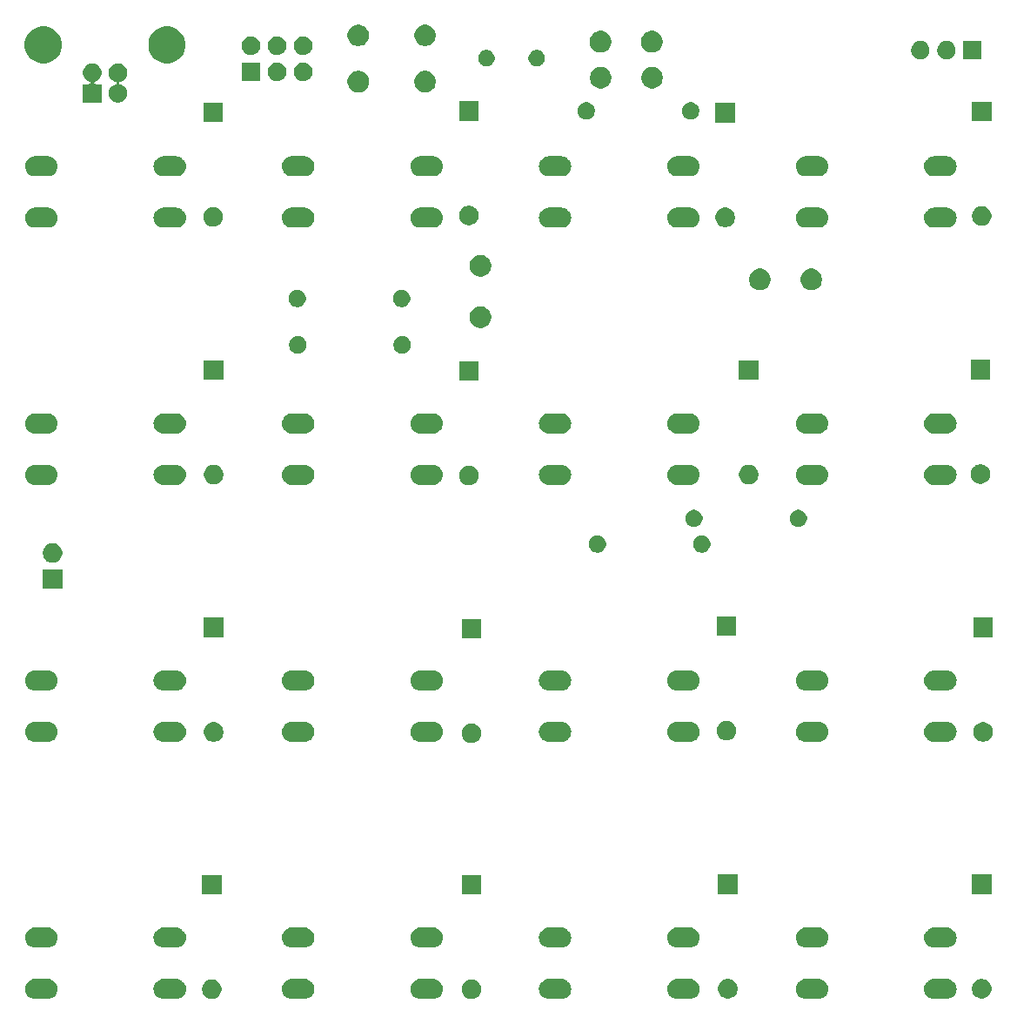
<source format=gbr>
G04 #@! TF.GenerationSoftware,KiCad,Pcbnew,5.1.5+dfsg1-2build2*
G04 #@! TF.CreationDate,2020-04-14T21:36:42+02:00*
G04 #@! TF.ProjectId,LoopStation,4c6f6f70-5374-4617-9469-6f6e2e6b6963,rev?*
G04 #@! TF.SameCoordinates,Original*
G04 #@! TF.FileFunction,Soldermask,Top*
G04 #@! TF.FilePolarity,Negative*
%FSLAX46Y46*%
G04 Gerber Fmt 4.6, Leading zero omitted, Abs format (unit mm)*
G04 Created by KiCad (PCBNEW 5.1.5+dfsg1-2build2) date 2020-04-14 21:36:42*
%MOMM*%
%LPD*%
G04 APERTURE LIST*
%ADD10C,0.100000*%
G04 APERTURE END LIST*
D10*
G36*
X98130895Y-144119546D02*
G01*
X98303966Y-144191234D01*
X98303967Y-144191235D01*
X98459727Y-144295310D01*
X98592190Y-144427773D01*
X98644581Y-144506182D01*
X98696266Y-144583534D01*
X98767954Y-144756605D01*
X98804500Y-144940333D01*
X98804500Y-145127667D01*
X98767954Y-145311395D01*
X98696266Y-145484466D01*
X98696265Y-145484467D01*
X98592190Y-145640227D01*
X98459727Y-145772690D01*
X98399002Y-145813265D01*
X98303966Y-145876766D01*
X98130895Y-145948454D01*
X97947167Y-145985000D01*
X97759833Y-145985000D01*
X97576105Y-145948454D01*
X97403034Y-145876766D01*
X97307998Y-145813265D01*
X97247273Y-145772690D01*
X97114810Y-145640227D01*
X97010735Y-145484467D01*
X97010734Y-145484466D01*
X96939046Y-145311395D01*
X96902500Y-145127667D01*
X96902500Y-144940333D01*
X96939046Y-144756605D01*
X97010734Y-144583534D01*
X97062419Y-144506182D01*
X97114810Y-144427773D01*
X97247273Y-144295310D01*
X97403033Y-144191235D01*
X97403034Y-144191234D01*
X97576105Y-144119546D01*
X97759833Y-144083000D01*
X97947167Y-144083000D01*
X98130895Y-144119546D01*
G37*
G36*
X72857895Y-144119546D02*
G01*
X73030966Y-144191234D01*
X73030967Y-144191235D01*
X73186727Y-144295310D01*
X73319190Y-144427773D01*
X73371581Y-144506182D01*
X73423266Y-144583534D01*
X73494954Y-144756605D01*
X73531500Y-144940333D01*
X73531500Y-145127667D01*
X73494954Y-145311395D01*
X73423266Y-145484466D01*
X73423265Y-145484467D01*
X73319190Y-145640227D01*
X73186727Y-145772690D01*
X73126002Y-145813265D01*
X73030966Y-145876766D01*
X72857895Y-145948454D01*
X72674167Y-145985000D01*
X72486833Y-145985000D01*
X72303105Y-145948454D01*
X72130034Y-145876766D01*
X72034998Y-145813265D01*
X71974273Y-145772690D01*
X71841810Y-145640227D01*
X71737735Y-145484467D01*
X71737734Y-145484466D01*
X71666046Y-145311395D01*
X71629500Y-145127667D01*
X71629500Y-144940333D01*
X71666046Y-144756605D01*
X71737734Y-144583534D01*
X71789419Y-144506182D01*
X71841810Y-144427773D01*
X71974273Y-144295310D01*
X72130033Y-144191235D01*
X72130034Y-144191234D01*
X72303105Y-144119546D01*
X72486833Y-144083000D01*
X72674167Y-144083000D01*
X72857895Y-144119546D01*
G37*
G36*
X144194739Y-144028707D02*
G01*
X144290329Y-144038122D01*
X144438271Y-144083000D01*
X144474309Y-144093932D01*
X144564225Y-144141994D01*
X144643860Y-144184559D01*
X144690035Y-144222454D01*
X144792476Y-144306524D01*
X144839870Y-144364275D01*
X144914441Y-144455140D01*
X144949127Y-144520033D01*
X145005068Y-144624691D01*
X145005069Y-144624694D01*
X145060878Y-144808671D01*
X145079722Y-145000000D01*
X145060878Y-145191329D01*
X145024456Y-145311395D01*
X145005068Y-145375309D01*
X144980663Y-145420967D01*
X144914441Y-145544860D01*
X144888290Y-145576725D01*
X144792476Y-145693476D01*
X144695952Y-145772690D01*
X144643860Y-145815441D01*
X144564225Y-145858006D01*
X144474309Y-145906068D01*
X144474306Y-145906069D01*
X144290329Y-145961878D01*
X144194739Y-145971293D01*
X144146945Y-145976000D01*
X142853055Y-145976000D01*
X142805261Y-145971293D01*
X142709671Y-145961878D01*
X142525694Y-145906069D01*
X142525691Y-145906068D01*
X142435775Y-145858006D01*
X142356140Y-145815441D01*
X142304048Y-145772690D01*
X142207524Y-145693476D01*
X142111710Y-145576725D01*
X142085559Y-145544860D01*
X142019337Y-145420967D01*
X141994932Y-145375309D01*
X141975544Y-145311395D01*
X141939122Y-145191329D01*
X141920278Y-145000000D01*
X141939122Y-144808671D01*
X141994931Y-144624694D01*
X141994932Y-144624691D01*
X142050873Y-144520033D01*
X142085559Y-144455140D01*
X142160130Y-144364275D01*
X142207524Y-144306524D01*
X142309965Y-144222454D01*
X142356140Y-144184559D01*
X142435775Y-144141994D01*
X142525691Y-144093932D01*
X142561729Y-144083000D01*
X142709671Y-144038122D01*
X142805261Y-144028707D01*
X142853055Y-144024000D01*
X144146945Y-144024000D01*
X144194739Y-144028707D01*
G37*
G36*
X131694739Y-144028707D02*
G01*
X131790329Y-144038122D01*
X131938271Y-144083000D01*
X131974309Y-144093932D01*
X132064225Y-144141994D01*
X132143860Y-144184559D01*
X132190035Y-144222454D01*
X132292476Y-144306524D01*
X132339870Y-144364275D01*
X132414441Y-144455140D01*
X132449127Y-144520033D01*
X132505068Y-144624691D01*
X132505069Y-144624694D01*
X132560878Y-144808671D01*
X132579722Y-145000000D01*
X132560878Y-145191329D01*
X132524456Y-145311395D01*
X132505068Y-145375309D01*
X132480663Y-145420967D01*
X132414441Y-145544860D01*
X132388290Y-145576725D01*
X132292476Y-145693476D01*
X132195952Y-145772690D01*
X132143860Y-145815441D01*
X132064225Y-145858006D01*
X131974309Y-145906068D01*
X131974306Y-145906069D01*
X131790329Y-145961878D01*
X131694739Y-145971293D01*
X131646945Y-145976000D01*
X130353055Y-145976000D01*
X130305261Y-145971293D01*
X130209671Y-145961878D01*
X130025694Y-145906069D01*
X130025691Y-145906068D01*
X129935775Y-145858006D01*
X129856140Y-145815441D01*
X129804048Y-145772690D01*
X129707524Y-145693476D01*
X129611710Y-145576725D01*
X129585559Y-145544860D01*
X129519337Y-145420967D01*
X129494932Y-145375309D01*
X129475544Y-145311395D01*
X129439122Y-145191329D01*
X129420278Y-145000000D01*
X129439122Y-144808671D01*
X129494931Y-144624694D01*
X129494932Y-144624691D01*
X129550873Y-144520033D01*
X129585559Y-144455140D01*
X129660130Y-144364275D01*
X129707524Y-144306524D01*
X129809965Y-144222454D01*
X129856140Y-144184559D01*
X129935775Y-144141994D01*
X130025691Y-144093932D01*
X130061729Y-144083000D01*
X130209671Y-144038122D01*
X130305261Y-144028707D01*
X130353055Y-144024000D01*
X131646945Y-144024000D01*
X131694739Y-144028707D01*
G37*
G36*
X119194739Y-144028707D02*
G01*
X119290329Y-144038122D01*
X119438271Y-144083000D01*
X119474309Y-144093932D01*
X119564225Y-144141994D01*
X119643860Y-144184559D01*
X119690035Y-144222454D01*
X119792476Y-144306524D01*
X119839870Y-144364275D01*
X119914441Y-144455140D01*
X119949127Y-144520033D01*
X120005068Y-144624691D01*
X120005069Y-144624694D01*
X120060878Y-144808671D01*
X120079722Y-145000000D01*
X120060878Y-145191329D01*
X120024456Y-145311395D01*
X120005068Y-145375309D01*
X119980663Y-145420967D01*
X119914441Y-145544860D01*
X119888290Y-145576725D01*
X119792476Y-145693476D01*
X119695952Y-145772690D01*
X119643860Y-145815441D01*
X119564225Y-145858006D01*
X119474309Y-145906068D01*
X119474306Y-145906069D01*
X119290329Y-145961878D01*
X119194739Y-145971293D01*
X119146945Y-145976000D01*
X117853055Y-145976000D01*
X117805261Y-145971293D01*
X117709671Y-145961878D01*
X117525694Y-145906069D01*
X117525691Y-145906068D01*
X117435775Y-145858006D01*
X117356140Y-145815441D01*
X117304048Y-145772690D01*
X117207524Y-145693476D01*
X117111710Y-145576725D01*
X117085559Y-145544860D01*
X117019337Y-145420967D01*
X116994932Y-145375309D01*
X116975544Y-145311395D01*
X116939122Y-145191329D01*
X116920278Y-145000000D01*
X116939122Y-144808671D01*
X116994931Y-144624694D01*
X116994932Y-144624691D01*
X117050873Y-144520033D01*
X117085559Y-144455140D01*
X117160130Y-144364275D01*
X117207524Y-144306524D01*
X117309965Y-144222454D01*
X117356140Y-144184559D01*
X117435775Y-144141994D01*
X117525691Y-144093932D01*
X117561729Y-144083000D01*
X117709671Y-144038122D01*
X117805261Y-144028707D01*
X117853055Y-144024000D01*
X119146945Y-144024000D01*
X119194739Y-144028707D01*
G37*
G36*
X81694739Y-144028707D02*
G01*
X81790329Y-144038122D01*
X81938271Y-144083000D01*
X81974309Y-144093932D01*
X82064225Y-144141994D01*
X82143860Y-144184559D01*
X82190035Y-144222454D01*
X82292476Y-144306524D01*
X82339870Y-144364275D01*
X82414441Y-144455140D01*
X82449127Y-144520033D01*
X82505068Y-144624691D01*
X82505069Y-144624694D01*
X82560878Y-144808671D01*
X82579722Y-145000000D01*
X82560878Y-145191329D01*
X82524456Y-145311395D01*
X82505068Y-145375309D01*
X82480663Y-145420967D01*
X82414441Y-145544860D01*
X82388290Y-145576725D01*
X82292476Y-145693476D01*
X82195952Y-145772690D01*
X82143860Y-145815441D01*
X82064225Y-145858006D01*
X81974309Y-145906068D01*
X81974306Y-145906069D01*
X81790329Y-145961878D01*
X81694739Y-145971293D01*
X81646945Y-145976000D01*
X80353055Y-145976000D01*
X80305261Y-145971293D01*
X80209671Y-145961878D01*
X80025694Y-145906069D01*
X80025691Y-145906068D01*
X79935775Y-145858006D01*
X79856140Y-145815441D01*
X79804048Y-145772690D01*
X79707524Y-145693476D01*
X79611710Y-145576725D01*
X79585559Y-145544860D01*
X79519337Y-145420967D01*
X79494932Y-145375309D01*
X79475544Y-145311395D01*
X79439122Y-145191329D01*
X79420278Y-145000000D01*
X79439122Y-144808671D01*
X79494931Y-144624694D01*
X79494932Y-144624691D01*
X79550873Y-144520033D01*
X79585559Y-144455140D01*
X79660130Y-144364275D01*
X79707524Y-144306524D01*
X79809965Y-144222454D01*
X79856140Y-144184559D01*
X79935775Y-144141994D01*
X80025691Y-144093932D01*
X80061729Y-144083000D01*
X80209671Y-144038122D01*
X80305261Y-144028707D01*
X80353055Y-144024000D01*
X81646945Y-144024000D01*
X81694739Y-144028707D01*
G37*
G36*
X94194739Y-144028707D02*
G01*
X94290329Y-144038122D01*
X94438271Y-144083000D01*
X94474309Y-144093932D01*
X94564225Y-144141994D01*
X94643860Y-144184559D01*
X94690035Y-144222454D01*
X94792476Y-144306524D01*
X94839870Y-144364275D01*
X94914441Y-144455140D01*
X94949127Y-144520033D01*
X95005068Y-144624691D01*
X95005069Y-144624694D01*
X95060878Y-144808671D01*
X95079722Y-145000000D01*
X95060878Y-145191329D01*
X95024456Y-145311395D01*
X95005068Y-145375309D01*
X94980663Y-145420967D01*
X94914441Y-145544860D01*
X94888290Y-145576725D01*
X94792476Y-145693476D01*
X94695952Y-145772690D01*
X94643860Y-145815441D01*
X94564225Y-145858006D01*
X94474309Y-145906068D01*
X94474306Y-145906069D01*
X94290329Y-145961878D01*
X94194739Y-145971293D01*
X94146945Y-145976000D01*
X92853055Y-145976000D01*
X92805261Y-145971293D01*
X92709671Y-145961878D01*
X92525694Y-145906069D01*
X92525691Y-145906068D01*
X92435775Y-145858006D01*
X92356140Y-145815441D01*
X92304048Y-145772690D01*
X92207524Y-145693476D01*
X92111710Y-145576725D01*
X92085559Y-145544860D01*
X92019337Y-145420967D01*
X91994932Y-145375309D01*
X91975544Y-145311395D01*
X91939122Y-145191329D01*
X91920278Y-145000000D01*
X91939122Y-144808671D01*
X91994931Y-144624694D01*
X91994932Y-144624691D01*
X92050873Y-144520033D01*
X92085559Y-144455140D01*
X92160130Y-144364275D01*
X92207524Y-144306524D01*
X92309965Y-144222454D01*
X92356140Y-144184559D01*
X92435775Y-144141994D01*
X92525691Y-144093932D01*
X92561729Y-144083000D01*
X92709671Y-144038122D01*
X92805261Y-144028707D01*
X92853055Y-144024000D01*
X94146945Y-144024000D01*
X94194739Y-144028707D01*
G37*
G36*
X56694739Y-144028707D02*
G01*
X56790329Y-144038122D01*
X56938271Y-144083000D01*
X56974309Y-144093932D01*
X57064225Y-144141994D01*
X57143860Y-144184559D01*
X57190035Y-144222454D01*
X57292476Y-144306524D01*
X57339870Y-144364275D01*
X57414441Y-144455140D01*
X57449127Y-144520033D01*
X57505068Y-144624691D01*
X57505069Y-144624694D01*
X57560878Y-144808671D01*
X57579722Y-145000000D01*
X57560878Y-145191329D01*
X57524456Y-145311395D01*
X57505068Y-145375309D01*
X57480663Y-145420967D01*
X57414441Y-145544860D01*
X57388290Y-145576725D01*
X57292476Y-145693476D01*
X57195952Y-145772690D01*
X57143860Y-145815441D01*
X57064225Y-145858006D01*
X56974309Y-145906068D01*
X56974306Y-145906069D01*
X56790329Y-145961878D01*
X56694739Y-145971293D01*
X56646945Y-145976000D01*
X55353055Y-145976000D01*
X55305261Y-145971293D01*
X55209671Y-145961878D01*
X55025694Y-145906069D01*
X55025691Y-145906068D01*
X54935775Y-145858006D01*
X54856140Y-145815441D01*
X54804048Y-145772690D01*
X54707524Y-145693476D01*
X54611710Y-145576725D01*
X54585559Y-145544860D01*
X54519337Y-145420967D01*
X54494932Y-145375309D01*
X54475544Y-145311395D01*
X54439122Y-145191329D01*
X54420278Y-145000000D01*
X54439122Y-144808671D01*
X54494931Y-144624694D01*
X54494932Y-144624691D01*
X54550873Y-144520033D01*
X54585559Y-144455140D01*
X54660130Y-144364275D01*
X54707524Y-144306524D01*
X54809965Y-144222454D01*
X54856140Y-144184559D01*
X54935775Y-144141994D01*
X55025691Y-144093932D01*
X55061729Y-144083000D01*
X55209671Y-144038122D01*
X55305261Y-144028707D01*
X55353055Y-144024000D01*
X56646945Y-144024000D01*
X56694739Y-144028707D01*
G37*
G36*
X69194739Y-144028707D02*
G01*
X69290329Y-144038122D01*
X69438271Y-144083000D01*
X69474309Y-144093932D01*
X69564225Y-144141994D01*
X69643860Y-144184559D01*
X69690035Y-144222454D01*
X69792476Y-144306524D01*
X69839870Y-144364275D01*
X69914441Y-144455140D01*
X69949127Y-144520033D01*
X70005068Y-144624691D01*
X70005069Y-144624694D01*
X70060878Y-144808671D01*
X70079722Y-145000000D01*
X70060878Y-145191329D01*
X70024456Y-145311395D01*
X70005068Y-145375309D01*
X69980663Y-145420967D01*
X69914441Y-145544860D01*
X69888290Y-145576725D01*
X69792476Y-145693476D01*
X69695952Y-145772690D01*
X69643860Y-145815441D01*
X69564225Y-145858006D01*
X69474309Y-145906068D01*
X69474306Y-145906069D01*
X69290329Y-145961878D01*
X69194739Y-145971293D01*
X69146945Y-145976000D01*
X67853055Y-145976000D01*
X67805261Y-145971293D01*
X67709671Y-145961878D01*
X67525694Y-145906069D01*
X67525691Y-145906068D01*
X67435775Y-145858006D01*
X67356140Y-145815441D01*
X67304048Y-145772690D01*
X67207524Y-145693476D01*
X67111710Y-145576725D01*
X67085559Y-145544860D01*
X67019337Y-145420967D01*
X66994932Y-145375309D01*
X66975544Y-145311395D01*
X66939122Y-145191329D01*
X66920278Y-145000000D01*
X66939122Y-144808671D01*
X66994931Y-144624694D01*
X66994932Y-144624691D01*
X67050873Y-144520033D01*
X67085559Y-144455140D01*
X67160130Y-144364275D01*
X67207524Y-144306524D01*
X67309965Y-144222454D01*
X67356140Y-144184559D01*
X67435775Y-144141994D01*
X67525691Y-144093932D01*
X67561729Y-144083000D01*
X67709671Y-144038122D01*
X67805261Y-144028707D01*
X67853055Y-144024000D01*
X69146945Y-144024000D01*
X69194739Y-144028707D01*
G37*
G36*
X106694739Y-144028707D02*
G01*
X106790329Y-144038122D01*
X106938271Y-144083000D01*
X106974309Y-144093932D01*
X107064225Y-144141994D01*
X107143860Y-144184559D01*
X107190035Y-144222454D01*
X107292476Y-144306524D01*
X107339870Y-144364275D01*
X107414441Y-144455140D01*
X107449127Y-144520033D01*
X107505068Y-144624691D01*
X107505069Y-144624694D01*
X107560878Y-144808671D01*
X107579722Y-145000000D01*
X107560878Y-145191329D01*
X107524456Y-145311395D01*
X107505068Y-145375309D01*
X107480663Y-145420967D01*
X107414441Y-145544860D01*
X107388290Y-145576725D01*
X107292476Y-145693476D01*
X107195952Y-145772690D01*
X107143860Y-145815441D01*
X107064225Y-145858006D01*
X106974309Y-145906068D01*
X106974306Y-145906069D01*
X106790329Y-145961878D01*
X106694739Y-145971293D01*
X106646945Y-145976000D01*
X105353055Y-145976000D01*
X105305261Y-145971293D01*
X105209671Y-145961878D01*
X105025694Y-145906069D01*
X105025691Y-145906068D01*
X104935775Y-145858006D01*
X104856140Y-145815441D01*
X104804048Y-145772690D01*
X104707524Y-145693476D01*
X104611710Y-145576725D01*
X104585559Y-145544860D01*
X104519337Y-145420967D01*
X104494932Y-145375309D01*
X104475544Y-145311395D01*
X104439122Y-145191329D01*
X104420278Y-145000000D01*
X104439122Y-144808671D01*
X104494931Y-144624694D01*
X104494932Y-144624691D01*
X104550873Y-144520033D01*
X104585559Y-144455140D01*
X104660130Y-144364275D01*
X104707524Y-144306524D01*
X104809965Y-144222454D01*
X104856140Y-144184559D01*
X104935775Y-144141994D01*
X105025691Y-144093932D01*
X105061729Y-144083000D01*
X105209671Y-144038122D01*
X105305261Y-144028707D01*
X105353055Y-144024000D01*
X106646945Y-144024000D01*
X106694739Y-144028707D01*
G37*
G36*
X147787895Y-144056046D02*
G01*
X147960966Y-144127734D01*
X147960967Y-144127735D01*
X148116727Y-144231810D01*
X148249190Y-144364273D01*
X148249191Y-144364275D01*
X148353266Y-144520034D01*
X148424954Y-144693105D01*
X148461500Y-144876833D01*
X148461500Y-145064167D01*
X148424954Y-145247895D01*
X148353266Y-145420966D01*
X148353265Y-145420967D01*
X148249190Y-145576727D01*
X148116727Y-145709190D01*
X148038318Y-145761581D01*
X147960966Y-145813266D01*
X147787895Y-145884954D01*
X147604167Y-145921500D01*
X147416833Y-145921500D01*
X147233105Y-145884954D01*
X147060034Y-145813266D01*
X146982682Y-145761581D01*
X146904273Y-145709190D01*
X146771810Y-145576727D01*
X146667735Y-145420967D01*
X146667734Y-145420966D01*
X146596046Y-145247895D01*
X146559500Y-145064167D01*
X146559500Y-144876833D01*
X146596046Y-144693105D01*
X146667734Y-144520034D01*
X146771809Y-144364275D01*
X146771810Y-144364273D01*
X146904273Y-144231810D01*
X147060033Y-144127735D01*
X147060034Y-144127734D01*
X147233105Y-144056046D01*
X147416833Y-144019500D01*
X147604167Y-144019500D01*
X147787895Y-144056046D01*
G37*
G36*
X123086395Y-144056046D02*
G01*
X123259466Y-144127734D01*
X123259467Y-144127735D01*
X123415227Y-144231810D01*
X123547690Y-144364273D01*
X123547691Y-144364275D01*
X123651766Y-144520034D01*
X123723454Y-144693105D01*
X123760000Y-144876833D01*
X123760000Y-145064167D01*
X123723454Y-145247895D01*
X123651766Y-145420966D01*
X123651765Y-145420967D01*
X123547690Y-145576727D01*
X123415227Y-145709190D01*
X123336818Y-145761581D01*
X123259466Y-145813266D01*
X123086395Y-145884954D01*
X122902667Y-145921500D01*
X122715333Y-145921500D01*
X122531605Y-145884954D01*
X122358534Y-145813266D01*
X122281182Y-145761581D01*
X122202773Y-145709190D01*
X122070310Y-145576727D01*
X121966235Y-145420967D01*
X121966234Y-145420966D01*
X121894546Y-145247895D01*
X121858000Y-145064167D01*
X121858000Y-144876833D01*
X121894546Y-144693105D01*
X121966234Y-144520034D01*
X122070309Y-144364275D01*
X122070310Y-144364273D01*
X122202773Y-144231810D01*
X122358533Y-144127735D01*
X122358534Y-144127734D01*
X122531605Y-144056046D01*
X122715333Y-144019500D01*
X122902667Y-144019500D01*
X123086395Y-144056046D01*
G37*
G36*
X56694739Y-139028707D02*
G01*
X56790329Y-139038122D01*
X56974306Y-139093931D01*
X56974309Y-139093932D01*
X57064225Y-139141994D01*
X57143860Y-139184559D01*
X57190035Y-139222454D01*
X57292476Y-139306524D01*
X57376546Y-139408965D01*
X57414441Y-139455140D01*
X57457006Y-139534775D01*
X57505068Y-139624691D01*
X57505069Y-139624694D01*
X57560878Y-139808671D01*
X57579722Y-140000000D01*
X57560878Y-140191329D01*
X57505069Y-140375306D01*
X57505068Y-140375309D01*
X57457006Y-140465225D01*
X57414441Y-140544860D01*
X57376546Y-140591035D01*
X57292476Y-140693476D01*
X57190035Y-140777546D01*
X57143860Y-140815441D01*
X57064225Y-140858006D01*
X56974309Y-140906068D01*
X56974306Y-140906069D01*
X56790329Y-140961878D01*
X56694739Y-140971293D01*
X56646945Y-140976000D01*
X55353055Y-140976000D01*
X55305261Y-140971293D01*
X55209671Y-140961878D01*
X55025694Y-140906069D01*
X55025691Y-140906068D01*
X54935775Y-140858006D01*
X54856140Y-140815441D01*
X54809965Y-140777546D01*
X54707524Y-140693476D01*
X54623454Y-140591035D01*
X54585559Y-140544860D01*
X54542994Y-140465225D01*
X54494932Y-140375309D01*
X54494931Y-140375306D01*
X54439122Y-140191329D01*
X54420278Y-140000000D01*
X54439122Y-139808671D01*
X54494931Y-139624694D01*
X54494932Y-139624691D01*
X54542994Y-139534775D01*
X54585559Y-139455140D01*
X54623454Y-139408965D01*
X54707524Y-139306524D01*
X54809965Y-139222454D01*
X54856140Y-139184559D01*
X54935775Y-139141994D01*
X55025691Y-139093932D01*
X55025694Y-139093931D01*
X55209671Y-139038122D01*
X55305261Y-139028707D01*
X55353055Y-139024000D01*
X56646945Y-139024000D01*
X56694739Y-139028707D01*
G37*
G36*
X94194739Y-139028707D02*
G01*
X94290329Y-139038122D01*
X94474306Y-139093931D01*
X94474309Y-139093932D01*
X94564225Y-139141994D01*
X94643860Y-139184559D01*
X94690035Y-139222454D01*
X94792476Y-139306524D01*
X94876546Y-139408965D01*
X94914441Y-139455140D01*
X94957006Y-139534775D01*
X95005068Y-139624691D01*
X95005069Y-139624694D01*
X95060878Y-139808671D01*
X95079722Y-140000000D01*
X95060878Y-140191329D01*
X95005069Y-140375306D01*
X95005068Y-140375309D01*
X94957006Y-140465225D01*
X94914441Y-140544860D01*
X94876546Y-140591035D01*
X94792476Y-140693476D01*
X94690035Y-140777546D01*
X94643860Y-140815441D01*
X94564225Y-140858006D01*
X94474309Y-140906068D01*
X94474306Y-140906069D01*
X94290329Y-140961878D01*
X94194739Y-140971293D01*
X94146945Y-140976000D01*
X92853055Y-140976000D01*
X92805261Y-140971293D01*
X92709671Y-140961878D01*
X92525694Y-140906069D01*
X92525691Y-140906068D01*
X92435775Y-140858006D01*
X92356140Y-140815441D01*
X92309965Y-140777546D01*
X92207524Y-140693476D01*
X92123454Y-140591035D01*
X92085559Y-140544860D01*
X92042994Y-140465225D01*
X91994932Y-140375309D01*
X91994931Y-140375306D01*
X91939122Y-140191329D01*
X91920278Y-140000000D01*
X91939122Y-139808671D01*
X91994931Y-139624694D01*
X91994932Y-139624691D01*
X92042994Y-139534775D01*
X92085559Y-139455140D01*
X92123454Y-139408965D01*
X92207524Y-139306524D01*
X92309965Y-139222454D01*
X92356140Y-139184559D01*
X92435775Y-139141994D01*
X92525691Y-139093932D01*
X92525694Y-139093931D01*
X92709671Y-139038122D01*
X92805261Y-139028707D01*
X92853055Y-139024000D01*
X94146945Y-139024000D01*
X94194739Y-139028707D01*
G37*
G36*
X144194739Y-139028707D02*
G01*
X144290329Y-139038122D01*
X144474306Y-139093931D01*
X144474309Y-139093932D01*
X144564225Y-139141994D01*
X144643860Y-139184559D01*
X144690035Y-139222454D01*
X144792476Y-139306524D01*
X144876546Y-139408965D01*
X144914441Y-139455140D01*
X144957006Y-139534775D01*
X145005068Y-139624691D01*
X145005069Y-139624694D01*
X145060878Y-139808671D01*
X145079722Y-140000000D01*
X145060878Y-140191329D01*
X145005069Y-140375306D01*
X145005068Y-140375309D01*
X144957006Y-140465225D01*
X144914441Y-140544860D01*
X144876546Y-140591035D01*
X144792476Y-140693476D01*
X144690035Y-140777546D01*
X144643860Y-140815441D01*
X144564225Y-140858006D01*
X144474309Y-140906068D01*
X144474306Y-140906069D01*
X144290329Y-140961878D01*
X144194739Y-140971293D01*
X144146945Y-140976000D01*
X142853055Y-140976000D01*
X142805261Y-140971293D01*
X142709671Y-140961878D01*
X142525694Y-140906069D01*
X142525691Y-140906068D01*
X142435775Y-140858006D01*
X142356140Y-140815441D01*
X142309965Y-140777546D01*
X142207524Y-140693476D01*
X142123454Y-140591035D01*
X142085559Y-140544860D01*
X142042994Y-140465225D01*
X141994932Y-140375309D01*
X141994931Y-140375306D01*
X141939122Y-140191329D01*
X141920278Y-140000000D01*
X141939122Y-139808671D01*
X141994931Y-139624694D01*
X141994932Y-139624691D01*
X142042994Y-139534775D01*
X142085559Y-139455140D01*
X142123454Y-139408965D01*
X142207524Y-139306524D01*
X142309965Y-139222454D01*
X142356140Y-139184559D01*
X142435775Y-139141994D01*
X142525691Y-139093932D01*
X142525694Y-139093931D01*
X142709671Y-139038122D01*
X142805261Y-139028707D01*
X142853055Y-139024000D01*
X144146945Y-139024000D01*
X144194739Y-139028707D01*
G37*
G36*
X81694739Y-139028707D02*
G01*
X81790329Y-139038122D01*
X81974306Y-139093931D01*
X81974309Y-139093932D01*
X82064225Y-139141994D01*
X82143860Y-139184559D01*
X82190035Y-139222454D01*
X82292476Y-139306524D01*
X82376546Y-139408965D01*
X82414441Y-139455140D01*
X82457006Y-139534775D01*
X82505068Y-139624691D01*
X82505069Y-139624694D01*
X82560878Y-139808671D01*
X82579722Y-140000000D01*
X82560878Y-140191329D01*
X82505069Y-140375306D01*
X82505068Y-140375309D01*
X82457006Y-140465225D01*
X82414441Y-140544860D01*
X82376546Y-140591035D01*
X82292476Y-140693476D01*
X82190035Y-140777546D01*
X82143860Y-140815441D01*
X82064225Y-140858006D01*
X81974309Y-140906068D01*
X81974306Y-140906069D01*
X81790329Y-140961878D01*
X81694739Y-140971293D01*
X81646945Y-140976000D01*
X80353055Y-140976000D01*
X80305261Y-140971293D01*
X80209671Y-140961878D01*
X80025694Y-140906069D01*
X80025691Y-140906068D01*
X79935775Y-140858006D01*
X79856140Y-140815441D01*
X79809965Y-140777546D01*
X79707524Y-140693476D01*
X79623454Y-140591035D01*
X79585559Y-140544860D01*
X79542994Y-140465225D01*
X79494932Y-140375309D01*
X79494931Y-140375306D01*
X79439122Y-140191329D01*
X79420278Y-140000000D01*
X79439122Y-139808671D01*
X79494931Y-139624694D01*
X79494932Y-139624691D01*
X79542994Y-139534775D01*
X79585559Y-139455140D01*
X79623454Y-139408965D01*
X79707524Y-139306524D01*
X79809965Y-139222454D01*
X79856140Y-139184559D01*
X79935775Y-139141994D01*
X80025691Y-139093932D01*
X80025694Y-139093931D01*
X80209671Y-139038122D01*
X80305261Y-139028707D01*
X80353055Y-139024000D01*
X81646945Y-139024000D01*
X81694739Y-139028707D01*
G37*
G36*
X106694739Y-139028707D02*
G01*
X106790329Y-139038122D01*
X106974306Y-139093931D01*
X106974309Y-139093932D01*
X107064225Y-139141994D01*
X107143860Y-139184559D01*
X107190035Y-139222454D01*
X107292476Y-139306524D01*
X107376546Y-139408965D01*
X107414441Y-139455140D01*
X107457006Y-139534775D01*
X107505068Y-139624691D01*
X107505069Y-139624694D01*
X107560878Y-139808671D01*
X107579722Y-140000000D01*
X107560878Y-140191329D01*
X107505069Y-140375306D01*
X107505068Y-140375309D01*
X107457006Y-140465225D01*
X107414441Y-140544860D01*
X107376546Y-140591035D01*
X107292476Y-140693476D01*
X107190035Y-140777546D01*
X107143860Y-140815441D01*
X107064225Y-140858006D01*
X106974309Y-140906068D01*
X106974306Y-140906069D01*
X106790329Y-140961878D01*
X106694739Y-140971293D01*
X106646945Y-140976000D01*
X105353055Y-140976000D01*
X105305261Y-140971293D01*
X105209671Y-140961878D01*
X105025694Y-140906069D01*
X105025691Y-140906068D01*
X104935775Y-140858006D01*
X104856140Y-140815441D01*
X104809965Y-140777546D01*
X104707524Y-140693476D01*
X104623454Y-140591035D01*
X104585559Y-140544860D01*
X104542994Y-140465225D01*
X104494932Y-140375309D01*
X104494931Y-140375306D01*
X104439122Y-140191329D01*
X104420278Y-140000000D01*
X104439122Y-139808671D01*
X104494931Y-139624694D01*
X104494932Y-139624691D01*
X104542994Y-139534775D01*
X104585559Y-139455140D01*
X104623454Y-139408965D01*
X104707524Y-139306524D01*
X104809965Y-139222454D01*
X104856140Y-139184559D01*
X104935775Y-139141994D01*
X105025691Y-139093932D01*
X105025694Y-139093931D01*
X105209671Y-139038122D01*
X105305261Y-139028707D01*
X105353055Y-139024000D01*
X106646945Y-139024000D01*
X106694739Y-139028707D01*
G37*
G36*
X119194739Y-139028707D02*
G01*
X119290329Y-139038122D01*
X119474306Y-139093931D01*
X119474309Y-139093932D01*
X119564225Y-139141994D01*
X119643860Y-139184559D01*
X119690035Y-139222454D01*
X119792476Y-139306524D01*
X119876546Y-139408965D01*
X119914441Y-139455140D01*
X119957006Y-139534775D01*
X120005068Y-139624691D01*
X120005069Y-139624694D01*
X120060878Y-139808671D01*
X120079722Y-140000000D01*
X120060878Y-140191329D01*
X120005069Y-140375306D01*
X120005068Y-140375309D01*
X119957006Y-140465225D01*
X119914441Y-140544860D01*
X119876546Y-140591035D01*
X119792476Y-140693476D01*
X119690035Y-140777546D01*
X119643860Y-140815441D01*
X119564225Y-140858006D01*
X119474309Y-140906068D01*
X119474306Y-140906069D01*
X119290329Y-140961878D01*
X119194739Y-140971293D01*
X119146945Y-140976000D01*
X117853055Y-140976000D01*
X117805261Y-140971293D01*
X117709671Y-140961878D01*
X117525694Y-140906069D01*
X117525691Y-140906068D01*
X117435775Y-140858006D01*
X117356140Y-140815441D01*
X117309965Y-140777546D01*
X117207524Y-140693476D01*
X117123454Y-140591035D01*
X117085559Y-140544860D01*
X117042994Y-140465225D01*
X116994932Y-140375309D01*
X116994931Y-140375306D01*
X116939122Y-140191329D01*
X116920278Y-140000000D01*
X116939122Y-139808671D01*
X116994931Y-139624694D01*
X116994932Y-139624691D01*
X117042994Y-139534775D01*
X117085559Y-139455140D01*
X117123454Y-139408965D01*
X117207524Y-139306524D01*
X117309965Y-139222454D01*
X117356140Y-139184559D01*
X117435775Y-139141994D01*
X117525691Y-139093932D01*
X117525694Y-139093931D01*
X117709671Y-139038122D01*
X117805261Y-139028707D01*
X117853055Y-139024000D01*
X119146945Y-139024000D01*
X119194739Y-139028707D01*
G37*
G36*
X69194739Y-139028707D02*
G01*
X69290329Y-139038122D01*
X69474306Y-139093931D01*
X69474309Y-139093932D01*
X69564225Y-139141994D01*
X69643860Y-139184559D01*
X69690035Y-139222454D01*
X69792476Y-139306524D01*
X69876546Y-139408965D01*
X69914441Y-139455140D01*
X69957006Y-139534775D01*
X70005068Y-139624691D01*
X70005069Y-139624694D01*
X70060878Y-139808671D01*
X70079722Y-140000000D01*
X70060878Y-140191329D01*
X70005069Y-140375306D01*
X70005068Y-140375309D01*
X69957006Y-140465225D01*
X69914441Y-140544860D01*
X69876546Y-140591035D01*
X69792476Y-140693476D01*
X69690035Y-140777546D01*
X69643860Y-140815441D01*
X69564225Y-140858006D01*
X69474309Y-140906068D01*
X69474306Y-140906069D01*
X69290329Y-140961878D01*
X69194739Y-140971293D01*
X69146945Y-140976000D01*
X67853055Y-140976000D01*
X67805261Y-140971293D01*
X67709671Y-140961878D01*
X67525694Y-140906069D01*
X67525691Y-140906068D01*
X67435775Y-140858006D01*
X67356140Y-140815441D01*
X67309965Y-140777546D01*
X67207524Y-140693476D01*
X67123454Y-140591035D01*
X67085559Y-140544860D01*
X67042994Y-140465225D01*
X66994932Y-140375309D01*
X66994931Y-140375306D01*
X66939122Y-140191329D01*
X66920278Y-140000000D01*
X66939122Y-139808671D01*
X66994931Y-139624694D01*
X66994932Y-139624691D01*
X67042994Y-139534775D01*
X67085559Y-139455140D01*
X67123454Y-139408965D01*
X67207524Y-139306524D01*
X67309965Y-139222454D01*
X67356140Y-139184559D01*
X67435775Y-139141994D01*
X67525691Y-139093932D01*
X67525694Y-139093931D01*
X67709671Y-139038122D01*
X67805261Y-139028707D01*
X67853055Y-139024000D01*
X69146945Y-139024000D01*
X69194739Y-139028707D01*
G37*
G36*
X131694739Y-139028707D02*
G01*
X131790329Y-139038122D01*
X131974306Y-139093931D01*
X131974309Y-139093932D01*
X132064225Y-139141994D01*
X132143860Y-139184559D01*
X132190035Y-139222454D01*
X132292476Y-139306524D01*
X132376546Y-139408965D01*
X132414441Y-139455140D01*
X132457006Y-139534775D01*
X132505068Y-139624691D01*
X132505069Y-139624694D01*
X132560878Y-139808671D01*
X132579722Y-140000000D01*
X132560878Y-140191329D01*
X132505069Y-140375306D01*
X132505068Y-140375309D01*
X132457006Y-140465225D01*
X132414441Y-140544860D01*
X132376546Y-140591035D01*
X132292476Y-140693476D01*
X132190035Y-140777546D01*
X132143860Y-140815441D01*
X132064225Y-140858006D01*
X131974309Y-140906068D01*
X131974306Y-140906069D01*
X131790329Y-140961878D01*
X131694739Y-140971293D01*
X131646945Y-140976000D01*
X130353055Y-140976000D01*
X130305261Y-140971293D01*
X130209671Y-140961878D01*
X130025694Y-140906069D01*
X130025691Y-140906068D01*
X129935775Y-140858006D01*
X129856140Y-140815441D01*
X129809965Y-140777546D01*
X129707524Y-140693476D01*
X129623454Y-140591035D01*
X129585559Y-140544860D01*
X129542994Y-140465225D01*
X129494932Y-140375309D01*
X129494931Y-140375306D01*
X129439122Y-140191329D01*
X129420278Y-140000000D01*
X129439122Y-139808671D01*
X129494931Y-139624694D01*
X129494932Y-139624691D01*
X129542994Y-139534775D01*
X129585559Y-139455140D01*
X129623454Y-139408965D01*
X129707524Y-139306524D01*
X129809965Y-139222454D01*
X129856140Y-139184559D01*
X129935775Y-139141994D01*
X130025691Y-139093932D01*
X130025694Y-139093931D01*
X130209671Y-139038122D01*
X130305261Y-139028707D01*
X130353055Y-139024000D01*
X131646945Y-139024000D01*
X131694739Y-139028707D01*
G37*
G36*
X73531500Y-135825000D02*
G01*
X71629500Y-135825000D01*
X71629500Y-133923000D01*
X73531500Y-133923000D01*
X73531500Y-135825000D01*
G37*
G36*
X98804500Y-135825000D02*
G01*
X96902500Y-135825000D01*
X96902500Y-133923000D01*
X98804500Y-133923000D01*
X98804500Y-135825000D01*
G37*
G36*
X123760000Y-135761500D02*
G01*
X121858000Y-135761500D01*
X121858000Y-133859500D01*
X123760000Y-133859500D01*
X123760000Y-135761500D01*
G37*
G36*
X148461500Y-135761500D02*
G01*
X146559500Y-135761500D01*
X146559500Y-133859500D01*
X148461500Y-133859500D01*
X148461500Y-135761500D01*
G37*
G36*
X98130895Y-119227546D02*
G01*
X98303966Y-119299234D01*
X98381318Y-119350919D01*
X98459727Y-119403310D01*
X98592190Y-119535773D01*
X98592191Y-119535775D01*
X98696266Y-119691534D01*
X98767954Y-119864605D01*
X98804500Y-120048333D01*
X98804500Y-120235667D01*
X98767954Y-120419395D01*
X98696266Y-120592466D01*
X98644581Y-120669818D01*
X98592190Y-120748227D01*
X98459727Y-120880690D01*
X98421746Y-120906068D01*
X98303966Y-120984766D01*
X98130895Y-121056454D01*
X97947167Y-121093000D01*
X97759833Y-121093000D01*
X97576105Y-121056454D01*
X97403034Y-120984766D01*
X97285254Y-120906068D01*
X97247273Y-120880690D01*
X97114810Y-120748227D01*
X97062419Y-120669818D01*
X97010734Y-120592466D01*
X96939046Y-120419395D01*
X96902500Y-120235667D01*
X96902500Y-120048333D01*
X96939046Y-119864605D01*
X97010734Y-119691534D01*
X97114809Y-119535775D01*
X97114810Y-119535773D01*
X97247273Y-119403310D01*
X97325682Y-119350919D01*
X97403034Y-119299234D01*
X97576105Y-119227546D01*
X97759833Y-119191000D01*
X97947167Y-119191000D01*
X98130895Y-119227546D01*
G37*
G36*
X119194739Y-119028707D02*
G01*
X119290329Y-119038122D01*
X119474306Y-119093931D01*
X119474309Y-119093932D01*
X119564225Y-119141994D01*
X119643860Y-119184559D01*
X119690035Y-119222454D01*
X119792476Y-119306524D01*
X119871904Y-119403309D01*
X119914441Y-119455140D01*
X119957006Y-119534775D01*
X120005068Y-119624691D01*
X120005069Y-119624694D01*
X120060878Y-119808671D01*
X120079722Y-120000000D01*
X120060878Y-120191329D01*
X120016244Y-120338466D01*
X120005068Y-120375309D01*
X119981503Y-120419395D01*
X119914441Y-120544860D01*
X119876546Y-120591035D01*
X119792476Y-120693476D01*
X119690035Y-120777546D01*
X119643860Y-120815441D01*
X119599784Y-120839000D01*
X119474309Y-120906068D01*
X119474306Y-120906069D01*
X119290329Y-120961878D01*
X119194739Y-120971293D01*
X119146945Y-120976000D01*
X117853055Y-120976000D01*
X117805261Y-120971293D01*
X117709671Y-120961878D01*
X117525694Y-120906069D01*
X117525691Y-120906068D01*
X117400216Y-120839000D01*
X117356140Y-120815441D01*
X117309965Y-120777546D01*
X117207524Y-120693476D01*
X117123454Y-120591035D01*
X117085559Y-120544860D01*
X117018497Y-120419395D01*
X116994932Y-120375309D01*
X116983756Y-120338466D01*
X116939122Y-120191329D01*
X116920278Y-120000000D01*
X116939122Y-119808671D01*
X116994931Y-119624694D01*
X116994932Y-119624691D01*
X117042994Y-119534775D01*
X117085559Y-119455140D01*
X117128096Y-119403309D01*
X117207524Y-119306524D01*
X117309965Y-119222454D01*
X117356140Y-119184559D01*
X117435775Y-119141994D01*
X117525691Y-119093932D01*
X117525694Y-119093931D01*
X117709671Y-119038122D01*
X117805261Y-119028707D01*
X117853055Y-119024000D01*
X119146945Y-119024000D01*
X119194739Y-119028707D01*
G37*
G36*
X56694739Y-119028707D02*
G01*
X56790329Y-119038122D01*
X56974306Y-119093931D01*
X56974309Y-119093932D01*
X57064225Y-119141994D01*
X57143860Y-119184559D01*
X57190035Y-119222454D01*
X57292476Y-119306524D01*
X57371904Y-119403309D01*
X57414441Y-119455140D01*
X57457006Y-119534775D01*
X57505068Y-119624691D01*
X57505069Y-119624694D01*
X57560878Y-119808671D01*
X57579722Y-120000000D01*
X57560878Y-120191329D01*
X57516244Y-120338466D01*
X57505068Y-120375309D01*
X57481503Y-120419395D01*
X57414441Y-120544860D01*
X57376546Y-120591035D01*
X57292476Y-120693476D01*
X57190035Y-120777546D01*
X57143860Y-120815441D01*
X57099784Y-120839000D01*
X56974309Y-120906068D01*
X56974306Y-120906069D01*
X56790329Y-120961878D01*
X56694739Y-120971293D01*
X56646945Y-120976000D01*
X55353055Y-120976000D01*
X55305261Y-120971293D01*
X55209671Y-120961878D01*
X55025694Y-120906069D01*
X55025691Y-120906068D01*
X54900216Y-120839000D01*
X54856140Y-120815441D01*
X54809965Y-120777546D01*
X54707524Y-120693476D01*
X54623454Y-120591035D01*
X54585559Y-120544860D01*
X54518497Y-120419395D01*
X54494932Y-120375309D01*
X54483756Y-120338466D01*
X54439122Y-120191329D01*
X54420278Y-120000000D01*
X54439122Y-119808671D01*
X54494931Y-119624694D01*
X54494932Y-119624691D01*
X54542994Y-119534775D01*
X54585559Y-119455140D01*
X54628096Y-119403309D01*
X54707524Y-119306524D01*
X54809965Y-119222454D01*
X54856140Y-119184559D01*
X54935775Y-119141994D01*
X55025691Y-119093932D01*
X55025694Y-119093931D01*
X55209671Y-119038122D01*
X55305261Y-119028707D01*
X55353055Y-119024000D01*
X56646945Y-119024000D01*
X56694739Y-119028707D01*
G37*
G36*
X69194739Y-119028707D02*
G01*
X69290329Y-119038122D01*
X69474306Y-119093931D01*
X69474309Y-119093932D01*
X69564225Y-119141994D01*
X69643860Y-119184559D01*
X69690035Y-119222454D01*
X69792476Y-119306524D01*
X69871904Y-119403309D01*
X69914441Y-119455140D01*
X69957006Y-119534775D01*
X70005068Y-119624691D01*
X70005069Y-119624694D01*
X70060878Y-119808671D01*
X70079722Y-120000000D01*
X70060878Y-120191329D01*
X70016244Y-120338466D01*
X70005068Y-120375309D01*
X69981503Y-120419395D01*
X69914441Y-120544860D01*
X69876546Y-120591035D01*
X69792476Y-120693476D01*
X69690035Y-120777546D01*
X69643860Y-120815441D01*
X69599784Y-120839000D01*
X69474309Y-120906068D01*
X69474306Y-120906069D01*
X69290329Y-120961878D01*
X69194739Y-120971293D01*
X69146945Y-120976000D01*
X67853055Y-120976000D01*
X67805261Y-120971293D01*
X67709671Y-120961878D01*
X67525694Y-120906069D01*
X67525691Y-120906068D01*
X67400216Y-120839000D01*
X67356140Y-120815441D01*
X67309965Y-120777546D01*
X67207524Y-120693476D01*
X67123454Y-120591035D01*
X67085559Y-120544860D01*
X67018497Y-120419395D01*
X66994932Y-120375309D01*
X66983756Y-120338466D01*
X66939122Y-120191329D01*
X66920278Y-120000000D01*
X66939122Y-119808671D01*
X66994931Y-119624694D01*
X66994932Y-119624691D01*
X67042994Y-119534775D01*
X67085559Y-119455140D01*
X67128096Y-119403309D01*
X67207524Y-119306524D01*
X67309965Y-119222454D01*
X67356140Y-119184559D01*
X67435775Y-119141994D01*
X67525691Y-119093932D01*
X67525694Y-119093931D01*
X67709671Y-119038122D01*
X67805261Y-119028707D01*
X67853055Y-119024000D01*
X69146945Y-119024000D01*
X69194739Y-119028707D01*
G37*
G36*
X94194739Y-119028707D02*
G01*
X94290329Y-119038122D01*
X94474306Y-119093931D01*
X94474309Y-119093932D01*
X94564225Y-119141994D01*
X94643860Y-119184559D01*
X94690035Y-119222454D01*
X94792476Y-119306524D01*
X94871904Y-119403309D01*
X94914441Y-119455140D01*
X94957006Y-119534775D01*
X95005068Y-119624691D01*
X95005069Y-119624694D01*
X95060878Y-119808671D01*
X95079722Y-120000000D01*
X95060878Y-120191329D01*
X95016244Y-120338466D01*
X95005068Y-120375309D01*
X94981503Y-120419395D01*
X94914441Y-120544860D01*
X94876546Y-120591035D01*
X94792476Y-120693476D01*
X94690035Y-120777546D01*
X94643860Y-120815441D01*
X94599784Y-120839000D01*
X94474309Y-120906068D01*
X94474306Y-120906069D01*
X94290329Y-120961878D01*
X94194739Y-120971293D01*
X94146945Y-120976000D01*
X92853055Y-120976000D01*
X92805261Y-120971293D01*
X92709671Y-120961878D01*
X92525694Y-120906069D01*
X92525691Y-120906068D01*
X92400216Y-120839000D01*
X92356140Y-120815441D01*
X92309965Y-120777546D01*
X92207524Y-120693476D01*
X92123454Y-120591035D01*
X92085559Y-120544860D01*
X92018497Y-120419395D01*
X91994932Y-120375309D01*
X91983756Y-120338466D01*
X91939122Y-120191329D01*
X91920278Y-120000000D01*
X91939122Y-119808671D01*
X91994931Y-119624694D01*
X91994932Y-119624691D01*
X92042994Y-119534775D01*
X92085559Y-119455140D01*
X92128096Y-119403309D01*
X92207524Y-119306524D01*
X92309965Y-119222454D01*
X92356140Y-119184559D01*
X92435775Y-119141994D01*
X92525691Y-119093932D01*
X92525694Y-119093931D01*
X92709671Y-119038122D01*
X92805261Y-119028707D01*
X92853055Y-119024000D01*
X94146945Y-119024000D01*
X94194739Y-119028707D01*
G37*
G36*
X81694739Y-119028707D02*
G01*
X81790329Y-119038122D01*
X81974306Y-119093931D01*
X81974309Y-119093932D01*
X82064225Y-119141994D01*
X82143860Y-119184559D01*
X82190035Y-119222454D01*
X82292476Y-119306524D01*
X82371904Y-119403309D01*
X82414441Y-119455140D01*
X82457006Y-119534775D01*
X82505068Y-119624691D01*
X82505069Y-119624694D01*
X82560878Y-119808671D01*
X82579722Y-120000000D01*
X82560878Y-120191329D01*
X82516244Y-120338466D01*
X82505068Y-120375309D01*
X82481503Y-120419395D01*
X82414441Y-120544860D01*
X82376546Y-120591035D01*
X82292476Y-120693476D01*
X82190035Y-120777546D01*
X82143860Y-120815441D01*
X82099784Y-120839000D01*
X81974309Y-120906068D01*
X81974306Y-120906069D01*
X81790329Y-120961878D01*
X81694739Y-120971293D01*
X81646945Y-120976000D01*
X80353055Y-120976000D01*
X80305261Y-120971293D01*
X80209671Y-120961878D01*
X80025694Y-120906069D01*
X80025691Y-120906068D01*
X79900216Y-120839000D01*
X79856140Y-120815441D01*
X79809965Y-120777546D01*
X79707524Y-120693476D01*
X79623454Y-120591035D01*
X79585559Y-120544860D01*
X79518497Y-120419395D01*
X79494932Y-120375309D01*
X79483756Y-120338466D01*
X79439122Y-120191329D01*
X79420278Y-120000000D01*
X79439122Y-119808671D01*
X79494931Y-119624694D01*
X79494932Y-119624691D01*
X79542994Y-119534775D01*
X79585559Y-119455140D01*
X79628096Y-119403309D01*
X79707524Y-119306524D01*
X79809965Y-119222454D01*
X79856140Y-119184559D01*
X79935775Y-119141994D01*
X80025691Y-119093932D01*
X80025694Y-119093931D01*
X80209671Y-119038122D01*
X80305261Y-119028707D01*
X80353055Y-119024000D01*
X81646945Y-119024000D01*
X81694739Y-119028707D01*
G37*
G36*
X131694739Y-119028707D02*
G01*
X131790329Y-119038122D01*
X131974306Y-119093931D01*
X131974309Y-119093932D01*
X132064225Y-119141994D01*
X132143860Y-119184559D01*
X132190035Y-119222454D01*
X132292476Y-119306524D01*
X132371904Y-119403309D01*
X132414441Y-119455140D01*
X132457006Y-119534775D01*
X132505068Y-119624691D01*
X132505069Y-119624694D01*
X132560878Y-119808671D01*
X132579722Y-120000000D01*
X132560878Y-120191329D01*
X132516244Y-120338466D01*
X132505068Y-120375309D01*
X132481503Y-120419395D01*
X132414441Y-120544860D01*
X132376546Y-120591035D01*
X132292476Y-120693476D01*
X132190035Y-120777546D01*
X132143860Y-120815441D01*
X132099784Y-120839000D01*
X131974309Y-120906068D01*
X131974306Y-120906069D01*
X131790329Y-120961878D01*
X131694739Y-120971293D01*
X131646945Y-120976000D01*
X130353055Y-120976000D01*
X130305261Y-120971293D01*
X130209671Y-120961878D01*
X130025694Y-120906069D01*
X130025691Y-120906068D01*
X129900216Y-120839000D01*
X129856140Y-120815441D01*
X129809965Y-120777546D01*
X129707524Y-120693476D01*
X129623454Y-120591035D01*
X129585559Y-120544860D01*
X129518497Y-120419395D01*
X129494932Y-120375309D01*
X129483756Y-120338466D01*
X129439122Y-120191329D01*
X129420278Y-120000000D01*
X129439122Y-119808671D01*
X129494931Y-119624694D01*
X129494932Y-119624691D01*
X129542994Y-119534775D01*
X129585559Y-119455140D01*
X129628096Y-119403309D01*
X129707524Y-119306524D01*
X129809965Y-119222454D01*
X129856140Y-119184559D01*
X129935775Y-119141994D01*
X130025691Y-119093932D01*
X130025694Y-119093931D01*
X130209671Y-119038122D01*
X130305261Y-119028707D01*
X130353055Y-119024000D01*
X131646945Y-119024000D01*
X131694739Y-119028707D01*
G37*
G36*
X144194739Y-119028707D02*
G01*
X144290329Y-119038122D01*
X144474306Y-119093931D01*
X144474309Y-119093932D01*
X144564225Y-119141994D01*
X144643860Y-119184559D01*
X144690035Y-119222454D01*
X144792476Y-119306524D01*
X144871904Y-119403309D01*
X144914441Y-119455140D01*
X144957006Y-119534775D01*
X145005068Y-119624691D01*
X145005069Y-119624694D01*
X145060878Y-119808671D01*
X145079722Y-120000000D01*
X145060878Y-120191329D01*
X145016244Y-120338466D01*
X145005068Y-120375309D01*
X144981503Y-120419395D01*
X144914441Y-120544860D01*
X144876546Y-120591035D01*
X144792476Y-120693476D01*
X144690035Y-120777546D01*
X144643860Y-120815441D01*
X144599784Y-120839000D01*
X144474309Y-120906068D01*
X144474306Y-120906069D01*
X144290329Y-120961878D01*
X144194739Y-120971293D01*
X144146945Y-120976000D01*
X142853055Y-120976000D01*
X142805261Y-120971293D01*
X142709671Y-120961878D01*
X142525694Y-120906069D01*
X142525691Y-120906068D01*
X142400216Y-120839000D01*
X142356140Y-120815441D01*
X142309965Y-120777546D01*
X142207524Y-120693476D01*
X142123454Y-120591035D01*
X142085559Y-120544860D01*
X142018497Y-120419395D01*
X141994932Y-120375309D01*
X141983756Y-120338466D01*
X141939122Y-120191329D01*
X141920278Y-120000000D01*
X141939122Y-119808671D01*
X141994931Y-119624694D01*
X141994932Y-119624691D01*
X142042994Y-119534775D01*
X142085559Y-119455140D01*
X142128096Y-119403309D01*
X142207524Y-119306524D01*
X142309965Y-119222454D01*
X142356140Y-119184559D01*
X142435775Y-119141994D01*
X142525691Y-119093932D01*
X142525694Y-119093931D01*
X142709671Y-119038122D01*
X142805261Y-119028707D01*
X142853055Y-119024000D01*
X144146945Y-119024000D01*
X144194739Y-119028707D01*
G37*
G36*
X106694739Y-119028707D02*
G01*
X106790329Y-119038122D01*
X106974306Y-119093931D01*
X106974309Y-119093932D01*
X107064225Y-119141994D01*
X107143860Y-119184559D01*
X107190035Y-119222454D01*
X107292476Y-119306524D01*
X107371904Y-119403309D01*
X107414441Y-119455140D01*
X107457006Y-119534775D01*
X107505068Y-119624691D01*
X107505069Y-119624694D01*
X107560878Y-119808671D01*
X107579722Y-120000000D01*
X107560878Y-120191329D01*
X107516244Y-120338466D01*
X107505068Y-120375309D01*
X107481503Y-120419395D01*
X107414441Y-120544860D01*
X107376546Y-120591035D01*
X107292476Y-120693476D01*
X107190035Y-120777546D01*
X107143860Y-120815441D01*
X107099784Y-120839000D01*
X106974309Y-120906068D01*
X106974306Y-120906069D01*
X106790329Y-120961878D01*
X106694739Y-120971293D01*
X106646945Y-120976000D01*
X105353055Y-120976000D01*
X105305261Y-120971293D01*
X105209671Y-120961878D01*
X105025694Y-120906069D01*
X105025691Y-120906068D01*
X104900216Y-120839000D01*
X104856140Y-120815441D01*
X104809965Y-120777546D01*
X104707524Y-120693476D01*
X104623454Y-120591035D01*
X104585559Y-120544860D01*
X104518497Y-120419395D01*
X104494932Y-120375309D01*
X104483756Y-120338466D01*
X104439122Y-120191329D01*
X104420278Y-120000000D01*
X104439122Y-119808671D01*
X104494931Y-119624694D01*
X104494932Y-119624691D01*
X104542994Y-119534775D01*
X104585559Y-119455140D01*
X104628096Y-119403309D01*
X104707524Y-119306524D01*
X104809965Y-119222454D01*
X104856140Y-119184559D01*
X104935775Y-119141994D01*
X105025691Y-119093932D01*
X105025694Y-119093931D01*
X105209671Y-119038122D01*
X105305261Y-119028707D01*
X105353055Y-119024000D01*
X106646945Y-119024000D01*
X106694739Y-119028707D01*
G37*
G36*
X147914895Y-119100546D02*
G01*
X148087966Y-119172234D01*
X148116051Y-119191000D01*
X148243727Y-119276310D01*
X148376190Y-119408773D01*
X148376191Y-119408775D01*
X148480266Y-119564534D01*
X148551954Y-119737605D01*
X148588500Y-119921333D01*
X148588500Y-120108667D01*
X148551954Y-120292395D01*
X148480266Y-120465466D01*
X148480265Y-120465467D01*
X148376190Y-120621227D01*
X148243727Y-120753690D01*
X148170748Y-120802453D01*
X148087966Y-120857766D01*
X147914895Y-120929454D01*
X147731167Y-120966000D01*
X147543833Y-120966000D01*
X147360105Y-120929454D01*
X147187034Y-120857766D01*
X147104252Y-120802453D01*
X147031273Y-120753690D01*
X146898810Y-120621227D01*
X146794735Y-120465467D01*
X146794734Y-120465466D01*
X146723046Y-120292395D01*
X146686500Y-120108667D01*
X146686500Y-119921333D01*
X146723046Y-119737605D01*
X146794734Y-119564534D01*
X146898809Y-119408775D01*
X146898810Y-119408773D01*
X147031273Y-119276310D01*
X147158949Y-119191000D01*
X147187034Y-119172234D01*
X147360105Y-119100546D01*
X147543833Y-119064000D01*
X147731167Y-119064000D01*
X147914895Y-119100546D01*
G37*
G36*
X73048395Y-119100546D02*
G01*
X73221466Y-119172234D01*
X73249551Y-119191000D01*
X73377227Y-119276310D01*
X73509690Y-119408773D01*
X73509691Y-119408775D01*
X73613766Y-119564534D01*
X73685454Y-119737605D01*
X73722000Y-119921333D01*
X73722000Y-120108667D01*
X73685454Y-120292395D01*
X73613766Y-120465466D01*
X73613765Y-120465467D01*
X73509690Y-120621227D01*
X73377227Y-120753690D01*
X73304248Y-120802453D01*
X73221466Y-120857766D01*
X73048395Y-120929454D01*
X72864667Y-120966000D01*
X72677333Y-120966000D01*
X72493605Y-120929454D01*
X72320534Y-120857766D01*
X72237752Y-120802453D01*
X72164773Y-120753690D01*
X72032310Y-120621227D01*
X71928235Y-120465467D01*
X71928234Y-120465466D01*
X71856546Y-120292395D01*
X71820000Y-120108667D01*
X71820000Y-119921333D01*
X71856546Y-119737605D01*
X71928234Y-119564534D01*
X72032309Y-119408775D01*
X72032310Y-119408773D01*
X72164773Y-119276310D01*
X72292449Y-119191000D01*
X72320534Y-119172234D01*
X72493605Y-119100546D01*
X72677333Y-119064000D01*
X72864667Y-119064000D01*
X73048395Y-119100546D01*
G37*
G36*
X122959395Y-118973546D02*
G01*
X123132466Y-119045234D01*
X123132467Y-119045235D01*
X123288227Y-119149310D01*
X123420690Y-119281773D01*
X123473081Y-119360182D01*
X123524766Y-119437534D01*
X123596454Y-119610605D01*
X123633000Y-119794333D01*
X123633000Y-119981667D01*
X123596454Y-120165395D01*
X123524766Y-120338466D01*
X123524765Y-120338467D01*
X123420690Y-120494227D01*
X123288227Y-120626690D01*
X123209818Y-120679081D01*
X123132466Y-120730766D01*
X122959395Y-120802454D01*
X122775667Y-120839000D01*
X122588333Y-120839000D01*
X122404605Y-120802454D01*
X122231534Y-120730766D01*
X122154182Y-120679081D01*
X122075773Y-120626690D01*
X121943310Y-120494227D01*
X121839235Y-120338467D01*
X121839234Y-120338466D01*
X121767546Y-120165395D01*
X121731000Y-119981667D01*
X121731000Y-119794333D01*
X121767546Y-119610605D01*
X121839234Y-119437534D01*
X121890919Y-119360182D01*
X121943310Y-119281773D01*
X122075773Y-119149310D01*
X122231533Y-119045235D01*
X122231534Y-119045234D01*
X122404605Y-118973546D01*
X122588333Y-118937000D01*
X122775667Y-118937000D01*
X122959395Y-118973546D01*
G37*
G36*
X144194739Y-114028707D02*
G01*
X144290329Y-114038122D01*
X144474306Y-114093931D01*
X144474309Y-114093932D01*
X144564225Y-114141994D01*
X144643860Y-114184559D01*
X144690035Y-114222454D01*
X144792476Y-114306524D01*
X144876546Y-114408965D01*
X144914441Y-114455140D01*
X144957006Y-114534775D01*
X145005068Y-114624691D01*
X145005069Y-114624694D01*
X145060878Y-114808671D01*
X145079722Y-115000000D01*
X145060878Y-115191329D01*
X145005069Y-115375306D01*
X145005068Y-115375309D01*
X144957006Y-115465225D01*
X144914441Y-115544860D01*
X144876546Y-115591035D01*
X144792476Y-115693476D01*
X144690035Y-115777546D01*
X144643860Y-115815441D01*
X144564225Y-115858006D01*
X144474309Y-115906068D01*
X144474306Y-115906069D01*
X144290329Y-115961878D01*
X144194739Y-115971293D01*
X144146945Y-115976000D01*
X142853055Y-115976000D01*
X142805261Y-115971293D01*
X142709671Y-115961878D01*
X142525694Y-115906069D01*
X142525691Y-115906068D01*
X142435775Y-115858006D01*
X142356140Y-115815441D01*
X142309965Y-115777546D01*
X142207524Y-115693476D01*
X142123454Y-115591035D01*
X142085559Y-115544860D01*
X142042994Y-115465225D01*
X141994932Y-115375309D01*
X141994931Y-115375306D01*
X141939122Y-115191329D01*
X141920278Y-115000000D01*
X141939122Y-114808671D01*
X141994931Y-114624694D01*
X141994932Y-114624691D01*
X142042994Y-114534775D01*
X142085559Y-114455140D01*
X142123454Y-114408965D01*
X142207524Y-114306524D01*
X142309965Y-114222454D01*
X142356140Y-114184559D01*
X142435775Y-114141994D01*
X142525691Y-114093932D01*
X142525694Y-114093931D01*
X142709671Y-114038122D01*
X142805261Y-114028707D01*
X142853055Y-114024000D01*
X144146945Y-114024000D01*
X144194739Y-114028707D01*
G37*
G36*
X56694739Y-114028707D02*
G01*
X56790329Y-114038122D01*
X56974306Y-114093931D01*
X56974309Y-114093932D01*
X57064225Y-114141994D01*
X57143860Y-114184559D01*
X57190035Y-114222454D01*
X57292476Y-114306524D01*
X57376546Y-114408965D01*
X57414441Y-114455140D01*
X57457006Y-114534775D01*
X57505068Y-114624691D01*
X57505069Y-114624694D01*
X57560878Y-114808671D01*
X57579722Y-115000000D01*
X57560878Y-115191329D01*
X57505069Y-115375306D01*
X57505068Y-115375309D01*
X57457006Y-115465225D01*
X57414441Y-115544860D01*
X57376546Y-115591035D01*
X57292476Y-115693476D01*
X57190035Y-115777546D01*
X57143860Y-115815441D01*
X57064225Y-115858006D01*
X56974309Y-115906068D01*
X56974306Y-115906069D01*
X56790329Y-115961878D01*
X56694739Y-115971293D01*
X56646945Y-115976000D01*
X55353055Y-115976000D01*
X55305261Y-115971293D01*
X55209671Y-115961878D01*
X55025694Y-115906069D01*
X55025691Y-115906068D01*
X54935775Y-115858006D01*
X54856140Y-115815441D01*
X54809965Y-115777546D01*
X54707524Y-115693476D01*
X54623454Y-115591035D01*
X54585559Y-115544860D01*
X54542994Y-115465225D01*
X54494932Y-115375309D01*
X54494931Y-115375306D01*
X54439122Y-115191329D01*
X54420278Y-115000000D01*
X54439122Y-114808671D01*
X54494931Y-114624694D01*
X54494932Y-114624691D01*
X54542994Y-114534775D01*
X54585559Y-114455140D01*
X54623454Y-114408965D01*
X54707524Y-114306524D01*
X54809965Y-114222454D01*
X54856140Y-114184559D01*
X54935775Y-114141994D01*
X55025691Y-114093932D01*
X55025694Y-114093931D01*
X55209671Y-114038122D01*
X55305261Y-114028707D01*
X55353055Y-114024000D01*
X56646945Y-114024000D01*
X56694739Y-114028707D01*
G37*
G36*
X69194739Y-114028707D02*
G01*
X69290329Y-114038122D01*
X69474306Y-114093931D01*
X69474309Y-114093932D01*
X69564225Y-114141994D01*
X69643860Y-114184559D01*
X69690035Y-114222454D01*
X69792476Y-114306524D01*
X69876546Y-114408965D01*
X69914441Y-114455140D01*
X69957006Y-114534775D01*
X70005068Y-114624691D01*
X70005069Y-114624694D01*
X70060878Y-114808671D01*
X70079722Y-115000000D01*
X70060878Y-115191329D01*
X70005069Y-115375306D01*
X70005068Y-115375309D01*
X69957006Y-115465225D01*
X69914441Y-115544860D01*
X69876546Y-115591035D01*
X69792476Y-115693476D01*
X69690035Y-115777546D01*
X69643860Y-115815441D01*
X69564225Y-115858006D01*
X69474309Y-115906068D01*
X69474306Y-115906069D01*
X69290329Y-115961878D01*
X69194739Y-115971293D01*
X69146945Y-115976000D01*
X67853055Y-115976000D01*
X67805261Y-115971293D01*
X67709671Y-115961878D01*
X67525694Y-115906069D01*
X67525691Y-115906068D01*
X67435775Y-115858006D01*
X67356140Y-115815441D01*
X67309965Y-115777546D01*
X67207524Y-115693476D01*
X67123454Y-115591035D01*
X67085559Y-115544860D01*
X67042994Y-115465225D01*
X66994932Y-115375309D01*
X66994931Y-115375306D01*
X66939122Y-115191329D01*
X66920278Y-115000000D01*
X66939122Y-114808671D01*
X66994931Y-114624694D01*
X66994932Y-114624691D01*
X67042994Y-114534775D01*
X67085559Y-114455140D01*
X67123454Y-114408965D01*
X67207524Y-114306524D01*
X67309965Y-114222454D01*
X67356140Y-114184559D01*
X67435775Y-114141994D01*
X67525691Y-114093932D01*
X67525694Y-114093931D01*
X67709671Y-114038122D01*
X67805261Y-114028707D01*
X67853055Y-114024000D01*
X69146945Y-114024000D01*
X69194739Y-114028707D01*
G37*
G36*
X94194739Y-114028707D02*
G01*
X94290329Y-114038122D01*
X94474306Y-114093931D01*
X94474309Y-114093932D01*
X94564225Y-114141994D01*
X94643860Y-114184559D01*
X94690035Y-114222454D01*
X94792476Y-114306524D01*
X94876546Y-114408965D01*
X94914441Y-114455140D01*
X94957006Y-114534775D01*
X95005068Y-114624691D01*
X95005069Y-114624694D01*
X95060878Y-114808671D01*
X95079722Y-115000000D01*
X95060878Y-115191329D01*
X95005069Y-115375306D01*
X95005068Y-115375309D01*
X94957006Y-115465225D01*
X94914441Y-115544860D01*
X94876546Y-115591035D01*
X94792476Y-115693476D01*
X94690035Y-115777546D01*
X94643860Y-115815441D01*
X94564225Y-115858006D01*
X94474309Y-115906068D01*
X94474306Y-115906069D01*
X94290329Y-115961878D01*
X94194739Y-115971293D01*
X94146945Y-115976000D01*
X92853055Y-115976000D01*
X92805261Y-115971293D01*
X92709671Y-115961878D01*
X92525694Y-115906069D01*
X92525691Y-115906068D01*
X92435775Y-115858006D01*
X92356140Y-115815441D01*
X92309965Y-115777546D01*
X92207524Y-115693476D01*
X92123454Y-115591035D01*
X92085559Y-115544860D01*
X92042994Y-115465225D01*
X91994932Y-115375309D01*
X91994931Y-115375306D01*
X91939122Y-115191329D01*
X91920278Y-115000000D01*
X91939122Y-114808671D01*
X91994931Y-114624694D01*
X91994932Y-114624691D01*
X92042994Y-114534775D01*
X92085559Y-114455140D01*
X92123454Y-114408965D01*
X92207524Y-114306524D01*
X92309965Y-114222454D01*
X92356140Y-114184559D01*
X92435775Y-114141994D01*
X92525691Y-114093932D01*
X92525694Y-114093931D01*
X92709671Y-114038122D01*
X92805261Y-114028707D01*
X92853055Y-114024000D01*
X94146945Y-114024000D01*
X94194739Y-114028707D01*
G37*
G36*
X81694739Y-114028707D02*
G01*
X81790329Y-114038122D01*
X81974306Y-114093931D01*
X81974309Y-114093932D01*
X82064225Y-114141994D01*
X82143860Y-114184559D01*
X82190035Y-114222454D01*
X82292476Y-114306524D01*
X82376546Y-114408965D01*
X82414441Y-114455140D01*
X82457006Y-114534775D01*
X82505068Y-114624691D01*
X82505069Y-114624694D01*
X82560878Y-114808671D01*
X82579722Y-115000000D01*
X82560878Y-115191329D01*
X82505069Y-115375306D01*
X82505068Y-115375309D01*
X82457006Y-115465225D01*
X82414441Y-115544860D01*
X82376546Y-115591035D01*
X82292476Y-115693476D01*
X82190035Y-115777546D01*
X82143860Y-115815441D01*
X82064225Y-115858006D01*
X81974309Y-115906068D01*
X81974306Y-115906069D01*
X81790329Y-115961878D01*
X81694739Y-115971293D01*
X81646945Y-115976000D01*
X80353055Y-115976000D01*
X80305261Y-115971293D01*
X80209671Y-115961878D01*
X80025694Y-115906069D01*
X80025691Y-115906068D01*
X79935775Y-115858006D01*
X79856140Y-115815441D01*
X79809965Y-115777546D01*
X79707524Y-115693476D01*
X79623454Y-115591035D01*
X79585559Y-115544860D01*
X79542994Y-115465225D01*
X79494932Y-115375309D01*
X79494931Y-115375306D01*
X79439122Y-115191329D01*
X79420278Y-115000000D01*
X79439122Y-114808671D01*
X79494931Y-114624694D01*
X79494932Y-114624691D01*
X79542994Y-114534775D01*
X79585559Y-114455140D01*
X79623454Y-114408965D01*
X79707524Y-114306524D01*
X79809965Y-114222454D01*
X79856140Y-114184559D01*
X79935775Y-114141994D01*
X80025691Y-114093932D01*
X80025694Y-114093931D01*
X80209671Y-114038122D01*
X80305261Y-114028707D01*
X80353055Y-114024000D01*
X81646945Y-114024000D01*
X81694739Y-114028707D01*
G37*
G36*
X106694739Y-114028707D02*
G01*
X106790329Y-114038122D01*
X106974306Y-114093931D01*
X106974309Y-114093932D01*
X107064225Y-114141994D01*
X107143860Y-114184559D01*
X107190035Y-114222454D01*
X107292476Y-114306524D01*
X107376546Y-114408965D01*
X107414441Y-114455140D01*
X107457006Y-114534775D01*
X107505068Y-114624691D01*
X107505069Y-114624694D01*
X107560878Y-114808671D01*
X107579722Y-115000000D01*
X107560878Y-115191329D01*
X107505069Y-115375306D01*
X107505068Y-115375309D01*
X107457006Y-115465225D01*
X107414441Y-115544860D01*
X107376546Y-115591035D01*
X107292476Y-115693476D01*
X107190035Y-115777546D01*
X107143860Y-115815441D01*
X107064225Y-115858006D01*
X106974309Y-115906068D01*
X106974306Y-115906069D01*
X106790329Y-115961878D01*
X106694739Y-115971293D01*
X106646945Y-115976000D01*
X105353055Y-115976000D01*
X105305261Y-115971293D01*
X105209671Y-115961878D01*
X105025694Y-115906069D01*
X105025691Y-115906068D01*
X104935775Y-115858006D01*
X104856140Y-115815441D01*
X104809965Y-115777546D01*
X104707524Y-115693476D01*
X104623454Y-115591035D01*
X104585559Y-115544860D01*
X104542994Y-115465225D01*
X104494932Y-115375309D01*
X104494931Y-115375306D01*
X104439122Y-115191329D01*
X104420278Y-115000000D01*
X104439122Y-114808671D01*
X104494931Y-114624694D01*
X104494932Y-114624691D01*
X104542994Y-114534775D01*
X104585559Y-114455140D01*
X104623454Y-114408965D01*
X104707524Y-114306524D01*
X104809965Y-114222454D01*
X104856140Y-114184559D01*
X104935775Y-114141994D01*
X105025691Y-114093932D01*
X105025694Y-114093931D01*
X105209671Y-114038122D01*
X105305261Y-114028707D01*
X105353055Y-114024000D01*
X106646945Y-114024000D01*
X106694739Y-114028707D01*
G37*
G36*
X119194739Y-114028707D02*
G01*
X119290329Y-114038122D01*
X119474306Y-114093931D01*
X119474309Y-114093932D01*
X119564225Y-114141994D01*
X119643860Y-114184559D01*
X119690035Y-114222454D01*
X119792476Y-114306524D01*
X119876546Y-114408965D01*
X119914441Y-114455140D01*
X119957006Y-114534775D01*
X120005068Y-114624691D01*
X120005069Y-114624694D01*
X120060878Y-114808671D01*
X120079722Y-115000000D01*
X120060878Y-115191329D01*
X120005069Y-115375306D01*
X120005068Y-115375309D01*
X119957006Y-115465225D01*
X119914441Y-115544860D01*
X119876546Y-115591035D01*
X119792476Y-115693476D01*
X119690035Y-115777546D01*
X119643860Y-115815441D01*
X119564225Y-115858006D01*
X119474309Y-115906068D01*
X119474306Y-115906069D01*
X119290329Y-115961878D01*
X119194739Y-115971293D01*
X119146945Y-115976000D01*
X117853055Y-115976000D01*
X117805261Y-115971293D01*
X117709671Y-115961878D01*
X117525694Y-115906069D01*
X117525691Y-115906068D01*
X117435775Y-115858006D01*
X117356140Y-115815441D01*
X117309965Y-115777546D01*
X117207524Y-115693476D01*
X117123454Y-115591035D01*
X117085559Y-115544860D01*
X117042994Y-115465225D01*
X116994932Y-115375309D01*
X116994931Y-115375306D01*
X116939122Y-115191329D01*
X116920278Y-115000000D01*
X116939122Y-114808671D01*
X116994931Y-114624694D01*
X116994932Y-114624691D01*
X117042994Y-114534775D01*
X117085559Y-114455140D01*
X117123454Y-114408965D01*
X117207524Y-114306524D01*
X117309965Y-114222454D01*
X117356140Y-114184559D01*
X117435775Y-114141994D01*
X117525691Y-114093932D01*
X117525694Y-114093931D01*
X117709671Y-114038122D01*
X117805261Y-114028707D01*
X117853055Y-114024000D01*
X119146945Y-114024000D01*
X119194739Y-114028707D01*
G37*
G36*
X131694739Y-114028707D02*
G01*
X131790329Y-114038122D01*
X131974306Y-114093931D01*
X131974309Y-114093932D01*
X132064225Y-114141994D01*
X132143860Y-114184559D01*
X132190035Y-114222454D01*
X132292476Y-114306524D01*
X132376546Y-114408965D01*
X132414441Y-114455140D01*
X132457006Y-114534775D01*
X132505068Y-114624691D01*
X132505069Y-114624694D01*
X132560878Y-114808671D01*
X132579722Y-115000000D01*
X132560878Y-115191329D01*
X132505069Y-115375306D01*
X132505068Y-115375309D01*
X132457006Y-115465225D01*
X132414441Y-115544860D01*
X132376546Y-115591035D01*
X132292476Y-115693476D01*
X132190035Y-115777546D01*
X132143860Y-115815441D01*
X132064225Y-115858006D01*
X131974309Y-115906068D01*
X131974306Y-115906069D01*
X131790329Y-115961878D01*
X131694739Y-115971293D01*
X131646945Y-115976000D01*
X130353055Y-115976000D01*
X130305261Y-115971293D01*
X130209671Y-115961878D01*
X130025694Y-115906069D01*
X130025691Y-115906068D01*
X129935775Y-115858006D01*
X129856140Y-115815441D01*
X129809965Y-115777546D01*
X129707524Y-115693476D01*
X129623454Y-115591035D01*
X129585559Y-115544860D01*
X129542994Y-115465225D01*
X129494932Y-115375309D01*
X129494931Y-115375306D01*
X129439122Y-115191329D01*
X129420278Y-115000000D01*
X129439122Y-114808671D01*
X129494931Y-114624694D01*
X129494932Y-114624691D01*
X129542994Y-114534775D01*
X129585559Y-114455140D01*
X129623454Y-114408965D01*
X129707524Y-114306524D01*
X129809965Y-114222454D01*
X129856140Y-114184559D01*
X129935775Y-114141994D01*
X130025691Y-114093932D01*
X130025694Y-114093931D01*
X130209671Y-114038122D01*
X130305261Y-114028707D01*
X130353055Y-114024000D01*
X131646945Y-114024000D01*
X131694739Y-114028707D01*
G37*
G36*
X98804500Y-110933000D02*
G01*
X96902500Y-110933000D01*
X96902500Y-109031000D01*
X98804500Y-109031000D01*
X98804500Y-110933000D01*
G37*
G36*
X148588500Y-110806000D02*
G01*
X146686500Y-110806000D01*
X146686500Y-108904000D01*
X148588500Y-108904000D01*
X148588500Y-110806000D01*
G37*
G36*
X73722000Y-110806000D02*
G01*
X71820000Y-110806000D01*
X71820000Y-108904000D01*
X73722000Y-108904000D01*
X73722000Y-110806000D01*
G37*
G36*
X123633000Y-110679000D02*
G01*
X121731000Y-110679000D01*
X121731000Y-108777000D01*
X123633000Y-108777000D01*
X123633000Y-110679000D01*
G37*
G36*
X58037500Y-106107000D02*
G01*
X56135500Y-106107000D01*
X56135500Y-104205000D01*
X58037500Y-104205000D01*
X58037500Y-106107000D01*
G37*
G36*
X57363895Y-101701546D02*
G01*
X57536966Y-101773234D01*
X57536967Y-101773235D01*
X57692727Y-101877310D01*
X57825190Y-102009773D01*
X57825191Y-102009775D01*
X57929266Y-102165534D01*
X58000954Y-102338605D01*
X58037500Y-102522333D01*
X58037500Y-102709667D01*
X58000954Y-102893395D01*
X57929266Y-103066466D01*
X57929265Y-103066467D01*
X57825190Y-103222227D01*
X57692727Y-103354690D01*
X57614318Y-103407081D01*
X57536966Y-103458766D01*
X57363895Y-103530454D01*
X57180167Y-103567000D01*
X56992833Y-103567000D01*
X56809105Y-103530454D01*
X56636034Y-103458766D01*
X56558682Y-103407081D01*
X56480273Y-103354690D01*
X56347810Y-103222227D01*
X56243735Y-103066467D01*
X56243734Y-103066466D01*
X56172046Y-102893395D01*
X56135500Y-102709667D01*
X56135500Y-102522333D01*
X56172046Y-102338605D01*
X56243734Y-102165534D01*
X56347809Y-102009775D01*
X56347810Y-102009773D01*
X56480273Y-101877310D01*
X56636033Y-101773235D01*
X56636034Y-101773234D01*
X56809105Y-101701546D01*
X56992833Y-101665000D01*
X57180167Y-101665000D01*
X57363895Y-101701546D01*
G37*
G36*
X110357228Y-100908703D02*
G01*
X110512100Y-100972853D01*
X110651481Y-101065985D01*
X110770015Y-101184519D01*
X110863147Y-101323900D01*
X110927297Y-101478772D01*
X110960000Y-101643184D01*
X110960000Y-101810816D01*
X110927297Y-101975228D01*
X110863147Y-102130100D01*
X110770015Y-102269481D01*
X110651481Y-102388015D01*
X110512100Y-102481147D01*
X110357228Y-102545297D01*
X110192816Y-102578000D01*
X110025184Y-102578000D01*
X109860772Y-102545297D01*
X109705900Y-102481147D01*
X109566519Y-102388015D01*
X109447985Y-102269481D01*
X109354853Y-102130100D01*
X109290703Y-101975228D01*
X109258000Y-101810816D01*
X109258000Y-101643184D01*
X109290703Y-101478772D01*
X109354853Y-101323900D01*
X109447985Y-101184519D01*
X109566519Y-101065985D01*
X109705900Y-100972853D01*
X109860772Y-100908703D01*
X110025184Y-100876000D01*
X110192816Y-100876000D01*
X110357228Y-100908703D01*
G37*
G36*
X120517228Y-100908703D02*
G01*
X120672100Y-100972853D01*
X120811481Y-101065985D01*
X120930015Y-101184519D01*
X121023147Y-101323900D01*
X121087297Y-101478772D01*
X121120000Y-101643184D01*
X121120000Y-101810816D01*
X121087297Y-101975228D01*
X121023147Y-102130100D01*
X120930015Y-102269481D01*
X120811481Y-102388015D01*
X120672100Y-102481147D01*
X120517228Y-102545297D01*
X120352816Y-102578000D01*
X120185184Y-102578000D01*
X120020772Y-102545297D01*
X119865900Y-102481147D01*
X119726519Y-102388015D01*
X119607985Y-102269481D01*
X119514853Y-102130100D01*
X119450703Y-101975228D01*
X119418000Y-101810816D01*
X119418000Y-101643184D01*
X119450703Y-101478772D01*
X119514853Y-101323900D01*
X119607985Y-101184519D01*
X119726519Y-101065985D01*
X119865900Y-100972853D01*
X120020772Y-100908703D01*
X120185184Y-100876000D01*
X120352816Y-100876000D01*
X120517228Y-100908703D01*
G37*
G36*
X119755228Y-98432203D02*
G01*
X119910100Y-98496353D01*
X120049481Y-98589485D01*
X120168015Y-98708019D01*
X120261147Y-98847400D01*
X120325297Y-99002272D01*
X120358000Y-99166684D01*
X120358000Y-99334316D01*
X120325297Y-99498728D01*
X120261147Y-99653600D01*
X120168015Y-99792981D01*
X120049481Y-99911515D01*
X119910100Y-100004647D01*
X119755228Y-100068797D01*
X119590816Y-100101500D01*
X119423184Y-100101500D01*
X119258772Y-100068797D01*
X119103900Y-100004647D01*
X118964519Y-99911515D01*
X118845985Y-99792981D01*
X118752853Y-99653600D01*
X118688703Y-99498728D01*
X118656000Y-99334316D01*
X118656000Y-99166684D01*
X118688703Y-99002272D01*
X118752853Y-98847400D01*
X118845985Y-98708019D01*
X118964519Y-98589485D01*
X119103900Y-98496353D01*
X119258772Y-98432203D01*
X119423184Y-98399500D01*
X119590816Y-98399500D01*
X119755228Y-98432203D01*
G37*
G36*
X129915228Y-98432203D02*
G01*
X130070100Y-98496353D01*
X130209481Y-98589485D01*
X130328015Y-98708019D01*
X130421147Y-98847400D01*
X130485297Y-99002272D01*
X130518000Y-99166684D01*
X130518000Y-99334316D01*
X130485297Y-99498728D01*
X130421147Y-99653600D01*
X130328015Y-99792981D01*
X130209481Y-99911515D01*
X130070100Y-100004647D01*
X129915228Y-100068797D01*
X129750816Y-100101500D01*
X129583184Y-100101500D01*
X129418772Y-100068797D01*
X129263900Y-100004647D01*
X129124519Y-99911515D01*
X129005985Y-99792981D01*
X128912853Y-99653600D01*
X128848703Y-99498728D01*
X128816000Y-99334316D01*
X128816000Y-99166684D01*
X128848703Y-99002272D01*
X128912853Y-98847400D01*
X129005985Y-98708019D01*
X129124519Y-98589485D01*
X129263900Y-98496353D01*
X129418772Y-98432203D01*
X129583184Y-98399500D01*
X129750816Y-98399500D01*
X129915228Y-98432203D01*
G37*
G36*
X97876895Y-94145046D02*
G01*
X98049966Y-94216734D01*
X98049967Y-94216735D01*
X98205727Y-94320810D01*
X98338190Y-94453273D01*
X98338191Y-94453275D01*
X98442266Y-94609034D01*
X98513954Y-94782105D01*
X98550500Y-94965833D01*
X98550500Y-95153167D01*
X98513954Y-95336895D01*
X98442266Y-95509966D01*
X98390581Y-95587318D01*
X98338190Y-95665727D01*
X98205727Y-95798190D01*
X98179909Y-95815441D01*
X98049966Y-95902266D01*
X97876895Y-95973954D01*
X97693167Y-96010500D01*
X97505833Y-96010500D01*
X97322105Y-95973954D01*
X97149034Y-95902266D01*
X97019091Y-95815441D01*
X96993273Y-95798190D01*
X96860810Y-95665727D01*
X96808419Y-95587318D01*
X96756734Y-95509966D01*
X96685046Y-95336895D01*
X96648500Y-95153167D01*
X96648500Y-94965833D01*
X96685046Y-94782105D01*
X96756734Y-94609034D01*
X96860809Y-94453275D01*
X96860810Y-94453273D01*
X96993273Y-94320810D01*
X97149033Y-94216735D01*
X97149034Y-94216734D01*
X97322105Y-94145046D01*
X97505833Y-94108500D01*
X97693167Y-94108500D01*
X97876895Y-94145046D01*
G37*
G36*
X131694739Y-94028707D02*
G01*
X131790329Y-94038122D01*
X131974306Y-94093931D01*
X131974309Y-94093932D01*
X132064225Y-94141994D01*
X132143860Y-94184559D01*
X132155132Y-94193810D01*
X132292476Y-94306524D01*
X132360797Y-94389775D01*
X132414441Y-94455140D01*
X132428816Y-94482034D01*
X132505068Y-94624691D01*
X132505069Y-94624694D01*
X132560878Y-94808671D01*
X132579722Y-95000000D01*
X132560878Y-95191329D01*
X132505069Y-95375306D01*
X132505068Y-95375309D01*
X132467033Y-95446467D01*
X132414441Y-95544860D01*
X132376546Y-95591035D01*
X132292476Y-95693476D01*
X132192814Y-95775265D01*
X132143860Y-95815441D01*
X132084905Y-95846953D01*
X131974309Y-95906068D01*
X131974306Y-95906069D01*
X131790329Y-95961878D01*
X131694739Y-95971293D01*
X131646945Y-95976000D01*
X130353055Y-95976000D01*
X130305261Y-95971293D01*
X130209671Y-95961878D01*
X130025694Y-95906069D01*
X130025691Y-95906068D01*
X129915095Y-95846953D01*
X129856140Y-95815441D01*
X129807186Y-95775265D01*
X129707524Y-95693476D01*
X129623454Y-95591035D01*
X129585559Y-95544860D01*
X129532967Y-95446467D01*
X129494932Y-95375309D01*
X129494931Y-95375306D01*
X129439122Y-95191329D01*
X129420278Y-95000000D01*
X129439122Y-94808671D01*
X129494931Y-94624694D01*
X129494932Y-94624691D01*
X129571184Y-94482034D01*
X129585559Y-94455140D01*
X129639203Y-94389775D01*
X129707524Y-94306524D01*
X129844868Y-94193810D01*
X129856140Y-94184559D01*
X129935775Y-94141994D01*
X130025691Y-94093932D01*
X130025694Y-94093931D01*
X130209671Y-94038122D01*
X130305261Y-94028707D01*
X130353055Y-94024000D01*
X131646945Y-94024000D01*
X131694739Y-94028707D01*
G37*
G36*
X144194739Y-94028707D02*
G01*
X144290329Y-94038122D01*
X144474306Y-94093931D01*
X144474309Y-94093932D01*
X144564225Y-94141994D01*
X144643860Y-94184559D01*
X144655132Y-94193810D01*
X144792476Y-94306524D01*
X144860797Y-94389775D01*
X144914441Y-94455140D01*
X144928816Y-94482034D01*
X145005068Y-94624691D01*
X145005069Y-94624694D01*
X145060878Y-94808671D01*
X145079722Y-95000000D01*
X145060878Y-95191329D01*
X145005069Y-95375306D01*
X145005068Y-95375309D01*
X144967033Y-95446467D01*
X144914441Y-95544860D01*
X144876546Y-95591035D01*
X144792476Y-95693476D01*
X144692814Y-95775265D01*
X144643860Y-95815441D01*
X144584905Y-95846953D01*
X144474309Y-95906068D01*
X144474306Y-95906069D01*
X144290329Y-95961878D01*
X144194739Y-95971293D01*
X144146945Y-95976000D01*
X142853055Y-95976000D01*
X142805261Y-95971293D01*
X142709671Y-95961878D01*
X142525694Y-95906069D01*
X142525691Y-95906068D01*
X142415095Y-95846953D01*
X142356140Y-95815441D01*
X142307186Y-95775265D01*
X142207524Y-95693476D01*
X142123454Y-95591035D01*
X142085559Y-95544860D01*
X142032967Y-95446467D01*
X141994932Y-95375309D01*
X141994931Y-95375306D01*
X141939122Y-95191329D01*
X141920278Y-95000000D01*
X141939122Y-94808671D01*
X141994931Y-94624694D01*
X141994932Y-94624691D01*
X142071184Y-94482034D01*
X142085559Y-94455140D01*
X142139203Y-94389775D01*
X142207524Y-94306524D01*
X142344868Y-94193810D01*
X142356140Y-94184559D01*
X142435775Y-94141994D01*
X142525691Y-94093932D01*
X142525694Y-94093931D01*
X142709671Y-94038122D01*
X142805261Y-94028707D01*
X142853055Y-94024000D01*
X144146945Y-94024000D01*
X144194739Y-94028707D01*
G37*
G36*
X106694739Y-94028707D02*
G01*
X106790329Y-94038122D01*
X106974306Y-94093931D01*
X106974309Y-94093932D01*
X107064225Y-94141994D01*
X107143860Y-94184559D01*
X107155132Y-94193810D01*
X107292476Y-94306524D01*
X107360797Y-94389775D01*
X107414441Y-94455140D01*
X107428816Y-94482034D01*
X107505068Y-94624691D01*
X107505069Y-94624694D01*
X107560878Y-94808671D01*
X107579722Y-95000000D01*
X107560878Y-95191329D01*
X107505069Y-95375306D01*
X107505068Y-95375309D01*
X107467033Y-95446467D01*
X107414441Y-95544860D01*
X107376546Y-95591035D01*
X107292476Y-95693476D01*
X107192814Y-95775265D01*
X107143860Y-95815441D01*
X107084905Y-95846953D01*
X106974309Y-95906068D01*
X106974306Y-95906069D01*
X106790329Y-95961878D01*
X106694739Y-95971293D01*
X106646945Y-95976000D01*
X105353055Y-95976000D01*
X105305261Y-95971293D01*
X105209671Y-95961878D01*
X105025694Y-95906069D01*
X105025691Y-95906068D01*
X104915095Y-95846953D01*
X104856140Y-95815441D01*
X104807186Y-95775265D01*
X104707524Y-95693476D01*
X104623454Y-95591035D01*
X104585559Y-95544860D01*
X104532967Y-95446467D01*
X104494932Y-95375309D01*
X104494931Y-95375306D01*
X104439122Y-95191329D01*
X104420278Y-95000000D01*
X104439122Y-94808671D01*
X104494931Y-94624694D01*
X104494932Y-94624691D01*
X104571184Y-94482034D01*
X104585559Y-94455140D01*
X104639203Y-94389775D01*
X104707524Y-94306524D01*
X104844868Y-94193810D01*
X104856140Y-94184559D01*
X104935775Y-94141994D01*
X105025691Y-94093932D01*
X105025694Y-94093931D01*
X105209671Y-94038122D01*
X105305261Y-94028707D01*
X105353055Y-94024000D01*
X106646945Y-94024000D01*
X106694739Y-94028707D01*
G37*
G36*
X94194739Y-94028707D02*
G01*
X94290329Y-94038122D01*
X94474306Y-94093931D01*
X94474309Y-94093932D01*
X94564225Y-94141994D01*
X94643860Y-94184559D01*
X94655132Y-94193810D01*
X94792476Y-94306524D01*
X94860797Y-94389775D01*
X94914441Y-94455140D01*
X94928816Y-94482034D01*
X95005068Y-94624691D01*
X95005069Y-94624694D01*
X95060878Y-94808671D01*
X95079722Y-95000000D01*
X95060878Y-95191329D01*
X95005069Y-95375306D01*
X95005068Y-95375309D01*
X94967033Y-95446467D01*
X94914441Y-95544860D01*
X94876546Y-95591035D01*
X94792476Y-95693476D01*
X94692814Y-95775265D01*
X94643860Y-95815441D01*
X94584905Y-95846953D01*
X94474309Y-95906068D01*
X94474306Y-95906069D01*
X94290329Y-95961878D01*
X94194739Y-95971293D01*
X94146945Y-95976000D01*
X92853055Y-95976000D01*
X92805261Y-95971293D01*
X92709671Y-95961878D01*
X92525694Y-95906069D01*
X92525691Y-95906068D01*
X92415095Y-95846953D01*
X92356140Y-95815441D01*
X92307186Y-95775265D01*
X92207524Y-95693476D01*
X92123454Y-95591035D01*
X92085559Y-95544860D01*
X92032967Y-95446467D01*
X91994932Y-95375309D01*
X91994931Y-95375306D01*
X91939122Y-95191329D01*
X91920278Y-95000000D01*
X91939122Y-94808671D01*
X91994931Y-94624694D01*
X91994932Y-94624691D01*
X92071184Y-94482034D01*
X92085559Y-94455140D01*
X92139203Y-94389775D01*
X92207524Y-94306524D01*
X92344868Y-94193810D01*
X92356140Y-94184559D01*
X92435775Y-94141994D01*
X92525691Y-94093932D01*
X92525694Y-94093931D01*
X92709671Y-94038122D01*
X92805261Y-94028707D01*
X92853055Y-94024000D01*
X94146945Y-94024000D01*
X94194739Y-94028707D01*
G37*
G36*
X81694739Y-94028707D02*
G01*
X81790329Y-94038122D01*
X81974306Y-94093931D01*
X81974309Y-94093932D01*
X82064225Y-94141994D01*
X82143860Y-94184559D01*
X82155132Y-94193810D01*
X82292476Y-94306524D01*
X82360797Y-94389775D01*
X82414441Y-94455140D01*
X82428816Y-94482034D01*
X82505068Y-94624691D01*
X82505069Y-94624694D01*
X82560878Y-94808671D01*
X82579722Y-95000000D01*
X82560878Y-95191329D01*
X82505069Y-95375306D01*
X82505068Y-95375309D01*
X82467033Y-95446467D01*
X82414441Y-95544860D01*
X82376546Y-95591035D01*
X82292476Y-95693476D01*
X82192814Y-95775265D01*
X82143860Y-95815441D01*
X82084905Y-95846953D01*
X81974309Y-95906068D01*
X81974306Y-95906069D01*
X81790329Y-95961878D01*
X81694739Y-95971293D01*
X81646945Y-95976000D01*
X80353055Y-95976000D01*
X80305261Y-95971293D01*
X80209671Y-95961878D01*
X80025694Y-95906069D01*
X80025691Y-95906068D01*
X79915095Y-95846953D01*
X79856140Y-95815441D01*
X79807186Y-95775265D01*
X79707524Y-95693476D01*
X79623454Y-95591035D01*
X79585559Y-95544860D01*
X79532967Y-95446467D01*
X79494932Y-95375309D01*
X79494931Y-95375306D01*
X79439122Y-95191329D01*
X79420278Y-95000000D01*
X79439122Y-94808671D01*
X79494931Y-94624694D01*
X79494932Y-94624691D01*
X79571184Y-94482034D01*
X79585559Y-94455140D01*
X79639203Y-94389775D01*
X79707524Y-94306524D01*
X79844868Y-94193810D01*
X79856140Y-94184559D01*
X79935775Y-94141994D01*
X80025691Y-94093932D01*
X80025694Y-94093931D01*
X80209671Y-94038122D01*
X80305261Y-94028707D01*
X80353055Y-94024000D01*
X81646945Y-94024000D01*
X81694739Y-94028707D01*
G37*
G36*
X69194739Y-94028707D02*
G01*
X69290329Y-94038122D01*
X69474306Y-94093931D01*
X69474309Y-94093932D01*
X69564225Y-94141994D01*
X69643860Y-94184559D01*
X69655132Y-94193810D01*
X69792476Y-94306524D01*
X69860797Y-94389775D01*
X69914441Y-94455140D01*
X69928816Y-94482034D01*
X70005068Y-94624691D01*
X70005069Y-94624694D01*
X70060878Y-94808671D01*
X70079722Y-95000000D01*
X70060878Y-95191329D01*
X70005069Y-95375306D01*
X70005068Y-95375309D01*
X69967033Y-95446467D01*
X69914441Y-95544860D01*
X69876546Y-95591035D01*
X69792476Y-95693476D01*
X69692814Y-95775265D01*
X69643860Y-95815441D01*
X69584905Y-95846953D01*
X69474309Y-95906068D01*
X69474306Y-95906069D01*
X69290329Y-95961878D01*
X69194739Y-95971293D01*
X69146945Y-95976000D01*
X67853055Y-95976000D01*
X67805261Y-95971293D01*
X67709671Y-95961878D01*
X67525694Y-95906069D01*
X67525691Y-95906068D01*
X67415095Y-95846953D01*
X67356140Y-95815441D01*
X67307186Y-95775265D01*
X67207524Y-95693476D01*
X67123454Y-95591035D01*
X67085559Y-95544860D01*
X67032967Y-95446467D01*
X66994932Y-95375309D01*
X66994931Y-95375306D01*
X66939122Y-95191329D01*
X66920278Y-95000000D01*
X66939122Y-94808671D01*
X66994931Y-94624694D01*
X66994932Y-94624691D01*
X67071184Y-94482034D01*
X67085559Y-94455140D01*
X67139203Y-94389775D01*
X67207524Y-94306524D01*
X67344868Y-94193810D01*
X67356140Y-94184559D01*
X67435775Y-94141994D01*
X67525691Y-94093932D01*
X67525694Y-94093931D01*
X67709671Y-94038122D01*
X67805261Y-94028707D01*
X67853055Y-94024000D01*
X69146945Y-94024000D01*
X69194739Y-94028707D01*
G37*
G36*
X56694739Y-94028707D02*
G01*
X56790329Y-94038122D01*
X56974306Y-94093931D01*
X56974309Y-94093932D01*
X57064225Y-94141994D01*
X57143860Y-94184559D01*
X57155132Y-94193810D01*
X57292476Y-94306524D01*
X57360797Y-94389775D01*
X57414441Y-94455140D01*
X57428816Y-94482034D01*
X57505068Y-94624691D01*
X57505069Y-94624694D01*
X57560878Y-94808671D01*
X57579722Y-95000000D01*
X57560878Y-95191329D01*
X57505069Y-95375306D01*
X57505068Y-95375309D01*
X57467033Y-95446467D01*
X57414441Y-95544860D01*
X57376546Y-95591035D01*
X57292476Y-95693476D01*
X57192814Y-95775265D01*
X57143860Y-95815441D01*
X57084905Y-95846953D01*
X56974309Y-95906068D01*
X56974306Y-95906069D01*
X56790329Y-95961878D01*
X56694739Y-95971293D01*
X56646945Y-95976000D01*
X55353055Y-95976000D01*
X55305261Y-95971293D01*
X55209671Y-95961878D01*
X55025694Y-95906069D01*
X55025691Y-95906068D01*
X54915095Y-95846953D01*
X54856140Y-95815441D01*
X54807186Y-95775265D01*
X54707524Y-95693476D01*
X54623454Y-95591035D01*
X54585559Y-95544860D01*
X54532967Y-95446467D01*
X54494932Y-95375309D01*
X54494931Y-95375306D01*
X54439122Y-95191329D01*
X54420278Y-95000000D01*
X54439122Y-94808671D01*
X54494931Y-94624694D01*
X54494932Y-94624691D01*
X54571184Y-94482034D01*
X54585559Y-94455140D01*
X54639203Y-94389775D01*
X54707524Y-94306524D01*
X54844868Y-94193810D01*
X54856140Y-94184559D01*
X54935775Y-94141994D01*
X55025691Y-94093932D01*
X55025694Y-94093931D01*
X55209671Y-94038122D01*
X55305261Y-94028707D01*
X55353055Y-94024000D01*
X56646945Y-94024000D01*
X56694739Y-94028707D01*
G37*
G36*
X119194739Y-94028707D02*
G01*
X119290329Y-94038122D01*
X119474306Y-94093931D01*
X119474309Y-94093932D01*
X119564225Y-94141994D01*
X119643860Y-94184559D01*
X119655132Y-94193810D01*
X119792476Y-94306524D01*
X119860797Y-94389775D01*
X119914441Y-94455140D01*
X119928816Y-94482034D01*
X120005068Y-94624691D01*
X120005069Y-94624694D01*
X120060878Y-94808671D01*
X120079722Y-95000000D01*
X120060878Y-95191329D01*
X120005069Y-95375306D01*
X120005068Y-95375309D01*
X119967033Y-95446467D01*
X119914441Y-95544860D01*
X119876546Y-95591035D01*
X119792476Y-95693476D01*
X119692814Y-95775265D01*
X119643860Y-95815441D01*
X119584905Y-95846953D01*
X119474309Y-95906068D01*
X119474306Y-95906069D01*
X119290329Y-95961878D01*
X119194739Y-95971293D01*
X119146945Y-95976000D01*
X117853055Y-95976000D01*
X117805261Y-95971293D01*
X117709671Y-95961878D01*
X117525694Y-95906069D01*
X117525691Y-95906068D01*
X117415095Y-95846953D01*
X117356140Y-95815441D01*
X117307186Y-95775265D01*
X117207524Y-95693476D01*
X117123454Y-95591035D01*
X117085559Y-95544860D01*
X117032967Y-95446467D01*
X116994932Y-95375309D01*
X116994931Y-95375306D01*
X116939122Y-95191329D01*
X116920278Y-95000000D01*
X116939122Y-94808671D01*
X116994931Y-94624694D01*
X116994932Y-94624691D01*
X117071184Y-94482034D01*
X117085559Y-94455140D01*
X117139203Y-94389775D01*
X117207524Y-94306524D01*
X117344868Y-94193810D01*
X117356140Y-94184559D01*
X117435775Y-94141994D01*
X117525691Y-94093932D01*
X117525694Y-94093931D01*
X117709671Y-94038122D01*
X117805261Y-94028707D01*
X117853055Y-94024000D01*
X119146945Y-94024000D01*
X119194739Y-94028707D01*
G37*
G36*
X125118395Y-94081546D02*
G01*
X125291466Y-94153234D01*
X125291467Y-94153235D01*
X125447227Y-94257310D01*
X125579690Y-94389773D01*
X125579691Y-94389775D01*
X125683766Y-94545534D01*
X125755454Y-94718605D01*
X125792000Y-94902333D01*
X125792000Y-95089667D01*
X125755454Y-95273395D01*
X125683766Y-95446466D01*
X125683765Y-95446467D01*
X125579690Y-95602227D01*
X125447227Y-95734690D01*
X125386502Y-95775265D01*
X125291466Y-95838766D01*
X125118395Y-95910454D01*
X124934667Y-95947000D01*
X124747333Y-95947000D01*
X124563605Y-95910454D01*
X124390534Y-95838766D01*
X124295498Y-95775265D01*
X124234773Y-95734690D01*
X124102310Y-95602227D01*
X123998235Y-95446467D01*
X123998234Y-95446466D01*
X123926546Y-95273395D01*
X123890000Y-95089667D01*
X123890000Y-94902333D01*
X123926546Y-94718605D01*
X123998234Y-94545534D01*
X124102309Y-94389775D01*
X124102310Y-94389773D01*
X124234773Y-94257310D01*
X124390533Y-94153235D01*
X124390534Y-94153234D01*
X124563605Y-94081546D01*
X124747333Y-94045000D01*
X124934667Y-94045000D01*
X125118395Y-94081546D01*
G37*
G36*
X73048395Y-94081546D02*
G01*
X73221466Y-94153234D01*
X73221467Y-94153235D01*
X73377227Y-94257310D01*
X73509690Y-94389773D01*
X73509691Y-94389775D01*
X73613766Y-94545534D01*
X73685454Y-94718605D01*
X73722000Y-94902333D01*
X73722000Y-95089667D01*
X73685454Y-95273395D01*
X73613766Y-95446466D01*
X73613765Y-95446467D01*
X73509690Y-95602227D01*
X73377227Y-95734690D01*
X73316502Y-95775265D01*
X73221466Y-95838766D01*
X73048395Y-95910454D01*
X72864667Y-95947000D01*
X72677333Y-95947000D01*
X72493605Y-95910454D01*
X72320534Y-95838766D01*
X72225498Y-95775265D01*
X72164773Y-95734690D01*
X72032310Y-95602227D01*
X71928235Y-95446467D01*
X71928234Y-95446466D01*
X71856546Y-95273395D01*
X71820000Y-95089667D01*
X71820000Y-94902333D01*
X71856546Y-94718605D01*
X71928234Y-94545534D01*
X72032309Y-94389775D01*
X72032310Y-94389773D01*
X72164773Y-94257310D01*
X72320533Y-94153235D01*
X72320534Y-94153234D01*
X72493605Y-94081546D01*
X72677333Y-94045000D01*
X72864667Y-94045000D01*
X73048395Y-94081546D01*
G37*
G36*
X147660895Y-94018046D02*
G01*
X147833966Y-94089734D01*
X147862051Y-94108500D01*
X147989727Y-94193810D01*
X148122190Y-94326273D01*
X148122191Y-94326275D01*
X148226266Y-94482034D01*
X148297954Y-94655105D01*
X148334500Y-94838833D01*
X148334500Y-95026167D01*
X148297954Y-95209895D01*
X148226266Y-95382966D01*
X148226265Y-95382967D01*
X148122190Y-95538727D01*
X147989727Y-95671190D01*
X147956375Y-95693475D01*
X147833966Y-95775266D01*
X147660895Y-95846954D01*
X147477167Y-95883500D01*
X147289833Y-95883500D01*
X147106105Y-95846954D01*
X146933034Y-95775266D01*
X146810625Y-95693475D01*
X146777273Y-95671190D01*
X146644810Y-95538727D01*
X146540735Y-95382967D01*
X146540734Y-95382966D01*
X146469046Y-95209895D01*
X146432500Y-95026167D01*
X146432500Y-94838833D01*
X146469046Y-94655105D01*
X146540734Y-94482034D01*
X146644809Y-94326275D01*
X146644810Y-94326273D01*
X146777273Y-94193810D01*
X146904949Y-94108500D01*
X146933034Y-94089734D01*
X147106105Y-94018046D01*
X147289833Y-93981500D01*
X147477167Y-93981500D01*
X147660895Y-94018046D01*
G37*
G36*
X119194739Y-89028707D02*
G01*
X119290329Y-89038122D01*
X119474306Y-89093931D01*
X119474309Y-89093932D01*
X119564225Y-89141994D01*
X119643860Y-89184559D01*
X119690035Y-89222454D01*
X119792476Y-89306524D01*
X119876546Y-89408965D01*
X119914441Y-89455140D01*
X119957006Y-89534775D01*
X120005068Y-89624691D01*
X120005069Y-89624694D01*
X120060878Y-89808671D01*
X120079722Y-90000000D01*
X120060878Y-90191329D01*
X120005069Y-90375306D01*
X120005068Y-90375309D01*
X119957006Y-90465225D01*
X119914441Y-90544860D01*
X119876546Y-90591035D01*
X119792476Y-90693476D01*
X119690035Y-90777546D01*
X119643860Y-90815441D01*
X119564225Y-90858006D01*
X119474309Y-90906068D01*
X119474306Y-90906069D01*
X119290329Y-90961878D01*
X119194739Y-90971293D01*
X119146945Y-90976000D01*
X117853055Y-90976000D01*
X117805261Y-90971293D01*
X117709671Y-90961878D01*
X117525694Y-90906069D01*
X117525691Y-90906068D01*
X117435775Y-90858006D01*
X117356140Y-90815441D01*
X117309965Y-90777546D01*
X117207524Y-90693476D01*
X117123454Y-90591035D01*
X117085559Y-90544860D01*
X117042994Y-90465225D01*
X116994932Y-90375309D01*
X116994931Y-90375306D01*
X116939122Y-90191329D01*
X116920278Y-90000000D01*
X116939122Y-89808671D01*
X116994931Y-89624694D01*
X116994932Y-89624691D01*
X117042994Y-89534775D01*
X117085559Y-89455140D01*
X117123454Y-89408965D01*
X117207524Y-89306524D01*
X117309965Y-89222454D01*
X117356140Y-89184559D01*
X117435775Y-89141994D01*
X117525691Y-89093932D01*
X117525694Y-89093931D01*
X117709671Y-89038122D01*
X117805261Y-89028707D01*
X117853055Y-89024000D01*
X119146945Y-89024000D01*
X119194739Y-89028707D01*
G37*
G36*
X94194739Y-89028707D02*
G01*
X94290329Y-89038122D01*
X94474306Y-89093931D01*
X94474309Y-89093932D01*
X94564225Y-89141994D01*
X94643860Y-89184559D01*
X94690035Y-89222454D01*
X94792476Y-89306524D01*
X94876546Y-89408965D01*
X94914441Y-89455140D01*
X94957006Y-89534775D01*
X95005068Y-89624691D01*
X95005069Y-89624694D01*
X95060878Y-89808671D01*
X95079722Y-90000000D01*
X95060878Y-90191329D01*
X95005069Y-90375306D01*
X95005068Y-90375309D01*
X94957006Y-90465225D01*
X94914441Y-90544860D01*
X94876546Y-90591035D01*
X94792476Y-90693476D01*
X94690035Y-90777546D01*
X94643860Y-90815441D01*
X94564225Y-90858006D01*
X94474309Y-90906068D01*
X94474306Y-90906069D01*
X94290329Y-90961878D01*
X94194739Y-90971293D01*
X94146945Y-90976000D01*
X92853055Y-90976000D01*
X92805261Y-90971293D01*
X92709671Y-90961878D01*
X92525694Y-90906069D01*
X92525691Y-90906068D01*
X92435775Y-90858006D01*
X92356140Y-90815441D01*
X92309965Y-90777546D01*
X92207524Y-90693476D01*
X92123454Y-90591035D01*
X92085559Y-90544860D01*
X92042994Y-90465225D01*
X91994932Y-90375309D01*
X91994931Y-90375306D01*
X91939122Y-90191329D01*
X91920278Y-90000000D01*
X91939122Y-89808671D01*
X91994931Y-89624694D01*
X91994932Y-89624691D01*
X92042994Y-89534775D01*
X92085559Y-89455140D01*
X92123454Y-89408965D01*
X92207524Y-89306524D01*
X92309965Y-89222454D01*
X92356140Y-89184559D01*
X92435775Y-89141994D01*
X92525691Y-89093932D01*
X92525694Y-89093931D01*
X92709671Y-89038122D01*
X92805261Y-89028707D01*
X92853055Y-89024000D01*
X94146945Y-89024000D01*
X94194739Y-89028707D01*
G37*
G36*
X56694739Y-89028707D02*
G01*
X56790329Y-89038122D01*
X56974306Y-89093931D01*
X56974309Y-89093932D01*
X57064225Y-89141994D01*
X57143860Y-89184559D01*
X57190035Y-89222454D01*
X57292476Y-89306524D01*
X57376546Y-89408965D01*
X57414441Y-89455140D01*
X57457006Y-89534775D01*
X57505068Y-89624691D01*
X57505069Y-89624694D01*
X57560878Y-89808671D01*
X57579722Y-90000000D01*
X57560878Y-90191329D01*
X57505069Y-90375306D01*
X57505068Y-90375309D01*
X57457006Y-90465225D01*
X57414441Y-90544860D01*
X57376546Y-90591035D01*
X57292476Y-90693476D01*
X57190035Y-90777546D01*
X57143860Y-90815441D01*
X57064225Y-90858006D01*
X56974309Y-90906068D01*
X56974306Y-90906069D01*
X56790329Y-90961878D01*
X56694739Y-90971293D01*
X56646945Y-90976000D01*
X55353055Y-90976000D01*
X55305261Y-90971293D01*
X55209671Y-90961878D01*
X55025694Y-90906069D01*
X55025691Y-90906068D01*
X54935775Y-90858006D01*
X54856140Y-90815441D01*
X54809965Y-90777546D01*
X54707524Y-90693476D01*
X54623454Y-90591035D01*
X54585559Y-90544860D01*
X54542994Y-90465225D01*
X54494932Y-90375309D01*
X54494931Y-90375306D01*
X54439122Y-90191329D01*
X54420278Y-90000000D01*
X54439122Y-89808671D01*
X54494931Y-89624694D01*
X54494932Y-89624691D01*
X54542994Y-89534775D01*
X54585559Y-89455140D01*
X54623454Y-89408965D01*
X54707524Y-89306524D01*
X54809965Y-89222454D01*
X54856140Y-89184559D01*
X54935775Y-89141994D01*
X55025691Y-89093932D01*
X55025694Y-89093931D01*
X55209671Y-89038122D01*
X55305261Y-89028707D01*
X55353055Y-89024000D01*
X56646945Y-89024000D01*
X56694739Y-89028707D01*
G37*
G36*
X131694739Y-89028707D02*
G01*
X131790329Y-89038122D01*
X131974306Y-89093931D01*
X131974309Y-89093932D01*
X132064225Y-89141994D01*
X132143860Y-89184559D01*
X132190035Y-89222454D01*
X132292476Y-89306524D01*
X132376546Y-89408965D01*
X132414441Y-89455140D01*
X132457006Y-89534775D01*
X132505068Y-89624691D01*
X132505069Y-89624694D01*
X132560878Y-89808671D01*
X132579722Y-90000000D01*
X132560878Y-90191329D01*
X132505069Y-90375306D01*
X132505068Y-90375309D01*
X132457006Y-90465225D01*
X132414441Y-90544860D01*
X132376546Y-90591035D01*
X132292476Y-90693476D01*
X132190035Y-90777546D01*
X132143860Y-90815441D01*
X132064225Y-90858006D01*
X131974309Y-90906068D01*
X131974306Y-90906069D01*
X131790329Y-90961878D01*
X131694739Y-90971293D01*
X131646945Y-90976000D01*
X130353055Y-90976000D01*
X130305261Y-90971293D01*
X130209671Y-90961878D01*
X130025694Y-90906069D01*
X130025691Y-90906068D01*
X129935775Y-90858006D01*
X129856140Y-90815441D01*
X129809965Y-90777546D01*
X129707524Y-90693476D01*
X129623454Y-90591035D01*
X129585559Y-90544860D01*
X129542994Y-90465225D01*
X129494932Y-90375309D01*
X129494931Y-90375306D01*
X129439122Y-90191329D01*
X129420278Y-90000000D01*
X129439122Y-89808671D01*
X129494931Y-89624694D01*
X129494932Y-89624691D01*
X129542994Y-89534775D01*
X129585559Y-89455140D01*
X129623454Y-89408965D01*
X129707524Y-89306524D01*
X129809965Y-89222454D01*
X129856140Y-89184559D01*
X129935775Y-89141994D01*
X130025691Y-89093932D01*
X130025694Y-89093931D01*
X130209671Y-89038122D01*
X130305261Y-89028707D01*
X130353055Y-89024000D01*
X131646945Y-89024000D01*
X131694739Y-89028707D01*
G37*
G36*
X81694739Y-89028707D02*
G01*
X81790329Y-89038122D01*
X81974306Y-89093931D01*
X81974309Y-89093932D01*
X82064225Y-89141994D01*
X82143860Y-89184559D01*
X82190035Y-89222454D01*
X82292476Y-89306524D01*
X82376546Y-89408965D01*
X82414441Y-89455140D01*
X82457006Y-89534775D01*
X82505068Y-89624691D01*
X82505069Y-89624694D01*
X82560878Y-89808671D01*
X82579722Y-90000000D01*
X82560878Y-90191329D01*
X82505069Y-90375306D01*
X82505068Y-90375309D01*
X82457006Y-90465225D01*
X82414441Y-90544860D01*
X82376546Y-90591035D01*
X82292476Y-90693476D01*
X82190035Y-90777546D01*
X82143860Y-90815441D01*
X82064225Y-90858006D01*
X81974309Y-90906068D01*
X81974306Y-90906069D01*
X81790329Y-90961878D01*
X81694739Y-90971293D01*
X81646945Y-90976000D01*
X80353055Y-90976000D01*
X80305261Y-90971293D01*
X80209671Y-90961878D01*
X80025694Y-90906069D01*
X80025691Y-90906068D01*
X79935775Y-90858006D01*
X79856140Y-90815441D01*
X79809965Y-90777546D01*
X79707524Y-90693476D01*
X79623454Y-90591035D01*
X79585559Y-90544860D01*
X79542994Y-90465225D01*
X79494932Y-90375309D01*
X79494931Y-90375306D01*
X79439122Y-90191329D01*
X79420278Y-90000000D01*
X79439122Y-89808671D01*
X79494931Y-89624694D01*
X79494932Y-89624691D01*
X79542994Y-89534775D01*
X79585559Y-89455140D01*
X79623454Y-89408965D01*
X79707524Y-89306524D01*
X79809965Y-89222454D01*
X79856140Y-89184559D01*
X79935775Y-89141994D01*
X80025691Y-89093932D01*
X80025694Y-89093931D01*
X80209671Y-89038122D01*
X80305261Y-89028707D01*
X80353055Y-89024000D01*
X81646945Y-89024000D01*
X81694739Y-89028707D01*
G37*
G36*
X69194739Y-89028707D02*
G01*
X69290329Y-89038122D01*
X69474306Y-89093931D01*
X69474309Y-89093932D01*
X69564225Y-89141994D01*
X69643860Y-89184559D01*
X69690035Y-89222454D01*
X69792476Y-89306524D01*
X69876546Y-89408965D01*
X69914441Y-89455140D01*
X69957006Y-89534775D01*
X70005068Y-89624691D01*
X70005069Y-89624694D01*
X70060878Y-89808671D01*
X70079722Y-90000000D01*
X70060878Y-90191329D01*
X70005069Y-90375306D01*
X70005068Y-90375309D01*
X69957006Y-90465225D01*
X69914441Y-90544860D01*
X69876546Y-90591035D01*
X69792476Y-90693476D01*
X69690035Y-90777546D01*
X69643860Y-90815441D01*
X69564225Y-90858006D01*
X69474309Y-90906068D01*
X69474306Y-90906069D01*
X69290329Y-90961878D01*
X69194739Y-90971293D01*
X69146945Y-90976000D01*
X67853055Y-90976000D01*
X67805261Y-90971293D01*
X67709671Y-90961878D01*
X67525694Y-90906069D01*
X67525691Y-90906068D01*
X67435775Y-90858006D01*
X67356140Y-90815441D01*
X67309965Y-90777546D01*
X67207524Y-90693476D01*
X67123454Y-90591035D01*
X67085559Y-90544860D01*
X67042994Y-90465225D01*
X66994932Y-90375309D01*
X66994931Y-90375306D01*
X66939122Y-90191329D01*
X66920278Y-90000000D01*
X66939122Y-89808671D01*
X66994931Y-89624694D01*
X66994932Y-89624691D01*
X67042994Y-89534775D01*
X67085559Y-89455140D01*
X67123454Y-89408965D01*
X67207524Y-89306524D01*
X67309965Y-89222454D01*
X67356140Y-89184559D01*
X67435775Y-89141994D01*
X67525691Y-89093932D01*
X67525694Y-89093931D01*
X67709671Y-89038122D01*
X67805261Y-89028707D01*
X67853055Y-89024000D01*
X69146945Y-89024000D01*
X69194739Y-89028707D01*
G37*
G36*
X144194739Y-89028707D02*
G01*
X144290329Y-89038122D01*
X144474306Y-89093931D01*
X144474309Y-89093932D01*
X144564225Y-89141994D01*
X144643860Y-89184559D01*
X144690035Y-89222454D01*
X144792476Y-89306524D01*
X144876546Y-89408965D01*
X144914441Y-89455140D01*
X144957006Y-89534775D01*
X145005068Y-89624691D01*
X145005069Y-89624694D01*
X145060878Y-89808671D01*
X145079722Y-90000000D01*
X145060878Y-90191329D01*
X145005069Y-90375306D01*
X145005068Y-90375309D01*
X144957006Y-90465225D01*
X144914441Y-90544860D01*
X144876546Y-90591035D01*
X144792476Y-90693476D01*
X144690035Y-90777546D01*
X144643860Y-90815441D01*
X144564225Y-90858006D01*
X144474309Y-90906068D01*
X144474306Y-90906069D01*
X144290329Y-90961878D01*
X144194739Y-90971293D01*
X144146945Y-90976000D01*
X142853055Y-90976000D01*
X142805261Y-90971293D01*
X142709671Y-90961878D01*
X142525694Y-90906069D01*
X142525691Y-90906068D01*
X142435775Y-90858006D01*
X142356140Y-90815441D01*
X142309965Y-90777546D01*
X142207524Y-90693476D01*
X142123454Y-90591035D01*
X142085559Y-90544860D01*
X142042994Y-90465225D01*
X141994932Y-90375309D01*
X141994931Y-90375306D01*
X141939122Y-90191329D01*
X141920278Y-90000000D01*
X141939122Y-89808671D01*
X141994931Y-89624694D01*
X141994932Y-89624691D01*
X142042994Y-89534775D01*
X142085559Y-89455140D01*
X142123454Y-89408965D01*
X142207524Y-89306524D01*
X142309965Y-89222454D01*
X142356140Y-89184559D01*
X142435775Y-89141994D01*
X142525691Y-89093932D01*
X142525694Y-89093931D01*
X142709671Y-89038122D01*
X142805261Y-89028707D01*
X142853055Y-89024000D01*
X144146945Y-89024000D01*
X144194739Y-89028707D01*
G37*
G36*
X106694739Y-89028707D02*
G01*
X106790329Y-89038122D01*
X106974306Y-89093931D01*
X106974309Y-89093932D01*
X107064225Y-89141994D01*
X107143860Y-89184559D01*
X107190035Y-89222454D01*
X107292476Y-89306524D01*
X107376546Y-89408965D01*
X107414441Y-89455140D01*
X107457006Y-89534775D01*
X107505068Y-89624691D01*
X107505069Y-89624694D01*
X107560878Y-89808671D01*
X107579722Y-90000000D01*
X107560878Y-90191329D01*
X107505069Y-90375306D01*
X107505068Y-90375309D01*
X107457006Y-90465225D01*
X107414441Y-90544860D01*
X107376546Y-90591035D01*
X107292476Y-90693476D01*
X107190035Y-90777546D01*
X107143860Y-90815441D01*
X107064225Y-90858006D01*
X106974309Y-90906068D01*
X106974306Y-90906069D01*
X106790329Y-90961878D01*
X106694739Y-90971293D01*
X106646945Y-90976000D01*
X105353055Y-90976000D01*
X105305261Y-90971293D01*
X105209671Y-90961878D01*
X105025694Y-90906069D01*
X105025691Y-90906068D01*
X104935775Y-90858006D01*
X104856140Y-90815441D01*
X104809965Y-90777546D01*
X104707524Y-90693476D01*
X104623454Y-90591035D01*
X104585559Y-90544860D01*
X104542994Y-90465225D01*
X104494932Y-90375309D01*
X104494931Y-90375306D01*
X104439122Y-90191329D01*
X104420278Y-90000000D01*
X104439122Y-89808671D01*
X104494931Y-89624694D01*
X104494932Y-89624691D01*
X104542994Y-89534775D01*
X104585559Y-89455140D01*
X104623454Y-89408965D01*
X104707524Y-89306524D01*
X104809965Y-89222454D01*
X104856140Y-89184559D01*
X104935775Y-89141994D01*
X105025691Y-89093932D01*
X105025694Y-89093931D01*
X105209671Y-89038122D01*
X105305261Y-89028707D01*
X105353055Y-89024000D01*
X106646945Y-89024000D01*
X106694739Y-89028707D01*
G37*
G36*
X98550500Y-85850500D02*
G01*
X96648500Y-85850500D01*
X96648500Y-83948500D01*
X98550500Y-83948500D01*
X98550500Y-85850500D01*
G37*
G36*
X125792000Y-85787000D02*
G01*
X123890000Y-85787000D01*
X123890000Y-83885000D01*
X125792000Y-83885000D01*
X125792000Y-85787000D01*
G37*
G36*
X73722000Y-85787000D02*
G01*
X71820000Y-85787000D01*
X71820000Y-83885000D01*
X73722000Y-83885000D01*
X73722000Y-85787000D01*
G37*
G36*
X148334500Y-85723500D02*
G01*
X146432500Y-85723500D01*
X146432500Y-83821500D01*
X148334500Y-83821500D01*
X148334500Y-85723500D01*
G37*
G36*
X91370728Y-81541203D02*
G01*
X91525600Y-81605353D01*
X91664981Y-81698485D01*
X91783515Y-81817019D01*
X91876647Y-81956400D01*
X91940797Y-82111272D01*
X91973500Y-82275684D01*
X91973500Y-82443316D01*
X91940797Y-82607728D01*
X91876647Y-82762600D01*
X91783515Y-82901981D01*
X91664981Y-83020515D01*
X91525600Y-83113647D01*
X91370728Y-83177797D01*
X91206316Y-83210500D01*
X91038684Y-83210500D01*
X90874272Y-83177797D01*
X90719400Y-83113647D01*
X90580019Y-83020515D01*
X90461485Y-82901981D01*
X90368353Y-82762600D01*
X90304203Y-82607728D01*
X90271500Y-82443316D01*
X90271500Y-82275684D01*
X90304203Y-82111272D01*
X90368353Y-81956400D01*
X90461485Y-81817019D01*
X90580019Y-81698485D01*
X90719400Y-81605353D01*
X90874272Y-81541203D01*
X91038684Y-81508500D01*
X91206316Y-81508500D01*
X91370728Y-81541203D01*
G37*
G36*
X81210728Y-81541203D02*
G01*
X81365600Y-81605353D01*
X81504981Y-81698485D01*
X81623515Y-81817019D01*
X81716647Y-81956400D01*
X81780797Y-82111272D01*
X81813500Y-82275684D01*
X81813500Y-82443316D01*
X81780797Y-82607728D01*
X81716647Y-82762600D01*
X81623515Y-82901981D01*
X81504981Y-83020515D01*
X81365600Y-83113647D01*
X81210728Y-83177797D01*
X81046316Y-83210500D01*
X80878684Y-83210500D01*
X80714272Y-83177797D01*
X80559400Y-83113647D01*
X80420019Y-83020515D01*
X80301485Y-82901981D01*
X80208353Y-82762600D01*
X80144203Y-82607728D01*
X80111500Y-82443316D01*
X80111500Y-82275684D01*
X80144203Y-82111272D01*
X80208353Y-81956400D01*
X80301485Y-81817019D01*
X80420019Y-81698485D01*
X80559400Y-81605353D01*
X80714272Y-81541203D01*
X80878684Y-81508500D01*
X81046316Y-81508500D01*
X81210728Y-81541203D01*
G37*
G36*
X99049064Y-78665389D02*
G01*
X99240333Y-78744615D01*
X99240335Y-78744616D01*
X99412473Y-78859635D01*
X99558865Y-79006027D01*
X99673885Y-79178167D01*
X99753111Y-79369436D01*
X99793500Y-79572484D01*
X99793500Y-79779516D01*
X99753111Y-79982564D01*
X99673885Y-80173833D01*
X99673884Y-80173835D01*
X99558865Y-80345973D01*
X99412473Y-80492365D01*
X99240335Y-80607384D01*
X99240334Y-80607385D01*
X99240333Y-80607385D01*
X99049064Y-80686611D01*
X98846016Y-80727000D01*
X98638984Y-80727000D01*
X98435936Y-80686611D01*
X98244667Y-80607385D01*
X98244666Y-80607385D01*
X98244665Y-80607384D01*
X98072527Y-80492365D01*
X97926135Y-80345973D01*
X97811116Y-80173835D01*
X97811115Y-80173833D01*
X97731889Y-79982564D01*
X97691500Y-79779516D01*
X97691500Y-79572484D01*
X97731889Y-79369436D01*
X97811115Y-79178167D01*
X97926135Y-79006027D01*
X98072527Y-78859635D01*
X98244665Y-78744616D01*
X98244667Y-78744615D01*
X98435936Y-78665389D01*
X98638984Y-78625000D01*
X98846016Y-78625000D01*
X99049064Y-78665389D01*
G37*
G36*
X81147228Y-77032703D02*
G01*
X81302100Y-77096853D01*
X81441481Y-77189985D01*
X81560015Y-77308519D01*
X81653147Y-77447900D01*
X81717297Y-77602772D01*
X81750000Y-77767184D01*
X81750000Y-77934816D01*
X81717297Y-78099228D01*
X81653147Y-78254100D01*
X81560015Y-78393481D01*
X81441481Y-78512015D01*
X81302100Y-78605147D01*
X81147228Y-78669297D01*
X80982816Y-78702000D01*
X80815184Y-78702000D01*
X80650772Y-78669297D01*
X80495900Y-78605147D01*
X80356519Y-78512015D01*
X80237985Y-78393481D01*
X80144853Y-78254100D01*
X80080703Y-78099228D01*
X80048000Y-77934816D01*
X80048000Y-77767184D01*
X80080703Y-77602772D01*
X80144853Y-77447900D01*
X80237985Y-77308519D01*
X80356519Y-77189985D01*
X80495900Y-77096853D01*
X80650772Y-77032703D01*
X80815184Y-77000000D01*
X80982816Y-77000000D01*
X81147228Y-77032703D01*
G37*
G36*
X91307228Y-77032703D02*
G01*
X91462100Y-77096853D01*
X91601481Y-77189985D01*
X91720015Y-77308519D01*
X91813147Y-77447900D01*
X91877297Y-77602772D01*
X91910000Y-77767184D01*
X91910000Y-77934816D01*
X91877297Y-78099228D01*
X91813147Y-78254100D01*
X91720015Y-78393481D01*
X91601481Y-78512015D01*
X91462100Y-78605147D01*
X91307228Y-78669297D01*
X91142816Y-78702000D01*
X90975184Y-78702000D01*
X90810772Y-78669297D01*
X90655900Y-78605147D01*
X90516519Y-78512015D01*
X90397985Y-78393481D01*
X90304853Y-78254100D01*
X90240703Y-78099228D01*
X90208000Y-77934816D01*
X90208000Y-77767184D01*
X90240703Y-77602772D01*
X90304853Y-77447900D01*
X90397985Y-77308519D01*
X90516519Y-77189985D01*
X90655900Y-77096853D01*
X90810772Y-77032703D01*
X90975184Y-77000000D01*
X91142816Y-77000000D01*
X91307228Y-77032703D01*
G37*
G36*
X131243564Y-74998889D02*
G01*
X131434833Y-75078115D01*
X131434835Y-75078116D01*
X131606973Y-75193135D01*
X131753365Y-75339527D01*
X131868385Y-75511667D01*
X131947611Y-75702936D01*
X131988000Y-75905984D01*
X131988000Y-76113016D01*
X131947611Y-76316064D01*
X131868385Y-76507333D01*
X131868384Y-76507335D01*
X131753365Y-76679473D01*
X131606973Y-76825865D01*
X131434835Y-76940884D01*
X131434834Y-76940885D01*
X131434833Y-76940885D01*
X131243564Y-77020111D01*
X131040516Y-77060500D01*
X130833484Y-77060500D01*
X130630436Y-77020111D01*
X130439167Y-76940885D01*
X130439166Y-76940885D01*
X130439165Y-76940884D01*
X130267027Y-76825865D01*
X130120635Y-76679473D01*
X130005616Y-76507335D01*
X130005615Y-76507333D01*
X129926389Y-76316064D01*
X129886000Y-76113016D01*
X129886000Y-75905984D01*
X129926389Y-75702936D01*
X130005615Y-75511667D01*
X130120635Y-75339527D01*
X130267027Y-75193135D01*
X130439165Y-75078116D01*
X130439167Y-75078115D01*
X130630436Y-74998889D01*
X130833484Y-74958500D01*
X131040516Y-74958500D01*
X131243564Y-74998889D01*
G37*
G36*
X126243564Y-74998889D02*
G01*
X126434833Y-75078115D01*
X126434835Y-75078116D01*
X126606973Y-75193135D01*
X126753365Y-75339527D01*
X126868385Y-75511667D01*
X126947611Y-75702936D01*
X126988000Y-75905984D01*
X126988000Y-76113016D01*
X126947611Y-76316064D01*
X126868385Y-76507333D01*
X126868384Y-76507335D01*
X126753365Y-76679473D01*
X126606973Y-76825865D01*
X126434835Y-76940884D01*
X126434834Y-76940885D01*
X126434833Y-76940885D01*
X126243564Y-77020111D01*
X126040516Y-77060500D01*
X125833484Y-77060500D01*
X125630436Y-77020111D01*
X125439167Y-76940885D01*
X125439166Y-76940885D01*
X125439165Y-76940884D01*
X125267027Y-76825865D01*
X125120635Y-76679473D01*
X125005616Y-76507335D01*
X125005615Y-76507333D01*
X124926389Y-76316064D01*
X124886000Y-76113016D01*
X124886000Y-75905984D01*
X124926389Y-75702936D01*
X125005615Y-75511667D01*
X125120635Y-75339527D01*
X125267027Y-75193135D01*
X125439165Y-75078116D01*
X125439167Y-75078115D01*
X125630436Y-74998889D01*
X125833484Y-74958500D01*
X126040516Y-74958500D01*
X126243564Y-74998889D01*
G37*
G36*
X99049064Y-73665389D02*
G01*
X99240333Y-73744615D01*
X99240335Y-73744616D01*
X99412473Y-73859635D01*
X99558865Y-74006027D01*
X99673885Y-74178167D01*
X99753111Y-74369436D01*
X99793500Y-74572484D01*
X99793500Y-74779516D01*
X99753111Y-74982564D01*
X99713532Y-75078116D01*
X99673884Y-75173835D01*
X99558865Y-75345973D01*
X99412473Y-75492365D01*
X99240335Y-75607384D01*
X99240334Y-75607385D01*
X99240333Y-75607385D01*
X99049064Y-75686611D01*
X98846016Y-75727000D01*
X98638984Y-75727000D01*
X98435936Y-75686611D01*
X98244667Y-75607385D01*
X98244666Y-75607385D01*
X98244665Y-75607384D01*
X98072527Y-75492365D01*
X97926135Y-75345973D01*
X97811116Y-75173835D01*
X97771468Y-75078116D01*
X97731889Y-74982564D01*
X97691500Y-74779516D01*
X97691500Y-74572484D01*
X97731889Y-74369436D01*
X97811115Y-74178167D01*
X97926135Y-74006027D01*
X98072527Y-73859635D01*
X98244665Y-73744616D01*
X98244667Y-73744615D01*
X98435936Y-73665389D01*
X98638984Y-73625000D01*
X98846016Y-73625000D01*
X99049064Y-73665389D01*
G37*
G36*
X144167251Y-69026000D02*
G01*
X144290329Y-69038122D01*
X144474306Y-69093931D01*
X144474309Y-69093932D01*
X144549708Y-69134234D01*
X144643860Y-69184559D01*
X144690035Y-69222454D01*
X144792476Y-69306524D01*
X144868805Y-69399533D01*
X144914441Y-69455140D01*
X144918660Y-69463034D01*
X145005068Y-69624691D01*
X145005069Y-69624694D01*
X145060878Y-69808671D01*
X145079722Y-70000000D01*
X145060878Y-70191329D01*
X145027771Y-70300467D01*
X145005068Y-70375309D01*
X144977189Y-70427466D01*
X144914441Y-70544860D01*
X144882955Y-70583225D01*
X144792476Y-70693476D01*
X144690035Y-70777546D01*
X144643860Y-70815441D01*
X144564225Y-70858006D01*
X144474309Y-70906068D01*
X144474306Y-70906069D01*
X144290329Y-70961878D01*
X144194739Y-70971293D01*
X144146945Y-70976000D01*
X142853055Y-70976000D01*
X142805261Y-70971293D01*
X142709671Y-70961878D01*
X142525694Y-70906069D01*
X142525691Y-70906068D01*
X142435775Y-70858006D01*
X142356140Y-70815441D01*
X142309965Y-70777546D01*
X142207524Y-70693476D01*
X142117045Y-70583225D01*
X142085559Y-70544860D01*
X142022811Y-70427466D01*
X141994932Y-70375309D01*
X141972229Y-70300467D01*
X141939122Y-70191329D01*
X141920278Y-70000000D01*
X141939122Y-69808671D01*
X141994931Y-69624694D01*
X141994932Y-69624691D01*
X142081340Y-69463034D01*
X142085559Y-69455140D01*
X142131195Y-69399533D01*
X142207524Y-69306524D01*
X142309965Y-69222454D01*
X142356140Y-69184559D01*
X142450292Y-69134234D01*
X142525691Y-69093932D01*
X142525694Y-69093931D01*
X142709671Y-69038122D01*
X142832749Y-69026000D01*
X142853055Y-69024000D01*
X144146945Y-69024000D01*
X144167251Y-69026000D01*
G37*
G36*
X119167251Y-69026000D02*
G01*
X119290329Y-69038122D01*
X119474306Y-69093931D01*
X119474309Y-69093932D01*
X119549708Y-69134234D01*
X119643860Y-69184559D01*
X119690035Y-69222454D01*
X119792476Y-69306524D01*
X119868805Y-69399533D01*
X119914441Y-69455140D01*
X119918660Y-69463034D01*
X120005068Y-69624691D01*
X120005069Y-69624694D01*
X120060878Y-69808671D01*
X120079722Y-70000000D01*
X120060878Y-70191329D01*
X120027771Y-70300467D01*
X120005068Y-70375309D01*
X119977189Y-70427466D01*
X119914441Y-70544860D01*
X119882955Y-70583225D01*
X119792476Y-70693476D01*
X119690035Y-70777546D01*
X119643860Y-70815441D01*
X119564225Y-70858006D01*
X119474309Y-70906068D01*
X119474306Y-70906069D01*
X119290329Y-70961878D01*
X119194739Y-70971293D01*
X119146945Y-70976000D01*
X117853055Y-70976000D01*
X117805261Y-70971293D01*
X117709671Y-70961878D01*
X117525694Y-70906069D01*
X117525691Y-70906068D01*
X117435775Y-70858006D01*
X117356140Y-70815441D01*
X117309965Y-70777546D01*
X117207524Y-70693476D01*
X117117045Y-70583225D01*
X117085559Y-70544860D01*
X117022811Y-70427466D01*
X116994932Y-70375309D01*
X116972229Y-70300467D01*
X116939122Y-70191329D01*
X116920278Y-70000000D01*
X116939122Y-69808671D01*
X116994931Y-69624694D01*
X116994932Y-69624691D01*
X117081340Y-69463034D01*
X117085559Y-69455140D01*
X117131195Y-69399533D01*
X117207524Y-69306524D01*
X117309965Y-69222454D01*
X117356140Y-69184559D01*
X117450292Y-69134234D01*
X117525691Y-69093932D01*
X117525694Y-69093931D01*
X117709671Y-69038122D01*
X117832749Y-69026000D01*
X117853055Y-69024000D01*
X119146945Y-69024000D01*
X119167251Y-69026000D01*
G37*
G36*
X106667251Y-69026000D02*
G01*
X106790329Y-69038122D01*
X106974306Y-69093931D01*
X106974309Y-69093932D01*
X107049708Y-69134234D01*
X107143860Y-69184559D01*
X107190035Y-69222454D01*
X107292476Y-69306524D01*
X107368805Y-69399533D01*
X107414441Y-69455140D01*
X107418660Y-69463034D01*
X107505068Y-69624691D01*
X107505069Y-69624694D01*
X107560878Y-69808671D01*
X107579722Y-70000000D01*
X107560878Y-70191329D01*
X107527771Y-70300467D01*
X107505068Y-70375309D01*
X107477189Y-70427466D01*
X107414441Y-70544860D01*
X107382955Y-70583225D01*
X107292476Y-70693476D01*
X107190035Y-70777546D01*
X107143860Y-70815441D01*
X107064225Y-70858006D01*
X106974309Y-70906068D01*
X106974306Y-70906069D01*
X106790329Y-70961878D01*
X106694739Y-70971293D01*
X106646945Y-70976000D01*
X105353055Y-70976000D01*
X105305261Y-70971293D01*
X105209671Y-70961878D01*
X105025694Y-70906069D01*
X105025691Y-70906068D01*
X104935775Y-70858006D01*
X104856140Y-70815441D01*
X104809965Y-70777546D01*
X104707524Y-70693476D01*
X104617045Y-70583225D01*
X104585559Y-70544860D01*
X104522811Y-70427466D01*
X104494932Y-70375309D01*
X104472229Y-70300467D01*
X104439122Y-70191329D01*
X104420278Y-70000000D01*
X104439122Y-69808671D01*
X104494931Y-69624694D01*
X104494932Y-69624691D01*
X104581340Y-69463034D01*
X104585559Y-69455140D01*
X104631195Y-69399533D01*
X104707524Y-69306524D01*
X104809965Y-69222454D01*
X104856140Y-69184559D01*
X104950292Y-69134234D01*
X105025691Y-69093932D01*
X105025694Y-69093931D01*
X105209671Y-69038122D01*
X105332749Y-69026000D01*
X105353055Y-69024000D01*
X106646945Y-69024000D01*
X106667251Y-69026000D01*
G37*
G36*
X94167251Y-69026000D02*
G01*
X94290329Y-69038122D01*
X94474306Y-69093931D01*
X94474309Y-69093932D01*
X94549708Y-69134234D01*
X94643860Y-69184559D01*
X94690035Y-69222454D01*
X94792476Y-69306524D01*
X94868805Y-69399533D01*
X94914441Y-69455140D01*
X94918660Y-69463034D01*
X95005068Y-69624691D01*
X95005069Y-69624694D01*
X95060878Y-69808671D01*
X95079722Y-70000000D01*
X95060878Y-70191329D01*
X95027771Y-70300467D01*
X95005068Y-70375309D01*
X94977189Y-70427466D01*
X94914441Y-70544860D01*
X94882955Y-70583225D01*
X94792476Y-70693476D01*
X94690035Y-70777546D01*
X94643860Y-70815441D01*
X94564225Y-70858006D01*
X94474309Y-70906068D01*
X94474306Y-70906069D01*
X94290329Y-70961878D01*
X94194739Y-70971293D01*
X94146945Y-70976000D01*
X92853055Y-70976000D01*
X92805261Y-70971293D01*
X92709671Y-70961878D01*
X92525694Y-70906069D01*
X92525691Y-70906068D01*
X92435775Y-70858006D01*
X92356140Y-70815441D01*
X92309965Y-70777546D01*
X92207524Y-70693476D01*
X92117045Y-70583225D01*
X92085559Y-70544860D01*
X92022811Y-70427466D01*
X91994932Y-70375309D01*
X91972229Y-70300467D01*
X91939122Y-70191329D01*
X91920278Y-70000000D01*
X91939122Y-69808671D01*
X91994931Y-69624694D01*
X91994932Y-69624691D01*
X92081340Y-69463034D01*
X92085559Y-69455140D01*
X92131195Y-69399533D01*
X92207524Y-69306524D01*
X92309965Y-69222454D01*
X92356140Y-69184559D01*
X92450292Y-69134234D01*
X92525691Y-69093932D01*
X92525694Y-69093931D01*
X92709671Y-69038122D01*
X92832749Y-69026000D01*
X92853055Y-69024000D01*
X94146945Y-69024000D01*
X94167251Y-69026000D01*
G37*
G36*
X81667251Y-69026000D02*
G01*
X81790329Y-69038122D01*
X81974306Y-69093931D01*
X81974309Y-69093932D01*
X82049708Y-69134234D01*
X82143860Y-69184559D01*
X82190035Y-69222454D01*
X82292476Y-69306524D01*
X82368805Y-69399533D01*
X82414441Y-69455140D01*
X82418660Y-69463034D01*
X82505068Y-69624691D01*
X82505069Y-69624694D01*
X82560878Y-69808671D01*
X82579722Y-70000000D01*
X82560878Y-70191329D01*
X82527771Y-70300467D01*
X82505068Y-70375309D01*
X82477189Y-70427466D01*
X82414441Y-70544860D01*
X82382955Y-70583225D01*
X82292476Y-70693476D01*
X82190035Y-70777546D01*
X82143860Y-70815441D01*
X82064225Y-70858006D01*
X81974309Y-70906068D01*
X81974306Y-70906069D01*
X81790329Y-70961878D01*
X81694739Y-70971293D01*
X81646945Y-70976000D01*
X80353055Y-70976000D01*
X80305261Y-70971293D01*
X80209671Y-70961878D01*
X80025694Y-70906069D01*
X80025691Y-70906068D01*
X79935775Y-70858006D01*
X79856140Y-70815441D01*
X79809965Y-70777546D01*
X79707524Y-70693476D01*
X79617045Y-70583225D01*
X79585559Y-70544860D01*
X79522811Y-70427466D01*
X79494932Y-70375309D01*
X79472229Y-70300467D01*
X79439122Y-70191329D01*
X79420278Y-70000000D01*
X79439122Y-69808671D01*
X79494931Y-69624694D01*
X79494932Y-69624691D01*
X79581340Y-69463034D01*
X79585559Y-69455140D01*
X79631195Y-69399533D01*
X79707524Y-69306524D01*
X79809965Y-69222454D01*
X79856140Y-69184559D01*
X79950292Y-69134234D01*
X80025691Y-69093932D01*
X80025694Y-69093931D01*
X80209671Y-69038122D01*
X80332749Y-69026000D01*
X80353055Y-69024000D01*
X81646945Y-69024000D01*
X81667251Y-69026000D01*
G37*
G36*
X69167251Y-69026000D02*
G01*
X69290329Y-69038122D01*
X69474306Y-69093931D01*
X69474309Y-69093932D01*
X69549708Y-69134234D01*
X69643860Y-69184559D01*
X69690035Y-69222454D01*
X69792476Y-69306524D01*
X69868805Y-69399533D01*
X69914441Y-69455140D01*
X69918660Y-69463034D01*
X70005068Y-69624691D01*
X70005069Y-69624694D01*
X70060878Y-69808671D01*
X70079722Y-70000000D01*
X70060878Y-70191329D01*
X70027771Y-70300467D01*
X70005068Y-70375309D01*
X69977189Y-70427466D01*
X69914441Y-70544860D01*
X69882955Y-70583225D01*
X69792476Y-70693476D01*
X69690035Y-70777546D01*
X69643860Y-70815441D01*
X69564225Y-70858006D01*
X69474309Y-70906068D01*
X69474306Y-70906069D01*
X69290329Y-70961878D01*
X69194739Y-70971293D01*
X69146945Y-70976000D01*
X67853055Y-70976000D01*
X67805261Y-70971293D01*
X67709671Y-70961878D01*
X67525694Y-70906069D01*
X67525691Y-70906068D01*
X67435775Y-70858006D01*
X67356140Y-70815441D01*
X67309965Y-70777546D01*
X67207524Y-70693476D01*
X67117045Y-70583225D01*
X67085559Y-70544860D01*
X67022811Y-70427466D01*
X66994932Y-70375309D01*
X66972229Y-70300467D01*
X66939122Y-70191329D01*
X66920278Y-70000000D01*
X66939122Y-69808671D01*
X66994931Y-69624694D01*
X66994932Y-69624691D01*
X67081340Y-69463034D01*
X67085559Y-69455140D01*
X67131195Y-69399533D01*
X67207524Y-69306524D01*
X67309965Y-69222454D01*
X67356140Y-69184559D01*
X67450292Y-69134234D01*
X67525691Y-69093932D01*
X67525694Y-69093931D01*
X67709671Y-69038122D01*
X67832749Y-69026000D01*
X67853055Y-69024000D01*
X69146945Y-69024000D01*
X69167251Y-69026000D01*
G37*
G36*
X56667251Y-69026000D02*
G01*
X56790329Y-69038122D01*
X56974306Y-69093931D01*
X56974309Y-69093932D01*
X57049708Y-69134234D01*
X57143860Y-69184559D01*
X57190035Y-69222454D01*
X57292476Y-69306524D01*
X57368805Y-69399533D01*
X57414441Y-69455140D01*
X57418660Y-69463034D01*
X57505068Y-69624691D01*
X57505069Y-69624694D01*
X57560878Y-69808671D01*
X57579722Y-70000000D01*
X57560878Y-70191329D01*
X57527771Y-70300467D01*
X57505068Y-70375309D01*
X57477189Y-70427466D01*
X57414441Y-70544860D01*
X57382955Y-70583225D01*
X57292476Y-70693476D01*
X57190035Y-70777546D01*
X57143860Y-70815441D01*
X57064225Y-70858006D01*
X56974309Y-70906068D01*
X56974306Y-70906069D01*
X56790329Y-70961878D01*
X56694739Y-70971293D01*
X56646945Y-70976000D01*
X55353055Y-70976000D01*
X55305261Y-70971293D01*
X55209671Y-70961878D01*
X55025694Y-70906069D01*
X55025691Y-70906068D01*
X54935775Y-70858006D01*
X54856140Y-70815441D01*
X54809965Y-70777546D01*
X54707524Y-70693476D01*
X54617045Y-70583225D01*
X54585559Y-70544860D01*
X54522811Y-70427466D01*
X54494932Y-70375309D01*
X54472229Y-70300467D01*
X54439122Y-70191329D01*
X54420278Y-70000000D01*
X54439122Y-69808671D01*
X54494931Y-69624694D01*
X54494932Y-69624691D01*
X54581340Y-69463034D01*
X54585559Y-69455140D01*
X54631195Y-69399533D01*
X54707524Y-69306524D01*
X54809965Y-69222454D01*
X54856140Y-69184559D01*
X54950292Y-69134234D01*
X55025691Y-69093932D01*
X55025694Y-69093931D01*
X55209671Y-69038122D01*
X55332749Y-69026000D01*
X55353055Y-69024000D01*
X56646945Y-69024000D01*
X56667251Y-69026000D01*
G37*
G36*
X131667251Y-69026000D02*
G01*
X131790329Y-69038122D01*
X131974306Y-69093931D01*
X131974309Y-69093932D01*
X132049708Y-69134234D01*
X132143860Y-69184559D01*
X132190035Y-69222454D01*
X132292476Y-69306524D01*
X132368805Y-69399533D01*
X132414441Y-69455140D01*
X132418660Y-69463034D01*
X132505068Y-69624691D01*
X132505069Y-69624694D01*
X132560878Y-69808671D01*
X132579722Y-70000000D01*
X132560878Y-70191329D01*
X132527771Y-70300467D01*
X132505068Y-70375309D01*
X132477189Y-70427466D01*
X132414441Y-70544860D01*
X132382955Y-70583225D01*
X132292476Y-70693476D01*
X132190035Y-70777546D01*
X132143860Y-70815441D01*
X132064225Y-70858006D01*
X131974309Y-70906068D01*
X131974306Y-70906069D01*
X131790329Y-70961878D01*
X131694739Y-70971293D01*
X131646945Y-70976000D01*
X130353055Y-70976000D01*
X130305261Y-70971293D01*
X130209671Y-70961878D01*
X130025694Y-70906069D01*
X130025691Y-70906068D01*
X129935775Y-70858006D01*
X129856140Y-70815441D01*
X129809965Y-70777546D01*
X129707524Y-70693476D01*
X129617045Y-70583225D01*
X129585559Y-70544860D01*
X129522811Y-70427466D01*
X129494932Y-70375309D01*
X129472229Y-70300467D01*
X129439122Y-70191329D01*
X129420278Y-70000000D01*
X129439122Y-69808671D01*
X129494931Y-69624694D01*
X129494932Y-69624691D01*
X129581340Y-69463034D01*
X129585559Y-69455140D01*
X129631195Y-69399533D01*
X129707524Y-69306524D01*
X129809965Y-69222454D01*
X129856140Y-69184559D01*
X129950292Y-69134234D01*
X130025691Y-69093932D01*
X130025694Y-69093931D01*
X130209671Y-69038122D01*
X130332749Y-69026000D01*
X130353055Y-69024000D01*
X131646945Y-69024000D01*
X131667251Y-69026000D01*
G37*
G36*
X122832395Y-69062546D02*
G01*
X123005466Y-69134234D01*
X123005467Y-69134235D01*
X123161227Y-69238310D01*
X123293690Y-69370773D01*
X123293691Y-69370775D01*
X123397766Y-69526534D01*
X123469454Y-69699605D01*
X123506000Y-69883333D01*
X123506000Y-70070667D01*
X123469454Y-70254395D01*
X123397766Y-70427466D01*
X123397765Y-70427467D01*
X123293690Y-70583227D01*
X123161227Y-70715690D01*
X123128586Y-70737500D01*
X123005466Y-70819766D01*
X122832395Y-70891454D01*
X122648667Y-70928000D01*
X122461333Y-70928000D01*
X122277605Y-70891454D01*
X122104534Y-70819766D01*
X121981414Y-70737500D01*
X121948773Y-70715690D01*
X121816310Y-70583227D01*
X121712235Y-70427467D01*
X121712234Y-70427466D01*
X121640546Y-70254395D01*
X121604000Y-70070667D01*
X121604000Y-69883333D01*
X121640546Y-69699605D01*
X121712234Y-69526534D01*
X121816309Y-69370775D01*
X121816310Y-69370773D01*
X121948773Y-69238310D01*
X122104533Y-69134235D01*
X122104534Y-69134234D01*
X122277605Y-69062546D01*
X122461333Y-69026000D01*
X122648667Y-69026000D01*
X122832395Y-69062546D01*
G37*
G36*
X72984895Y-68999046D02*
G01*
X73157966Y-69070734D01*
X73192684Y-69093932D01*
X73313727Y-69174810D01*
X73446190Y-69307273D01*
X73446191Y-69307275D01*
X73550266Y-69463034D01*
X73621954Y-69636105D01*
X73658500Y-69819833D01*
X73658500Y-70007167D01*
X73621954Y-70190895D01*
X73550266Y-70363966D01*
X73550265Y-70363967D01*
X73446190Y-70519727D01*
X73313727Y-70652190D01*
X73253002Y-70692765D01*
X73157966Y-70756266D01*
X72984895Y-70827954D01*
X72801167Y-70864500D01*
X72613833Y-70864500D01*
X72430105Y-70827954D01*
X72257034Y-70756266D01*
X72161998Y-70692765D01*
X72101273Y-70652190D01*
X71968810Y-70519727D01*
X71864735Y-70363967D01*
X71864734Y-70363966D01*
X71793046Y-70190895D01*
X71756500Y-70007167D01*
X71756500Y-69819833D01*
X71793046Y-69636105D01*
X71864734Y-69463034D01*
X71968809Y-69307275D01*
X71968810Y-69307273D01*
X72101273Y-69174810D01*
X72222316Y-69093932D01*
X72257034Y-69070734D01*
X72430105Y-68999046D01*
X72613833Y-68962500D01*
X72801167Y-68962500D01*
X72984895Y-68999046D01*
G37*
G36*
X147787895Y-68935546D02*
G01*
X147960966Y-69007234D01*
X147960967Y-69007235D01*
X148116727Y-69111310D01*
X148249190Y-69243773D01*
X148249191Y-69243775D01*
X148353266Y-69399534D01*
X148424954Y-69572605D01*
X148461500Y-69756333D01*
X148461500Y-69943667D01*
X148424954Y-70127395D01*
X148353266Y-70300466D01*
X148353265Y-70300467D01*
X148249190Y-70456227D01*
X148116727Y-70588690D01*
X148056002Y-70629265D01*
X147960966Y-70692766D01*
X147787895Y-70764454D01*
X147604167Y-70801000D01*
X147416833Y-70801000D01*
X147233105Y-70764454D01*
X147060034Y-70692766D01*
X146964998Y-70629265D01*
X146904273Y-70588690D01*
X146771810Y-70456227D01*
X146667735Y-70300467D01*
X146667734Y-70300466D01*
X146596046Y-70127395D01*
X146559500Y-69943667D01*
X146559500Y-69756333D01*
X146596046Y-69572605D01*
X146667734Y-69399534D01*
X146771809Y-69243775D01*
X146771810Y-69243773D01*
X146904273Y-69111310D01*
X147060033Y-69007235D01*
X147060034Y-69007234D01*
X147233105Y-68935546D01*
X147416833Y-68899000D01*
X147604167Y-68899000D01*
X147787895Y-68935546D01*
G37*
G36*
X97876895Y-68872046D02*
G01*
X98049966Y-68943734D01*
X98049967Y-68943735D01*
X98205727Y-69047810D01*
X98338190Y-69180273D01*
X98376968Y-69238309D01*
X98442266Y-69336034D01*
X98513954Y-69509105D01*
X98550500Y-69692833D01*
X98550500Y-69880167D01*
X98513954Y-70063895D01*
X98442266Y-70236966D01*
X98399837Y-70300466D01*
X98338190Y-70392727D01*
X98205727Y-70525190D01*
X98127318Y-70577581D01*
X98049966Y-70629266D01*
X97876895Y-70700954D01*
X97693167Y-70737500D01*
X97505833Y-70737500D01*
X97322105Y-70700954D01*
X97149034Y-70629266D01*
X97071682Y-70577581D01*
X96993273Y-70525190D01*
X96860810Y-70392727D01*
X96799163Y-70300466D01*
X96756734Y-70236966D01*
X96685046Y-70063895D01*
X96648500Y-69880167D01*
X96648500Y-69692833D01*
X96685046Y-69509105D01*
X96756734Y-69336034D01*
X96822032Y-69238309D01*
X96860810Y-69180273D01*
X96993273Y-69047810D01*
X97149033Y-68943735D01*
X97149034Y-68943734D01*
X97322105Y-68872046D01*
X97505833Y-68835500D01*
X97693167Y-68835500D01*
X97876895Y-68872046D01*
G37*
G36*
X69194739Y-64028707D02*
G01*
X69290329Y-64038122D01*
X69474306Y-64093931D01*
X69474309Y-64093932D01*
X69564225Y-64141994D01*
X69643860Y-64184559D01*
X69690035Y-64222454D01*
X69792476Y-64306524D01*
X69876546Y-64408965D01*
X69914441Y-64455140D01*
X69957006Y-64534775D01*
X70005068Y-64624691D01*
X70005069Y-64624694D01*
X70060878Y-64808671D01*
X70079722Y-65000000D01*
X70060878Y-65191329D01*
X70005069Y-65375306D01*
X70005068Y-65375309D01*
X69957006Y-65465225D01*
X69914441Y-65544860D01*
X69876546Y-65591035D01*
X69792476Y-65693476D01*
X69690035Y-65777546D01*
X69643860Y-65815441D01*
X69564225Y-65858006D01*
X69474309Y-65906068D01*
X69474306Y-65906069D01*
X69290329Y-65961878D01*
X69194739Y-65971293D01*
X69146945Y-65976000D01*
X67853055Y-65976000D01*
X67805261Y-65971293D01*
X67709671Y-65961878D01*
X67525694Y-65906069D01*
X67525691Y-65906068D01*
X67435775Y-65858006D01*
X67356140Y-65815441D01*
X67309965Y-65777546D01*
X67207524Y-65693476D01*
X67123454Y-65591035D01*
X67085559Y-65544860D01*
X67042994Y-65465225D01*
X66994932Y-65375309D01*
X66994931Y-65375306D01*
X66939122Y-65191329D01*
X66920278Y-65000000D01*
X66939122Y-64808671D01*
X66994931Y-64624694D01*
X66994932Y-64624691D01*
X67042994Y-64534775D01*
X67085559Y-64455140D01*
X67123454Y-64408965D01*
X67207524Y-64306524D01*
X67309965Y-64222454D01*
X67356140Y-64184559D01*
X67435775Y-64141994D01*
X67525691Y-64093932D01*
X67525694Y-64093931D01*
X67709671Y-64038122D01*
X67805261Y-64028707D01*
X67853055Y-64024000D01*
X69146945Y-64024000D01*
X69194739Y-64028707D01*
G37*
G36*
X131694739Y-64028707D02*
G01*
X131790329Y-64038122D01*
X131974306Y-64093931D01*
X131974309Y-64093932D01*
X132064225Y-64141994D01*
X132143860Y-64184559D01*
X132190035Y-64222454D01*
X132292476Y-64306524D01*
X132376546Y-64408965D01*
X132414441Y-64455140D01*
X132457006Y-64534775D01*
X132505068Y-64624691D01*
X132505069Y-64624694D01*
X132560878Y-64808671D01*
X132579722Y-65000000D01*
X132560878Y-65191329D01*
X132505069Y-65375306D01*
X132505068Y-65375309D01*
X132457006Y-65465225D01*
X132414441Y-65544860D01*
X132376546Y-65591035D01*
X132292476Y-65693476D01*
X132190035Y-65777546D01*
X132143860Y-65815441D01*
X132064225Y-65858006D01*
X131974309Y-65906068D01*
X131974306Y-65906069D01*
X131790329Y-65961878D01*
X131694739Y-65971293D01*
X131646945Y-65976000D01*
X130353055Y-65976000D01*
X130305261Y-65971293D01*
X130209671Y-65961878D01*
X130025694Y-65906069D01*
X130025691Y-65906068D01*
X129935775Y-65858006D01*
X129856140Y-65815441D01*
X129809965Y-65777546D01*
X129707524Y-65693476D01*
X129623454Y-65591035D01*
X129585559Y-65544860D01*
X129542994Y-65465225D01*
X129494932Y-65375309D01*
X129494931Y-65375306D01*
X129439122Y-65191329D01*
X129420278Y-65000000D01*
X129439122Y-64808671D01*
X129494931Y-64624694D01*
X129494932Y-64624691D01*
X129542994Y-64534775D01*
X129585559Y-64455140D01*
X129623454Y-64408965D01*
X129707524Y-64306524D01*
X129809965Y-64222454D01*
X129856140Y-64184559D01*
X129935775Y-64141994D01*
X130025691Y-64093932D01*
X130025694Y-64093931D01*
X130209671Y-64038122D01*
X130305261Y-64028707D01*
X130353055Y-64024000D01*
X131646945Y-64024000D01*
X131694739Y-64028707D01*
G37*
G36*
X56694739Y-64028707D02*
G01*
X56790329Y-64038122D01*
X56974306Y-64093931D01*
X56974309Y-64093932D01*
X57064225Y-64141994D01*
X57143860Y-64184559D01*
X57190035Y-64222454D01*
X57292476Y-64306524D01*
X57376546Y-64408965D01*
X57414441Y-64455140D01*
X57457006Y-64534775D01*
X57505068Y-64624691D01*
X57505069Y-64624694D01*
X57560878Y-64808671D01*
X57579722Y-65000000D01*
X57560878Y-65191329D01*
X57505069Y-65375306D01*
X57505068Y-65375309D01*
X57457006Y-65465225D01*
X57414441Y-65544860D01*
X57376546Y-65591035D01*
X57292476Y-65693476D01*
X57190035Y-65777546D01*
X57143860Y-65815441D01*
X57064225Y-65858006D01*
X56974309Y-65906068D01*
X56974306Y-65906069D01*
X56790329Y-65961878D01*
X56694739Y-65971293D01*
X56646945Y-65976000D01*
X55353055Y-65976000D01*
X55305261Y-65971293D01*
X55209671Y-65961878D01*
X55025694Y-65906069D01*
X55025691Y-65906068D01*
X54935775Y-65858006D01*
X54856140Y-65815441D01*
X54809965Y-65777546D01*
X54707524Y-65693476D01*
X54623454Y-65591035D01*
X54585559Y-65544860D01*
X54542994Y-65465225D01*
X54494932Y-65375309D01*
X54494931Y-65375306D01*
X54439122Y-65191329D01*
X54420278Y-65000000D01*
X54439122Y-64808671D01*
X54494931Y-64624694D01*
X54494932Y-64624691D01*
X54542994Y-64534775D01*
X54585559Y-64455140D01*
X54623454Y-64408965D01*
X54707524Y-64306524D01*
X54809965Y-64222454D01*
X54856140Y-64184559D01*
X54935775Y-64141994D01*
X55025691Y-64093932D01*
X55025694Y-64093931D01*
X55209671Y-64038122D01*
X55305261Y-64028707D01*
X55353055Y-64024000D01*
X56646945Y-64024000D01*
X56694739Y-64028707D01*
G37*
G36*
X144194739Y-64028707D02*
G01*
X144290329Y-64038122D01*
X144474306Y-64093931D01*
X144474309Y-64093932D01*
X144564225Y-64141994D01*
X144643860Y-64184559D01*
X144690035Y-64222454D01*
X144792476Y-64306524D01*
X144876546Y-64408965D01*
X144914441Y-64455140D01*
X144957006Y-64534775D01*
X145005068Y-64624691D01*
X145005069Y-64624694D01*
X145060878Y-64808671D01*
X145079722Y-65000000D01*
X145060878Y-65191329D01*
X145005069Y-65375306D01*
X145005068Y-65375309D01*
X144957006Y-65465225D01*
X144914441Y-65544860D01*
X144876546Y-65591035D01*
X144792476Y-65693476D01*
X144690035Y-65777546D01*
X144643860Y-65815441D01*
X144564225Y-65858006D01*
X144474309Y-65906068D01*
X144474306Y-65906069D01*
X144290329Y-65961878D01*
X144194739Y-65971293D01*
X144146945Y-65976000D01*
X142853055Y-65976000D01*
X142805261Y-65971293D01*
X142709671Y-65961878D01*
X142525694Y-65906069D01*
X142525691Y-65906068D01*
X142435775Y-65858006D01*
X142356140Y-65815441D01*
X142309965Y-65777546D01*
X142207524Y-65693476D01*
X142123454Y-65591035D01*
X142085559Y-65544860D01*
X142042994Y-65465225D01*
X141994932Y-65375309D01*
X141994931Y-65375306D01*
X141939122Y-65191329D01*
X141920278Y-65000000D01*
X141939122Y-64808671D01*
X141994931Y-64624694D01*
X141994932Y-64624691D01*
X142042994Y-64534775D01*
X142085559Y-64455140D01*
X142123454Y-64408965D01*
X142207524Y-64306524D01*
X142309965Y-64222454D01*
X142356140Y-64184559D01*
X142435775Y-64141994D01*
X142525691Y-64093932D01*
X142525694Y-64093931D01*
X142709671Y-64038122D01*
X142805261Y-64028707D01*
X142853055Y-64024000D01*
X144146945Y-64024000D01*
X144194739Y-64028707D01*
G37*
G36*
X81694739Y-64028707D02*
G01*
X81790329Y-64038122D01*
X81974306Y-64093931D01*
X81974309Y-64093932D01*
X82064225Y-64141994D01*
X82143860Y-64184559D01*
X82190035Y-64222454D01*
X82292476Y-64306524D01*
X82376546Y-64408965D01*
X82414441Y-64455140D01*
X82457006Y-64534775D01*
X82505068Y-64624691D01*
X82505069Y-64624694D01*
X82560878Y-64808671D01*
X82579722Y-65000000D01*
X82560878Y-65191329D01*
X82505069Y-65375306D01*
X82505068Y-65375309D01*
X82457006Y-65465225D01*
X82414441Y-65544860D01*
X82376546Y-65591035D01*
X82292476Y-65693476D01*
X82190035Y-65777546D01*
X82143860Y-65815441D01*
X82064225Y-65858006D01*
X81974309Y-65906068D01*
X81974306Y-65906069D01*
X81790329Y-65961878D01*
X81694739Y-65971293D01*
X81646945Y-65976000D01*
X80353055Y-65976000D01*
X80305261Y-65971293D01*
X80209671Y-65961878D01*
X80025694Y-65906069D01*
X80025691Y-65906068D01*
X79935775Y-65858006D01*
X79856140Y-65815441D01*
X79809965Y-65777546D01*
X79707524Y-65693476D01*
X79623454Y-65591035D01*
X79585559Y-65544860D01*
X79542994Y-65465225D01*
X79494932Y-65375309D01*
X79494931Y-65375306D01*
X79439122Y-65191329D01*
X79420278Y-65000000D01*
X79439122Y-64808671D01*
X79494931Y-64624694D01*
X79494932Y-64624691D01*
X79542994Y-64534775D01*
X79585559Y-64455140D01*
X79623454Y-64408965D01*
X79707524Y-64306524D01*
X79809965Y-64222454D01*
X79856140Y-64184559D01*
X79935775Y-64141994D01*
X80025691Y-64093932D01*
X80025694Y-64093931D01*
X80209671Y-64038122D01*
X80305261Y-64028707D01*
X80353055Y-64024000D01*
X81646945Y-64024000D01*
X81694739Y-64028707D01*
G37*
G36*
X119194739Y-64028707D02*
G01*
X119290329Y-64038122D01*
X119474306Y-64093931D01*
X119474309Y-64093932D01*
X119564225Y-64141994D01*
X119643860Y-64184559D01*
X119690035Y-64222454D01*
X119792476Y-64306524D01*
X119876546Y-64408965D01*
X119914441Y-64455140D01*
X119957006Y-64534775D01*
X120005068Y-64624691D01*
X120005069Y-64624694D01*
X120060878Y-64808671D01*
X120079722Y-65000000D01*
X120060878Y-65191329D01*
X120005069Y-65375306D01*
X120005068Y-65375309D01*
X119957006Y-65465225D01*
X119914441Y-65544860D01*
X119876546Y-65591035D01*
X119792476Y-65693476D01*
X119690035Y-65777546D01*
X119643860Y-65815441D01*
X119564225Y-65858006D01*
X119474309Y-65906068D01*
X119474306Y-65906069D01*
X119290329Y-65961878D01*
X119194739Y-65971293D01*
X119146945Y-65976000D01*
X117853055Y-65976000D01*
X117805261Y-65971293D01*
X117709671Y-65961878D01*
X117525694Y-65906069D01*
X117525691Y-65906068D01*
X117435775Y-65858006D01*
X117356140Y-65815441D01*
X117309965Y-65777546D01*
X117207524Y-65693476D01*
X117123454Y-65591035D01*
X117085559Y-65544860D01*
X117042994Y-65465225D01*
X116994932Y-65375309D01*
X116994931Y-65375306D01*
X116939122Y-65191329D01*
X116920278Y-65000000D01*
X116939122Y-64808671D01*
X116994931Y-64624694D01*
X116994932Y-64624691D01*
X117042994Y-64534775D01*
X117085559Y-64455140D01*
X117123454Y-64408965D01*
X117207524Y-64306524D01*
X117309965Y-64222454D01*
X117356140Y-64184559D01*
X117435775Y-64141994D01*
X117525691Y-64093932D01*
X117525694Y-64093931D01*
X117709671Y-64038122D01*
X117805261Y-64028707D01*
X117853055Y-64024000D01*
X119146945Y-64024000D01*
X119194739Y-64028707D01*
G37*
G36*
X106694739Y-64028707D02*
G01*
X106790329Y-64038122D01*
X106974306Y-64093931D01*
X106974309Y-64093932D01*
X107064225Y-64141994D01*
X107143860Y-64184559D01*
X107190035Y-64222454D01*
X107292476Y-64306524D01*
X107376546Y-64408965D01*
X107414441Y-64455140D01*
X107457006Y-64534775D01*
X107505068Y-64624691D01*
X107505069Y-64624694D01*
X107560878Y-64808671D01*
X107579722Y-65000000D01*
X107560878Y-65191329D01*
X107505069Y-65375306D01*
X107505068Y-65375309D01*
X107457006Y-65465225D01*
X107414441Y-65544860D01*
X107376546Y-65591035D01*
X107292476Y-65693476D01*
X107190035Y-65777546D01*
X107143860Y-65815441D01*
X107064225Y-65858006D01*
X106974309Y-65906068D01*
X106974306Y-65906069D01*
X106790329Y-65961878D01*
X106694739Y-65971293D01*
X106646945Y-65976000D01*
X105353055Y-65976000D01*
X105305261Y-65971293D01*
X105209671Y-65961878D01*
X105025694Y-65906069D01*
X105025691Y-65906068D01*
X104935775Y-65858006D01*
X104856140Y-65815441D01*
X104809965Y-65777546D01*
X104707524Y-65693476D01*
X104623454Y-65591035D01*
X104585559Y-65544860D01*
X104542994Y-65465225D01*
X104494932Y-65375309D01*
X104494931Y-65375306D01*
X104439122Y-65191329D01*
X104420278Y-65000000D01*
X104439122Y-64808671D01*
X104494931Y-64624694D01*
X104494932Y-64624691D01*
X104542994Y-64534775D01*
X104585559Y-64455140D01*
X104623454Y-64408965D01*
X104707524Y-64306524D01*
X104809965Y-64222454D01*
X104856140Y-64184559D01*
X104935775Y-64141994D01*
X105025691Y-64093932D01*
X105025694Y-64093931D01*
X105209671Y-64038122D01*
X105305261Y-64028707D01*
X105353055Y-64024000D01*
X106646945Y-64024000D01*
X106694739Y-64028707D01*
G37*
G36*
X94194739Y-64028707D02*
G01*
X94290329Y-64038122D01*
X94474306Y-64093931D01*
X94474309Y-64093932D01*
X94564225Y-64141994D01*
X94643860Y-64184559D01*
X94690035Y-64222454D01*
X94792476Y-64306524D01*
X94876546Y-64408965D01*
X94914441Y-64455140D01*
X94957006Y-64534775D01*
X95005068Y-64624691D01*
X95005069Y-64624694D01*
X95060878Y-64808671D01*
X95079722Y-65000000D01*
X95060878Y-65191329D01*
X95005069Y-65375306D01*
X95005068Y-65375309D01*
X94957006Y-65465225D01*
X94914441Y-65544860D01*
X94876546Y-65591035D01*
X94792476Y-65693476D01*
X94690035Y-65777546D01*
X94643860Y-65815441D01*
X94564225Y-65858006D01*
X94474309Y-65906068D01*
X94474306Y-65906069D01*
X94290329Y-65961878D01*
X94194739Y-65971293D01*
X94146945Y-65976000D01*
X92853055Y-65976000D01*
X92805261Y-65971293D01*
X92709671Y-65961878D01*
X92525694Y-65906069D01*
X92525691Y-65906068D01*
X92435775Y-65858006D01*
X92356140Y-65815441D01*
X92309965Y-65777546D01*
X92207524Y-65693476D01*
X92123454Y-65591035D01*
X92085559Y-65544860D01*
X92042994Y-65465225D01*
X91994932Y-65375309D01*
X91994931Y-65375306D01*
X91939122Y-65191329D01*
X91920278Y-65000000D01*
X91939122Y-64808671D01*
X91994931Y-64624694D01*
X91994932Y-64624691D01*
X92042994Y-64534775D01*
X92085559Y-64455140D01*
X92123454Y-64408965D01*
X92207524Y-64306524D01*
X92309965Y-64222454D01*
X92356140Y-64184559D01*
X92435775Y-64141994D01*
X92525691Y-64093932D01*
X92525694Y-64093931D01*
X92709671Y-64038122D01*
X92805261Y-64028707D01*
X92853055Y-64024000D01*
X94146945Y-64024000D01*
X94194739Y-64028707D01*
G37*
G36*
X123506000Y-60768000D02*
G01*
X121604000Y-60768000D01*
X121604000Y-58866000D01*
X123506000Y-58866000D01*
X123506000Y-60768000D01*
G37*
G36*
X73658500Y-60704500D02*
G01*
X71756500Y-60704500D01*
X71756500Y-58802500D01*
X73658500Y-58802500D01*
X73658500Y-60704500D01*
G37*
G36*
X148461500Y-60641000D02*
G01*
X146559500Y-60641000D01*
X146559500Y-58739000D01*
X148461500Y-58739000D01*
X148461500Y-60641000D01*
G37*
G36*
X98550500Y-60577500D02*
G01*
X96648500Y-60577500D01*
X96648500Y-58675500D01*
X98550500Y-58675500D01*
X98550500Y-60577500D01*
G37*
G36*
X109277728Y-58808203D02*
G01*
X109432600Y-58872353D01*
X109571981Y-58965485D01*
X109690515Y-59084019D01*
X109783647Y-59223400D01*
X109847797Y-59378272D01*
X109880500Y-59542684D01*
X109880500Y-59710316D01*
X109847797Y-59874728D01*
X109783647Y-60029600D01*
X109690515Y-60168981D01*
X109571981Y-60287515D01*
X109432600Y-60380647D01*
X109277728Y-60444797D01*
X109113316Y-60477500D01*
X108945684Y-60477500D01*
X108781272Y-60444797D01*
X108626400Y-60380647D01*
X108487019Y-60287515D01*
X108368485Y-60168981D01*
X108275353Y-60029600D01*
X108211203Y-59874728D01*
X108178500Y-59710316D01*
X108178500Y-59542684D01*
X108211203Y-59378272D01*
X108275353Y-59223400D01*
X108368485Y-59084019D01*
X108487019Y-58965485D01*
X108626400Y-58872353D01*
X108781272Y-58808203D01*
X108945684Y-58775500D01*
X109113316Y-58775500D01*
X109277728Y-58808203D01*
G37*
G36*
X119437728Y-58808203D02*
G01*
X119592600Y-58872353D01*
X119731981Y-58965485D01*
X119850515Y-59084019D01*
X119943647Y-59223400D01*
X120007797Y-59378272D01*
X120040500Y-59542684D01*
X120040500Y-59710316D01*
X120007797Y-59874728D01*
X119943647Y-60029600D01*
X119850515Y-60168981D01*
X119731981Y-60287515D01*
X119592600Y-60380647D01*
X119437728Y-60444797D01*
X119273316Y-60477500D01*
X119105684Y-60477500D01*
X118941272Y-60444797D01*
X118786400Y-60380647D01*
X118647019Y-60287515D01*
X118528485Y-60168981D01*
X118435353Y-60029600D01*
X118371203Y-59874728D01*
X118338500Y-59710316D01*
X118338500Y-59542684D01*
X118371203Y-59378272D01*
X118435353Y-59223400D01*
X118528485Y-59084019D01*
X118647019Y-58965485D01*
X118786400Y-58872353D01*
X118941272Y-58808203D01*
X119105684Y-58775500D01*
X119273316Y-58775500D01*
X119437728Y-58808203D01*
G37*
G36*
X61073512Y-55015927D02*
G01*
X61222812Y-55045624D01*
X61386784Y-55113544D01*
X61534354Y-55212147D01*
X61659853Y-55337646D01*
X61758456Y-55485216D01*
X61826376Y-55649188D01*
X61861000Y-55823259D01*
X61861000Y-56000741D01*
X61826376Y-56174812D01*
X61758456Y-56338784D01*
X61659853Y-56486354D01*
X61534354Y-56611853D01*
X61386784Y-56710456D01*
X61241771Y-56770523D01*
X61220171Y-56782068D01*
X61201229Y-56797613D01*
X61185684Y-56816555D01*
X61174133Y-56838166D01*
X61167020Y-56861615D01*
X61164618Y-56886001D01*
X61167020Y-56910387D01*
X61174133Y-56933836D01*
X61185684Y-56955447D01*
X61201229Y-56974389D01*
X61220171Y-56989934D01*
X61241782Y-57001485D01*
X61265231Y-57008598D01*
X61289617Y-57011000D01*
X61861000Y-57011000D01*
X61861000Y-58813000D01*
X60059000Y-58813000D01*
X60059000Y-57011000D01*
X60630383Y-57011000D01*
X60654769Y-57008598D01*
X60678218Y-57001485D01*
X60699829Y-56989934D01*
X60718771Y-56974389D01*
X60734316Y-56955447D01*
X60745867Y-56933836D01*
X60752980Y-56910387D01*
X60755382Y-56886001D01*
X60752980Y-56861615D01*
X60745867Y-56838166D01*
X60734316Y-56816555D01*
X60718771Y-56797613D01*
X60699829Y-56782068D01*
X60678229Y-56770523D01*
X60533216Y-56710456D01*
X60385646Y-56611853D01*
X60260147Y-56486354D01*
X60161544Y-56338784D01*
X60093624Y-56174812D01*
X60059000Y-56000741D01*
X60059000Y-55823259D01*
X60093624Y-55649188D01*
X60161544Y-55485216D01*
X60260147Y-55337646D01*
X60385646Y-55212147D01*
X60533216Y-55113544D01*
X60697188Y-55045624D01*
X60846488Y-55015927D01*
X60871258Y-55011000D01*
X61048742Y-55011000D01*
X61073512Y-55015927D01*
G37*
G36*
X63573512Y-55015927D02*
G01*
X63722812Y-55045624D01*
X63886784Y-55113544D01*
X64034354Y-55212147D01*
X64159853Y-55337646D01*
X64258456Y-55485216D01*
X64326376Y-55649188D01*
X64361000Y-55823259D01*
X64361000Y-56000741D01*
X64326376Y-56174812D01*
X64258456Y-56338784D01*
X64159853Y-56486354D01*
X64034354Y-56611853D01*
X63886784Y-56710456D01*
X63722812Y-56778376D01*
X63667362Y-56789405D01*
X63643922Y-56796516D01*
X63622311Y-56808067D01*
X63603369Y-56823613D01*
X63587824Y-56842555D01*
X63576273Y-56864165D01*
X63569160Y-56887614D01*
X63566758Y-56912000D01*
X63569160Y-56936387D01*
X63576273Y-56959835D01*
X63587824Y-56981446D01*
X63603370Y-57000388D01*
X63622312Y-57015933D01*
X63643922Y-57027484D01*
X63667362Y-57034595D01*
X63722812Y-57045624D01*
X63886784Y-57113544D01*
X64034354Y-57212147D01*
X64159853Y-57337646D01*
X64258456Y-57485216D01*
X64326376Y-57649188D01*
X64361000Y-57823259D01*
X64361000Y-58000741D01*
X64326376Y-58174812D01*
X64258456Y-58338784D01*
X64159853Y-58486354D01*
X64034354Y-58611853D01*
X63886784Y-58710456D01*
X63722812Y-58778376D01*
X63573512Y-58808073D01*
X63548742Y-58813000D01*
X63371258Y-58813000D01*
X63346488Y-58808073D01*
X63197188Y-58778376D01*
X63033216Y-58710456D01*
X62885646Y-58611853D01*
X62760147Y-58486354D01*
X62661544Y-58338784D01*
X62593624Y-58174812D01*
X62559000Y-58000741D01*
X62559000Y-57823259D01*
X62593624Y-57649188D01*
X62661544Y-57485216D01*
X62760147Y-57337646D01*
X62885646Y-57212147D01*
X63033216Y-57113544D01*
X63197188Y-57045624D01*
X63252638Y-57034595D01*
X63276078Y-57027484D01*
X63297689Y-57015933D01*
X63316631Y-57000387D01*
X63332176Y-56981445D01*
X63343727Y-56959835D01*
X63350840Y-56936386D01*
X63353242Y-56912000D01*
X63350840Y-56887613D01*
X63343727Y-56864165D01*
X63332176Y-56842554D01*
X63316630Y-56823612D01*
X63297688Y-56808067D01*
X63276078Y-56796516D01*
X63252638Y-56789405D01*
X63197188Y-56778376D01*
X63033216Y-56710456D01*
X62885646Y-56611853D01*
X62760147Y-56486354D01*
X62661544Y-56338784D01*
X62593624Y-56174812D01*
X62559000Y-56000741D01*
X62559000Y-55823259D01*
X62593624Y-55649188D01*
X62661544Y-55485216D01*
X62760147Y-55337646D01*
X62885646Y-55212147D01*
X63033216Y-55113544D01*
X63197188Y-55045624D01*
X63346488Y-55015927D01*
X63371258Y-55011000D01*
X63548742Y-55011000D01*
X63573512Y-55015927D01*
G37*
G36*
X93651564Y-55758389D02*
G01*
X93808174Y-55823259D01*
X93842835Y-55837616D01*
X94014973Y-55952635D01*
X94161365Y-56099027D01*
X94257755Y-56243284D01*
X94276385Y-56271167D01*
X94355611Y-56462436D01*
X94396000Y-56665484D01*
X94396000Y-56872516D01*
X94355611Y-57075564D01*
X94299036Y-57212148D01*
X94276384Y-57266835D01*
X94161365Y-57438973D01*
X94014973Y-57585365D01*
X93842835Y-57700384D01*
X93842834Y-57700385D01*
X93842833Y-57700385D01*
X93651564Y-57779611D01*
X93448516Y-57820000D01*
X93241484Y-57820000D01*
X93038436Y-57779611D01*
X92847167Y-57700385D01*
X92847166Y-57700385D01*
X92847165Y-57700384D01*
X92675027Y-57585365D01*
X92528635Y-57438973D01*
X92413616Y-57266835D01*
X92390964Y-57212148D01*
X92334389Y-57075564D01*
X92294000Y-56872516D01*
X92294000Y-56665484D01*
X92334389Y-56462436D01*
X92413615Y-56271167D01*
X92432246Y-56243284D01*
X92528635Y-56099027D01*
X92675027Y-55952635D01*
X92847165Y-55837616D01*
X92881826Y-55823259D01*
X93038436Y-55758389D01*
X93241484Y-55718000D01*
X93448516Y-55718000D01*
X93651564Y-55758389D01*
G37*
G36*
X87151564Y-55758389D02*
G01*
X87308174Y-55823259D01*
X87342835Y-55837616D01*
X87514973Y-55952635D01*
X87661365Y-56099027D01*
X87757755Y-56243284D01*
X87776385Y-56271167D01*
X87855611Y-56462436D01*
X87896000Y-56665484D01*
X87896000Y-56872516D01*
X87855611Y-57075564D01*
X87799036Y-57212148D01*
X87776384Y-57266835D01*
X87661365Y-57438973D01*
X87514973Y-57585365D01*
X87342835Y-57700384D01*
X87342834Y-57700385D01*
X87342833Y-57700385D01*
X87151564Y-57779611D01*
X86948516Y-57820000D01*
X86741484Y-57820000D01*
X86538436Y-57779611D01*
X86347167Y-57700385D01*
X86347166Y-57700385D01*
X86347165Y-57700384D01*
X86175027Y-57585365D01*
X86028635Y-57438973D01*
X85913616Y-57266835D01*
X85890964Y-57212148D01*
X85834389Y-57075564D01*
X85794000Y-56872516D01*
X85794000Y-56665484D01*
X85834389Y-56462436D01*
X85913615Y-56271167D01*
X85932246Y-56243284D01*
X86028635Y-56099027D01*
X86175027Y-55952635D01*
X86347165Y-55837616D01*
X86381826Y-55823259D01*
X86538436Y-55758389D01*
X86741484Y-55718000D01*
X86948516Y-55718000D01*
X87151564Y-55758389D01*
G37*
G36*
X115749564Y-55377389D02*
G01*
X115940833Y-55456615D01*
X115940835Y-55456616D01*
X115983638Y-55485216D01*
X116112973Y-55571635D01*
X116259365Y-55718027D01*
X116374385Y-55890167D01*
X116453611Y-56081436D01*
X116494000Y-56284484D01*
X116494000Y-56491516D01*
X116453611Y-56694564D01*
X116392311Y-56842555D01*
X116374384Y-56885835D01*
X116259365Y-57057973D01*
X116112973Y-57204365D01*
X115940835Y-57319384D01*
X115940834Y-57319385D01*
X115940833Y-57319385D01*
X115749564Y-57398611D01*
X115546516Y-57439000D01*
X115339484Y-57439000D01*
X115136436Y-57398611D01*
X114945167Y-57319385D01*
X114945166Y-57319385D01*
X114945165Y-57319384D01*
X114773027Y-57204365D01*
X114626635Y-57057973D01*
X114511616Y-56885835D01*
X114493689Y-56842555D01*
X114432389Y-56694564D01*
X114392000Y-56491516D01*
X114392000Y-56284484D01*
X114432389Y-56081436D01*
X114511615Y-55890167D01*
X114626635Y-55718027D01*
X114773027Y-55571635D01*
X114902362Y-55485216D01*
X114945165Y-55456616D01*
X114945167Y-55456615D01*
X115136436Y-55377389D01*
X115339484Y-55337000D01*
X115546516Y-55337000D01*
X115749564Y-55377389D01*
G37*
G36*
X110749564Y-55377389D02*
G01*
X110940833Y-55456615D01*
X110940835Y-55456616D01*
X110983638Y-55485216D01*
X111112973Y-55571635D01*
X111259365Y-55718027D01*
X111374385Y-55890167D01*
X111453611Y-56081436D01*
X111494000Y-56284484D01*
X111494000Y-56491516D01*
X111453611Y-56694564D01*
X111392311Y-56842555D01*
X111374384Y-56885835D01*
X111259365Y-57057973D01*
X111112973Y-57204365D01*
X110940835Y-57319384D01*
X110940834Y-57319385D01*
X110940833Y-57319385D01*
X110749564Y-57398611D01*
X110546516Y-57439000D01*
X110339484Y-57439000D01*
X110136436Y-57398611D01*
X109945167Y-57319385D01*
X109945166Y-57319385D01*
X109945165Y-57319384D01*
X109773027Y-57204365D01*
X109626635Y-57057973D01*
X109511616Y-56885835D01*
X109493689Y-56842555D01*
X109432389Y-56694564D01*
X109392000Y-56491516D01*
X109392000Y-56284484D01*
X109432389Y-56081436D01*
X109511615Y-55890167D01*
X109626635Y-55718027D01*
X109773027Y-55571635D01*
X109902362Y-55485216D01*
X109945165Y-55456616D01*
X109945167Y-55456615D01*
X110136436Y-55377389D01*
X110339484Y-55337000D01*
X110546516Y-55337000D01*
X110749564Y-55377389D01*
G37*
G36*
X77291500Y-56717500D02*
G01*
X75489500Y-56717500D01*
X75489500Y-54915500D01*
X77291500Y-54915500D01*
X77291500Y-56717500D01*
G37*
G36*
X79044012Y-54920427D02*
G01*
X79193312Y-54950124D01*
X79357284Y-55018044D01*
X79504854Y-55116647D01*
X79630353Y-55242146D01*
X79728956Y-55389716D01*
X79796876Y-55553688D01*
X79831500Y-55727759D01*
X79831500Y-55905241D01*
X79796876Y-56079312D01*
X79728956Y-56243284D01*
X79630353Y-56390854D01*
X79504854Y-56516353D01*
X79357284Y-56614956D01*
X79193312Y-56682876D01*
X79054654Y-56710456D01*
X79019242Y-56717500D01*
X78841758Y-56717500D01*
X78806346Y-56710456D01*
X78667688Y-56682876D01*
X78503716Y-56614956D01*
X78356146Y-56516353D01*
X78230647Y-56390854D01*
X78132044Y-56243284D01*
X78064124Y-56079312D01*
X78029500Y-55905241D01*
X78029500Y-55727759D01*
X78064124Y-55553688D01*
X78132044Y-55389716D01*
X78230647Y-55242146D01*
X78356146Y-55116647D01*
X78503716Y-55018044D01*
X78667688Y-54950124D01*
X78816988Y-54920427D01*
X78841758Y-54915500D01*
X79019242Y-54915500D01*
X79044012Y-54920427D01*
G37*
G36*
X81584012Y-54920427D02*
G01*
X81733312Y-54950124D01*
X81897284Y-55018044D01*
X82044854Y-55116647D01*
X82170353Y-55242146D01*
X82268956Y-55389716D01*
X82336876Y-55553688D01*
X82371500Y-55727759D01*
X82371500Y-55905241D01*
X82336876Y-56079312D01*
X82268956Y-56243284D01*
X82170353Y-56390854D01*
X82044854Y-56516353D01*
X81897284Y-56614956D01*
X81733312Y-56682876D01*
X81594654Y-56710456D01*
X81559242Y-56717500D01*
X81381758Y-56717500D01*
X81346346Y-56710456D01*
X81207688Y-56682876D01*
X81043716Y-56614956D01*
X80896146Y-56516353D01*
X80770647Y-56390854D01*
X80672044Y-56243284D01*
X80604124Y-56079312D01*
X80569500Y-55905241D01*
X80569500Y-55727759D01*
X80604124Y-55553688D01*
X80672044Y-55389716D01*
X80770647Y-55242146D01*
X80896146Y-55116647D01*
X81043716Y-55018044D01*
X81207688Y-54950124D01*
X81356988Y-54920427D01*
X81381758Y-54915500D01*
X81559242Y-54915500D01*
X81584012Y-54920427D01*
G37*
G36*
X99547642Y-53712781D02*
G01*
X99693414Y-53773162D01*
X99693416Y-53773163D01*
X99824608Y-53860822D01*
X99936178Y-53972392D01*
X100023837Y-54103584D01*
X100023838Y-54103586D01*
X100084219Y-54249358D01*
X100115000Y-54404107D01*
X100115000Y-54561893D01*
X100084219Y-54716642D01*
X100050509Y-54798025D01*
X100023837Y-54862416D01*
X99936178Y-54993608D01*
X99824608Y-55105178D01*
X99693416Y-55192837D01*
X99693415Y-55192838D01*
X99693414Y-55192838D01*
X99547642Y-55253219D01*
X99392893Y-55284000D01*
X99235107Y-55284000D01*
X99080358Y-55253219D01*
X98934586Y-55192838D01*
X98934585Y-55192838D01*
X98934584Y-55192837D01*
X98803392Y-55105178D01*
X98691822Y-54993608D01*
X98604163Y-54862416D01*
X98577491Y-54798025D01*
X98543781Y-54716642D01*
X98513000Y-54561893D01*
X98513000Y-54404107D01*
X98543781Y-54249358D01*
X98604162Y-54103586D01*
X98604163Y-54103584D01*
X98691822Y-53972392D01*
X98803392Y-53860822D01*
X98934584Y-53773163D01*
X98934586Y-53773162D01*
X99080358Y-53712781D01*
X99235107Y-53682000D01*
X99392893Y-53682000D01*
X99547642Y-53712781D01*
G37*
G36*
X104447642Y-53712781D02*
G01*
X104593414Y-53773162D01*
X104593416Y-53773163D01*
X104724608Y-53860822D01*
X104836178Y-53972392D01*
X104923837Y-54103584D01*
X104923838Y-54103586D01*
X104984219Y-54249358D01*
X105015000Y-54404107D01*
X105015000Y-54561893D01*
X104984219Y-54716642D01*
X104950509Y-54798025D01*
X104923837Y-54862416D01*
X104836178Y-54993608D01*
X104724608Y-55105178D01*
X104593416Y-55192837D01*
X104593415Y-55192838D01*
X104593414Y-55192838D01*
X104447642Y-55253219D01*
X104292893Y-55284000D01*
X104135107Y-55284000D01*
X103980358Y-55253219D01*
X103834586Y-55192838D01*
X103834585Y-55192838D01*
X103834584Y-55192837D01*
X103703392Y-55105178D01*
X103591822Y-54993608D01*
X103504163Y-54862416D01*
X103477491Y-54798025D01*
X103443781Y-54716642D01*
X103413000Y-54561893D01*
X103413000Y-54404107D01*
X103443781Y-54249358D01*
X103504162Y-54103586D01*
X103504163Y-54103584D01*
X103591822Y-53972392D01*
X103703392Y-53860822D01*
X103834584Y-53773163D01*
X103834586Y-53773162D01*
X103980358Y-53712781D01*
X104135107Y-53682000D01*
X104292893Y-53682000D01*
X104447642Y-53712781D01*
G37*
G36*
X68755331Y-51470211D02*
G01*
X69083092Y-51605974D01*
X69378070Y-51803072D01*
X69628928Y-52053930D01*
X69826026Y-52348908D01*
X69961789Y-52676669D01*
X70031000Y-53024616D01*
X70031000Y-53379384D01*
X69961789Y-53727331D01*
X69826026Y-54055092D01*
X69628928Y-54350070D01*
X69378070Y-54600928D01*
X69083092Y-54798026D01*
X68755331Y-54933789D01*
X68407384Y-55003000D01*
X68052616Y-55003000D01*
X67704669Y-54933789D01*
X67376908Y-54798026D01*
X67081930Y-54600928D01*
X66831072Y-54350070D01*
X66633974Y-54055092D01*
X66498211Y-53727331D01*
X66429000Y-53379384D01*
X66429000Y-53024616D01*
X66498211Y-52676669D01*
X66633974Y-52348908D01*
X66831072Y-52053930D01*
X67081930Y-51803072D01*
X67376908Y-51605974D01*
X67704669Y-51470211D01*
X68052616Y-51401000D01*
X68407384Y-51401000D01*
X68755331Y-51470211D01*
G37*
G36*
X56715331Y-51470211D02*
G01*
X57043092Y-51605974D01*
X57338070Y-51803072D01*
X57588928Y-52053930D01*
X57786026Y-52348908D01*
X57921789Y-52676669D01*
X57991000Y-53024616D01*
X57991000Y-53379384D01*
X57921789Y-53727331D01*
X57786026Y-54055092D01*
X57588928Y-54350070D01*
X57338070Y-54600928D01*
X57043092Y-54798026D01*
X56715331Y-54933789D01*
X56367384Y-55003000D01*
X56012616Y-55003000D01*
X55664669Y-54933789D01*
X55336908Y-54798026D01*
X55041930Y-54600928D01*
X54791072Y-54350070D01*
X54593974Y-54055092D01*
X54458211Y-53727331D01*
X54389000Y-53379384D01*
X54389000Y-53024616D01*
X54458211Y-52676669D01*
X54593974Y-52348908D01*
X54791072Y-52053930D01*
X55041930Y-51803072D01*
X55336908Y-51605974D01*
X55664669Y-51470211D01*
X56012616Y-51401000D01*
X56367384Y-51401000D01*
X56715331Y-51470211D01*
G37*
G36*
X144195012Y-52824927D02*
G01*
X144344312Y-52854624D01*
X144508284Y-52922544D01*
X144655854Y-53021147D01*
X144781353Y-53146646D01*
X144879956Y-53294216D01*
X144947876Y-53458188D01*
X144982500Y-53632259D01*
X144982500Y-53809741D01*
X144947876Y-53983812D01*
X144879956Y-54147784D01*
X144781353Y-54295354D01*
X144655854Y-54420853D01*
X144508284Y-54519456D01*
X144344312Y-54587376D01*
X144195012Y-54617073D01*
X144170242Y-54622000D01*
X143992758Y-54622000D01*
X143967988Y-54617073D01*
X143818688Y-54587376D01*
X143654716Y-54519456D01*
X143507146Y-54420853D01*
X143381647Y-54295354D01*
X143283044Y-54147784D01*
X143215124Y-53983812D01*
X143180500Y-53809741D01*
X143180500Y-53632259D01*
X143215124Y-53458188D01*
X143283044Y-53294216D01*
X143381647Y-53146646D01*
X143507146Y-53021147D01*
X143654716Y-52922544D01*
X143818688Y-52854624D01*
X143967988Y-52824927D01*
X143992758Y-52820000D01*
X144170242Y-52820000D01*
X144195012Y-52824927D01*
G37*
G36*
X141655012Y-52824927D02*
G01*
X141804312Y-52854624D01*
X141968284Y-52922544D01*
X142115854Y-53021147D01*
X142241353Y-53146646D01*
X142339956Y-53294216D01*
X142407876Y-53458188D01*
X142442500Y-53632259D01*
X142442500Y-53809741D01*
X142407876Y-53983812D01*
X142339956Y-54147784D01*
X142241353Y-54295354D01*
X142115854Y-54420853D01*
X141968284Y-54519456D01*
X141804312Y-54587376D01*
X141655012Y-54617073D01*
X141630242Y-54622000D01*
X141452758Y-54622000D01*
X141427988Y-54617073D01*
X141278688Y-54587376D01*
X141114716Y-54519456D01*
X140967146Y-54420853D01*
X140841647Y-54295354D01*
X140743044Y-54147784D01*
X140675124Y-53983812D01*
X140640500Y-53809741D01*
X140640500Y-53632259D01*
X140675124Y-53458188D01*
X140743044Y-53294216D01*
X140841647Y-53146646D01*
X140967146Y-53021147D01*
X141114716Y-52922544D01*
X141278688Y-52854624D01*
X141427988Y-52824927D01*
X141452758Y-52820000D01*
X141630242Y-52820000D01*
X141655012Y-52824927D01*
G37*
G36*
X147522500Y-54622000D02*
G01*
X145720500Y-54622000D01*
X145720500Y-52820000D01*
X147522500Y-52820000D01*
X147522500Y-54622000D01*
G37*
G36*
X81584012Y-52380427D02*
G01*
X81733312Y-52410124D01*
X81897284Y-52478044D01*
X82044854Y-52576647D01*
X82170353Y-52702146D01*
X82268956Y-52849716D01*
X82336876Y-53013688D01*
X82371500Y-53187759D01*
X82371500Y-53365241D01*
X82336876Y-53539312D01*
X82268956Y-53703284D01*
X82170353Y-53850854D01*
X82044854Y-53976353D01*
X81897284Y-54074956D01*
X81733312Y-54142876D01*
X81584012Y-54172573D01*
X81559242Y-54177500D01*
X81381758Y-54177500D01*
X81356988Y-54172573D01*
X81207688Y-54142876D01*
X81043716Y-54074956D01*
X80896146Y-53976353D01*
X80770647Y-53850854D01*
X80672044Y-53703284D01*
X80604124Y-53539312D01*
X80569500Y-53365241D01*
X80569500Y-53187759D01*
X80604124Y-53013688D01*
X80672044Y-52849716D01*
X80770647Y-52702146D01*
X80896146Y-52576647D01*
X81043716Y-52478044D01*
X81207688Y-52410124D01*
X81356988Y-52380427D01*
X81381758Y-52375500D01*
X81559242Y-52375500D01*
X81584012Y-52380427D01*
G37*
G36*
X76504012Y-52380427D02*
G01*
X76653312Y-52410124D01*
X76817284Y-52478044D01*
X76964854Y-52576647D01*
X77090353Y-52702146D01*
X77188956Y-52849716D01*
X77256876Y-53013688D01*
X77291500Y-53187759D01*
X77291500Y-53365241D01*
X77256876Y-53539312D01*
X77188956Y-53703284D01*
X77090353Y-53850854D01*
X76964854Y-53976353D01*
X76817284Y-54074956D01*
X76653312Y-54142876D01*
X76504012Y-54172573D01*
X76479242Y-54177500D01*
X76301758Y-54177500D01*
X76276988Y-54172573D01*
X76127688Y-54142876D01*
X75963716Y-54074956D01*
X75816146Y-53976353D01*
X75690647Y-53850854D01*
X75592044Y-53703284D01*
X75524124Y-53539312D01*
X75489500Y-53365241D01*
X75489500Y-53187759D01*
X75524124Y-53013688D01*
X75592044Y-52849716D01*
X75690647Y-52702146D01*
X75816146Y-52576647D01*
X75963716Y-52478044D01*
X76127688Y-52410124D01*
X76276988Y-52380427D01*
X76301758Y-52375500D01*
X76479242Y-52375500D01*
X76504012Y-52380427D01*
G37*
G36*
X79044012Y-52380427D02*
G01*
X79193312Y-52410124D01*
X79357284Y-52478044D01*
X79504854Y-52576647D01*
X79630353Y-52702146D01*
X79728956Y-52849716D01*
X79796876Y-53013688D01*
X79831500Y-53187759D01*
X79831500Y-53365241D01*
X79796876Y-53539312D01*
X79728956Y-53703284D01*
X79630353Y-53850854D01*
X79504854Y-53976353D01*
X79357284Y-54074956D01*
X79193312Y-54142876D01*
X79044012Y-54172573D01*
X79019242Y-54177500D01*
X78841758Y-54177500D01*
X78816988Y-54172573D01*
X78667688Y-54142876D01*
X78503716Y-54074956D01*
X78356146Y-53976353D01*
X78230647Y-53850854D01*
X78132044Y-53703284D01*
X78064124Y-53539312D01*
X78029500Y-53365241D01*
X78029500Y-53187759D01*
X78064124Y-53013688D01*
X78132044Y-52849716D01*
X78230647Y-52702146D01*
X78356146Y-52576647D01*
X78503716Y-52478044D01*
X78667688Y-52410124D01*
X78816988Y-52380427D01*
X78841758Y-52375500D01*
X79019242Y-52375500D01*
X79044012Y-52380427D01*
G37*
G36*
X110733064Y-51884889D02*
G01*
X110924333Y-51964115D01*
X110924335Y-51964116D01*
X111096473Y-52079135D01*
X111242865Y-52225527D01*
X111341079Y-52372514D01*
X111357885Y-52397667D01*
X111437111Y-52588936D01*
X111477500Y-52791984D01*
X111477500Y-52999016D01*
X111437111Y-53202064D01*
X111363663Y-53379383D01*
X111357884Y-53393335D01*
X111242865Y-53565473D01*
X111096473Y-53711865D01*
X110924335Y-53826884D01*
X110924334Y-53826885D01*
X110924333Y-53826885D01*
X110733064Y-53906111D01*
X110530016Y-53946500D01*
X110322984Y-53946500D01*
X110119936Y-53906111D01*
X109928667Y-53826885D01*
X109928666Y-53826885D01*
X109928665Y-53826884D01*
X109756527Y-53711865D01*
X109610135Y-53565473D01*
X109495116Y-53393335D01*
X109489337Y-53379383D01*
X109415889Y-53202064D01*
X109375500Y-52999016D01*
X109375500Y-52791984D01*
X109415889Y-52588936D01*
X109495115Y-52397667D01*
X109511922Y-52372514D01*
X109610135Y-52225527D01*
X109756527Y-52079135D01*
X109928665Y-51964116D01*
X109928667Y-51964115D01*
X110119936Y-51884889D01*
X110322984Y-51844500D01*
X110530016Y-51844500D01*
X110733064Y-51884889D01*
G37*
G36*
X115733064Y-51884889D02*
G01*
X115924333Y-51964115D01*
X115924335Y-51964116D01*
X116096473Y-52079135D01*
X116242865Y-52225527D01*
X116341079Y-52372514D01*
X116357885Y-52397667D01*
X116437111Y-52588936D01*
X116477500Y-52791984D01*
X116477500Y-52999016D01*
X116437111Y-53202064D01*
X116363663Y-53379383D01*
X116357884Y-53393335D01*
X116242865Y-53565473D01*
X116096473Y-53711865D01*
X115924335Y-53826884D01*
X115924334Y-53826885D01*
X115924333Y-53826885D01*
X115733064Y-53906111D01*
X115530016Y-53946500D01*
X115322984Y-53946500D01*
X115119936Y-53906111D01*
X114928667Y-53826885D01*
X114928666Y-53826885D01*
X114928665Y-53826884D01*
X114756527Y-53711865D01*
X114610135Y-53565473D01*
X114495116Y-53393335D01*
X114489337Y-53379383D01*
X114415889Y-53202064D01*
X114375500Y-52999016D01*
X114375500Y-52791984D01*
X114415889Y-52588936D01*
X114495115Y-52397667D01*
X114511922Y-52372514D01*
X114610135Y-52225527D01*
X114756527Y-52079135D01*
X114928665Y-51964116D01*
X114928667Y-51964115D01*
X115119936Y-51884889D01*
X115322984Y-51844500D01*
X115530016Y-51844500D01*
X115733064Y-51884889D01*
G37*
G36*
X87151564Y-51258389D02*
G01*
X87342833Y-51337615D01*
X87342835Y-51337616D01*
X87514973Y-51452635D01*
X87661365Y-51599027D01*
X87666008Y-51605975D01*
X87776385Y-51771167D01*
X87855611Y-51962436D01*
X87896000Y-52165484D01*
X87896000Y-52372516D01*
X87855611Y-52575564D01*
X87776385Y-52766833D01*
X87776384Y-52766835D01*
X87661365Y-52938973D01*
X87514973Y-53085365D01*
X87342835Y-53200384D01*
X87342834Y-53200385D01*
X87342833Y-53200385D01*
X87151564Y-53279611D01*
X86948516Y-53320000D01*
X86741484Y-53320000D01*
X86538436Y-53279611D01*
X86347167Y-53200385D01*
X86347166Y-53200385D01*
X86347165Y-53200384D01*
X86175027Y-53085365D01*
X86028635Y-52938973D01*
X85913616Y-52766835D01*
X85913615Y-52766833D01*
X85834389Y-52575564D01*
X85794000Y-52372516D01*
X85794000Y-52165484D01*
X85834389Y-51962436D01*
X85913615Y-51771167D01*
X86023993Y-51605975D01*
X86028635Y-51599027D01*
X86175027Y-51452635D01*
X86347165Y-51337616D01*
X86347167Y-51337615D01*
X86538436Y-51258389D01*
X86741484Y-51218000D01*
X86948516Y-51218000D01*
X87151564Y-51258389D01*
G37*
G36*
X93651564Y-51258389D02*
G01*
X93842833Y-51337615D01*
X93842835Y-51337616D01*
X94014973Y-51452635D01*
X94161365Y-51599027D01*
X94166008Y-51605975D01*
X94276385Y-51771167D01*
X94355611Y-51962436D01*
X94396000Y-52165484D01*
X94396000Y-52372516D01*
X94355611Y-52575564D01*
X94276385Y-52766833D01*
X94276384Y-52766835D01*
X94161365Y-52938973D01*
X94014973Y-53085365D01*
X93842835Y-53200384D01*
X93842834Y-53200385D01*
X93842833Y-53200385D01*
X93651564Y-53279611D01*
X93448516Y-53320000D01*
X93241484Y-53320000D01*
X93038436Y-53279611D01*
X92847167Y-53200385D01*
X92847166Y-53200385D01*
X92847165Y-53200384D01*
X92675027Y-53085365D01*
X92528635Y-52938973D01*
X92413616Y-52766835D01*
X92413615Y-52766833D01*
X92334389Y-52575564D01*
X92294000Y-52372516D01*
X92294000Y-52165484D01*
X92334389Y-51962436D01*
X92413615Y-51771167D01*
X92523993Y-51605975D01*
X92528635Y-51599027D01*
X92675027Y-51452635D01*
X92847165Y-51337616D01*
X92847167Y-51337615D01*
X93038436Y-51258389D01*
X93241484Y-51218000D01*
X93448516Y-51218000D01*
X93651564Y-51258389D01*
G37*
M02*

</source>
